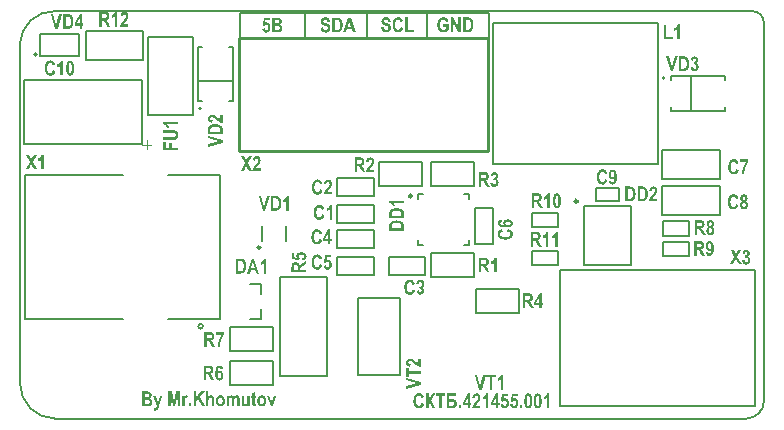
<source format=gto>
G04 Layer_Color=65535*
%FSLAX43Y43*%
%MOMM*%
G71*
G01*
G75*
%ADD10C,0.200*%
%ADD11C,0.250*%
%ADD12C,0.150*%
%ADD13C,0.100*%
%ADD14C,0.254*%
%ADD15C,0.203*%
G36*
X264146Y88675D02*
X264157Y88673D01*
X264170Y88671D01*
X264203Y88664D01*
X264238Y88653D01*
X264275Y88634D01*
X264294Y88623D01*
X264312Y88610D01*
X264329Y88595D01*
X264346Y88577D01*
X264348Y88575D01*
X264349Y88573D01*
X264353Y88568D01*
X264359Y88560D01*
X264364Y88551D01*
X264372Y88540D01*
X264388Y88512D01*
X264403Y88479D01*
X264416Y88442D01*
X264425Y88401D01*
X264429Y88379D01*
Y88357D01*
Y88353D01*
Y88344D01*
X264427Y88327D01*
X264423Y88308D01*
X264420Y88284D01*
X264412Y88260D01*
X264403Y88234D01*
X264390Y88208D01*
X264388Y88205D01*
X264383Y88197D01*
X264375Y88186D01*
X264362Y88170D01*
X264348Y88153D01*
X264327Y88133D01*
X264305Y88112D01*
X264279Y88094D01*
X264281D01*
X264283Y88092D01*
X264294Y88088D01*
X264309Y88083D01*
X264329Y88073D01*
X264351Y88058D01*
X264373Y88042D01*
X264396Y88020D01*
X264418Y87992D01*
X264420Y87988D01*
X264427Y87977D01*
X264436Y87960D01*
X264446Y87938D01*
X264457Y87910D01*
X264464Y87877D01*
X264472Y87838D01*
X264473Y87796D01*
Y87794D01*
Y87788D01*
Y87779D01*
X264472Y87768D01*
X264470Y87753D01*
X264468Y87736D01*
X264464Y87718D01*
X264461Y87696D01*
X264448Y87651D01*
X264429Y87605D01*
X264418Y87581D01*
X264405Y87557D01*
X264388Y87534D01*
X264370Y87512D01*
X264368Y87510D01*
X264366Y87507D01*
X264359Y87501D01*
X264351Y87496D01*
X264342Y87486D01*
X264331Y87477D01*
X264301Y87457D01*
X264266Y87436D01*
X264225Y87418D01*
X264201Y87412D01*
X264177Y87407D01*
X264153Y87403D01*
X264127Y87401D01*
X264114D01*
X264105Y87403D01*
X264094Y87405D01*
X264079Y87407D01*
X264048Y87412D01*
X264012Y87423D01*
X263974Y87442D01*
X263953Y87451D01*
X263935Y87464D01*
X263916Y87479D01*
X263898Y87496D01*
X263896Y87497D01*
X263894Y87499D01*
X263888Y87505D01*
X263883Y87512D01*
X263875Y87523D01*
X263868Y87534D01*
X263859Y87547D01*
X263849Y87564D01*
X263840Y87581D01*
X263831Y87601D01*
X263822Y87621D01*
X263812Y87646D01*
X263799Y87696D01*
X263790Y87755D01*
X263981Y87783D01*
Y87781D01*
Y87779D01*
X263983Y87768D01*
X263985Y87753D01*
X263990Y87733D01*
X263996Y87710D01*
X264005Y87688D01*
X264016Y87666D01*
X264029Y87647D01*
X264031Y87646D01*
X264036Y87640D01*
X264046Y87633D01*
X264057Y87625D01*
X264070Y87616D01*
X264086Y87609D01*
X264105Y87603D01*
X264125Y87601D01*
X264136D01*
X264148Y87605D01*
X264161Y87609D01*
X264177Y87614D01*
X264196Y87623D01*
X264212Y87636D01*
X264229Y87655D01*
X264231Y87657D01*
X264236Y87666D01*
X264242Y87677D01*
X264251Y87696D01*
X264259Y87716D01*
X264264Y87744D01*
X264270Y87773D01*
X264272Y87808D01*
Y87810D01*
Y87812D01*
Y87823D01*
X264270Y87840D01*
X264266Y87860D01*
X264262Y87883D01*
X264255Y87907D01*
X264244Y87931D01*
X264231Y87951D01*
X264229Y87953D01*
X264223Y87960D01*
X264214Y87968D01*
X264203Y87979D01*
X264188Y87988D01*
X264172Y87997D01*
X264153Y88003D01*
X264133Y88005D01*
X264118D01*
X264109Y88003D01*
X264096Y88001D01*
X264079Y87997D01*
X264062Y87992D01*
X264044Y87986D01*
X264064Y88183D01*
X264077D01*
X264092Y88184D01*
X264109Y88186D01*
X264129Y88192D01*
X264149Y88197D01*
X264168Y88208D01*
X264186Y88221D01*
X264188Y88223D01*
X264194Y88229D01*
X264201Y88240D01*
X264209Y88253D01*
X264216Y88270D01*
X264223Y88290D01*
X264229Y88314D01*
X264231Y88342D01*
Y88345D01*
Y88353D01*
X264229Y88364D01*
X264227Y88379D01*
X264223Y88394D01*
X264216Y88410D01*
X264209Y88427D01*
X264198Y88442D01*
X264196Y88444D01*
X264192Y88447D01*
X264185Y88453D01*
X264175Y88460D01*
X264164Y88468D01*
X264149Y88473D01*
X264133Y88477D01*
X264114Y88479D01*
X264107D01*
X264096Y88477D01*
X264085Y88473D01*
X264072Y88468D01*
X264057Y88460D01*
X264042Y88451D01*
X264027Y88436D01*
X264025Y88434D01*
X264022Y88429D01*
X264016Y88418D01*
X264009Y88405D01*
X264001Y88388D01*
X263994Y88366D01*
X263988Y88342D01*
X263985Y88312D01*
X263803Y88349D01*
Y88351D01*
X263805Y88357D01*
X263807Y88366D01*
X263809Y88377D01*
X263812Y88392D01*
X263816Y88407D01*
X263827Y88444D01*
X263842Y88484D01*
X263861Y88525D01*
X263885Y88564D01*
X263898Y88582D01*
X263912Y88597D01*
X263914Y88599D01*
X263916Y88601D01*
X263927Y88610D01*
X263946Y88623D01*
X263970Y88638D01*
X263999Y88651D01*
X264036Y88664D01*
X264077Y88673D01*
X264099Y88677D01*
X264135D01*
X264146Y88675D01*
D02*
G37*
G36*
X262335Y87421D02*
X262109D01*
X261744Y88673D01*
X261968D01*
X262227Y87746D01*
X262477Y88673D01*
X262700D01*
X262335Y87421D01*
D02*
G37*
G36*
X226300Y79627D02*
X226655Y78975D01*
X226407D01*
X226178Y79401D01*
X225948Y78975D01*
X225700D01*
X226056Y79627D01*
X225733Y80227D01*
X225974D01*
X226178Y79851D01*
X226381Y80227D01*
X226622D01*
X226300Y79627D01*
D02*
G37*
G36*
X263218Y88671D02*
X263231D01*
X263262Y88670D01*
X263298Y88666D01*
X263333Y88658D01*
X263368Y88651D01*
X263398Y88640D01*
X263401Y88638D01*
X263411Y88634D01*
X263424Y88625D01*
X263442Y88614D01*
X263462Y88599D01*
X263487Y88581D01*
X263509Y88558D01*
X263533Y88532D01*
X263537Y88529D01*
X263544Y88520D01*
X263555Y88503D01*
X263568Y88479D01*
X263585Y88451D01*
X263601Y88418D01*
X263616Y88379D01*
X263631Y88334D01*
Y88333D01*
X263633Y88329D01*
X263635Y88321D01*
X263637Y88312D01*
X263638Y88301D01*
X263642Y88286D01*
X263646Y88270D01*
X263649Y88251D01*
X263651Y88231D01*
X263655Y88208D01*
X263659Y88184D01*
X263661Y88157D01*
X263664Y88099D01*
X263666Y88034D01*
Y88033D01*
Y88027D01*
Y88018D01*
Y88007D01*
X263664Y87994D01*
Y87977D01*
X263662Y87958D01*
Y87938D01*
X263657Y87894D01*
X263651Y87846D01*
X263642Y87797D01*
X263629Y87751D01*
Y87749D01*
X263627Y87746D01*
X263625Y87740D01*
X263622Y87731D01*
X263614Y87709D01*
X263603Y87683D01*
X263590Y87651D01*
X263574Y87620D01*
X263555Y87588D01*
X263535Y87560D01*
X263533Y87557D01*
X263525Y87549D01*
X263512Y87536D01*
X263498Y87521D01*
X263477Y87505D01*
X263455Y87488D01*
X263429Y87471D01*
X263400Y87457D01*
X263396Y87455D01*
X263385Y87451D01*
X263368Y87446D01*
X263344Y87440D01*
X263314Y87433D01*
X263279Y87427D01*
X263238Y87423D01*
X263194Y87421D01*
X262805D01*
Y88673D01*
X263207D01*
X263218Y88671D01*
D02*
G37*
G36*
X224175Y81591D02*
Y81365D01*
X222923Y81000D01*
Y81224D01*
X223851Y81483D01*
X222923Y81733D01*
Y81955D01*
X224175Y81591D01*
D02*
G37*
G36*
X228680Y76850D02*
X228693D01*
X228725Y76848D01*
X228760Y76844D01*
X228795Y76837D01*
X228830Y76829D01*
X228860Y76818D01*
X228864Y76817D01*
X228873Y76813D01*
X228886Y76804D01*
X228904Y76792D01*
X228925Y76778D01*
X228949Y76759D01*
X228971Y76737D01*
X228995Y76711D01*
X228999Y76707D01*
X229006Y76698D01*
X229017Y76681D01*
X229030Y76657D01*
X229047Y76630D01*
X229064Y76596D01*
X229079Y76557D01*
X229093Y76513D01*
Y76511D01*
X229095Y76507D01*
X229097Y76500D01*
X229099Y76491D01*
X229101Y76480D01*
X229104Y76465D01*
X229108Y76448D01*
X229112Y76430D01*
X229114Y76409D01*
X229117Y76387D01*
X229121Y76363D01*
X229123Y76335D01*
X229127Y76278D01*
X229129Y76213D01*
Y76211D01*
Y76205D01*
Y76196D01*
Y76185D01*
X229127Y76172D01*
Y76156D01*
X229125Y76137D01*
Y76117D01*
X229119Y76072D01*
X229114Y76024D01*
X229104Y75976D01*
X229092Y75930D01*
Y75928D01*
X229090Y75924D01*
X229088Y75918D01*
X229084Y75909D01*
X229077Y75887D01*
X229066Y75861D01*
X229053Y75830D01*
X229036Y75798D01*
X229017Y75767D01*
X228997Y75739D01*
X228995Y75735D01*
X228988Y75728D01*
X228975Y75715D01*
X228960Y75700D01*
X228940Y75683D01*
X228917Y75667D01*
X228892Y75650D01*
X228862Y75635D01*
X228858Y75633D01*
X228847Y75630D01*
X228830Y75624D01*
X228806Y75619D01*
X228777Y75611D01*
X228742Y75606D01*
X228701Y75602D01*
X228656Y75600D01*
X228268D01*
Y76852D01*
X228669D01*
X228680Y76850D01*
D02*
G37*
G36*
X229766Y75600D02*
X229567D01*
Y76505D01*
X229566Y76504D01*
X229562Y76500D01*
X229556Y76494D01*
X229547Y76485D01*
X229538Y76476D01*
X229525Y76463D01*
X229510Y76450D01*
X229493Y76437D01*
X229456Y76407D01*
X229414Y76376D01*
X229364Y76348D01*
X229312Y76324D01*
Y76543D01*
X229314D01*
X229316Y76544D01*
X229327Y76548D01*
X229341Y76557D01*
X229364Y76568D01*
X229390Y76585D01*
X229417Y76605D01*
X229449Y76630D01*
X229482Y76659D01*
X229484Y76661D01*
X229486Y76663D01*
X229497Y76674D01*
X229512Y76692D01*
X229530Y76717D01*
X229551Y76744D01*
X229571Y76778D01*
X229590Y76815D01*
X229604Y76855D01*
X229766D01*
Y75600D01*
D02*
G37*
G36*
X223603Y82920D02*
X223620D01*
X223638Y82918D01*
X223658D01*
X223703Y82913D01*
X223751Y82907D01*
X223799Y82898D01*
X223845Y82885D01*
X223847D01*
X223851Y82883D01*
X223857Y82881D01*
X223866Y82878D01*
X223888Y82870D01*
X223914Y82859D01*
X223945Y82846D01*
X223977Y82829D01*
X224008Y82811D01*
X224036Y82791D01*
X224040Y82789D01*
X224047Y82781D01*
X224060Y82768D01*
X224075Y82754D01*
X224092Y82733D01*
X224108Y82711D01*
X224125Y82685D01*
X224140Y82655D01*
X224142Y82652D01*
X224145Y82641D01*
X224151Y82624D01*
X224156Y82600D01*
X224164Y82570D01*
X224169Y82535D01*
X224173Y82494D01*
X224175Y82450D01*
Y82061D01*
X222923D01*
Y82439D01*
Y82441D01*
Y82444D01*
Y82452D01*
Y82463D01*
X222925Y82474D01*
Y82487D01*
X222927Y82518D01*
X222931Y82554D01*
X222938Y82589D01*
X222945Y82624D01*
X222957Y82654D01*
X222958Y82657D01*
X222962Y82666D01*
X222971Y82679D01*
X222983Y82698D01*
X222997Y82718D01*
X223016Y82742D01*
X223038Y82765D01*
X223064Y82789D01*
X223068Y82792D01*
X223077Y82800D01*
X223094Y82811D01*
X223118Y82824D01*
X223145Y82841D01*
X223179Y82857D01*
X223218Y82872D01*
X223262Y82887D01*
X223264D01*
X223268Y82889D01*
X223275Y82891D01*
X223284Y82892D01*
X223295Y82894D01*
X223310Y82898D01*
X223327Y82902D01*
X223345Y82905D01*
X223366Y82907D01*
X223388Y82911D01*
X223412Y82915D01*
X223440Y82916D01*
X223497Y82920D01*
X223562Y82922D01*
X223590D01*
X223603Y82920D01*
D02*
G37*
G36*
X224175Y83028D02*
X224169D01*
X224162Y83029D01*
X224153D01*
X224142Y83031D01*
X224129Y83035D01*
X224097Y83041D01*
X224062Y83048D01*
X224021Y83061D01*
X223979Y83076D01*
X223936Y83094D01*
X223934D01*
X223931Y83098D01*
X223925Y83100D01*
X223916Y83105D01*
X223905Y83113D01*
X223890Y83120D01*
X223875Y83131D01*
X223857Y83144D01*
X223836Y83157D01*
X223814Y83174D01*
X223790Y83191D01*
X223762Y83211D01*
X223734Y83233D01*
X223705Y83259D01*
X223671Y83285D01*
X223638Y83315D01*
X223636Y83316D01*
X223631Y83320D01*
X223623Y83328D01*
X223614Y83335D01*
X223603Y83346D01*
X223588Y83357D01*
X223557Y83383D01*
X223523Y83411D01*
X223492Y83437D01*
X223462Y83459D01*
X223449Y83468D01*
X223438Y83476D01*
X223434Y83478D01*
X223425Y83483D01*
X223410Y83490D01*
X223390Y83498D01*
X223368Y83505D01*
X223342Y83513D01*
X223314Y83518D01*
X223286Y83520D01*
X223273D01*
X223258Y83518D01*
X223240Y83516D01*
X223220Y83511D01*
X223199Y83505D01*
X223179Y83496D01*
X223162Y83483D01*
X223160Y83481D01*
X223155Y83476D01*
X223149Y83468D01*
X223140Y83457D01*
X223133Y83444D01*
X223127Y83428D01*
X223121Y83407D01*
X223120Y83387D01*
Y83385D01*
Y83381D01*
X223121Y83374D01*
X223123Y83366D01*
X223131Y83344D01*
X223136Y83333D01*
X223144Y83320D01*
X223155Y83307D01*
X223168Y83294D01*
X223183Y83283D01*
X223203Y83272D01*
X223225Y83263D01*
X223251Y83255D01*
X223281Y83250D01*
X223316Y83246D01*
X223290Y83050D01*
X223288D01*
X223281Y83052D01*
X223271D01*
X223258Y83053D01*
X223244Y83057D01*
X223225Y83059D01*
X223205Y83065D01*
X223183Y83070D01*
X223138Y83083D01*
X223092Y83102D01*
X223047Y83126D01*
X223029Y83139D01*
X223010Y83155D01*
X223008Y83157D01*
X223007Y83159D01*
X223001Y83165D01*
X222995Y83172D01*
X222990Y83181D01*
X222981Y83191D01*
X222964Y83218D01*
X222947Y83252D01*
X222934Y83292D01*
X222923Y83339D01*
X222921Y83365D01*
X222920Y83390D01*
Y83392D01*
Y83398D01*
Y83405D01*
X222921Y83416D01*
X222923Y83431D01*
X222925Y83446D01*
X222933Y83483D01*
X222945Y83522D01*
X222953Y83542D01*
X222964Y83563D01*
X222977Y83583D01*
X222990Y83602D01*
X223007Y83618D01*
X223025Y83635D01*
X223027Y83637D01*
X223031Y83639D01*
X223036Y83642D01*
X223044Y83648D01*
X223053Y83653D01*
X223066Y83661D01*
X223095Y83677D01*
X223131Y83692D01*
X223171Y83705D01*
X223216Y83715D01*
X223240Y83718D01*
X223279D01*
X223294Y83716D01*
X223314D01*
X223336Y83713D01*
X223362Y83709D01*
X223388Y83703D01*
X223416Y83696D01*
X223420D01*
X223429Y83692D01*
X223442Y83687D01*
X223460Y83681D01*
X223482Y83672D01*
X223507Y83661D01*
X223532Y83646D01*
X223560Y83631D01*
X223564Y83629D01*
X223573Y83624D01*
X223590Y83613D01*
X223610Y83598D01*
X223638Y83578D01*
X223669Y83552D01*
X223707Y83522D01*
X223747Y83487D01*
X223749Y83485D01*
X223751Y83483D01*
X223757Y83478D01*
X223764Y83472D01*
X223782Y83455D01*
X223805Y83437D01*
X223829Y83416D01*
X223851Y83396D01*
X223871Y83379D01*
X223888Y83366D01*
X223890Y83365D01*
X223894Y83363D01*
X223901Y83357D01*
X223908Y83352D01*
X223929Y83339D01*
X223953Y83326D01*
Y83718D01*
X224175D01*
Y83028D01*
D02*
G37*
G36*
X238948Y75806D02*
X238965D01*
X238983Y75804D01*
X239004D01*
X239048Y75798D01*
X239096Y75793D01*
X239144Y75783D01*
X239191Y75770D01*
X239193D01*
X239196Y75768D01*
X239202Y75767D01*
X239211Y75763D01*
X239233Y75756D01*
X239259Y75744D01*
X239291Y75731D01*
X239322Y75715D01*
X239354Y75696D01*
X239381Y75676D01*
X239385Y75674D01*
X239393Y75667D01*
X239406Y75654D01*
X239420Y75639D01*
X239437Y75619D01*
X239454Y75596D01*
X239470Y75570D01*
X239485Y75541D01*
X239487Y75537D01*
X239491Y75526D01*
X239496Y75509D01*
X239502Y75485D01*
X239509Y75456D01*
X239515Y75420D01*
X239518Y75380D01*
X239520Y75335D01*
Y74946D01*
X238269D01*
Y75324D01*
Y75326D01*
Y75330D01*
Y75337D01*
Y75348D01*
X238270Y75359D01*
Y75372D01*
X238272Y75404D01*
X238276Y75439D01*
X238283Y75474D01*
X238291Y75509D01*
X238302Y75539D01*
X238304Y75543D01*
X238307Y75552D01*
X238317Y75565D01*
X238328Y75583D01*
X238343Y75604D01*
X238361Y75628D01*
X238383Y75650D01*
X238409Y75674D01*
X238413Y75678D01*
X238422Y75685D01*
X238439Y75696D01*
X238463Y75709D01*
X238491Y75726D01*
X238524Y75743D01*
X238563Y75757D01*
X238607Y75772D01*
X238609D01*
X238613Y75774D01*
X238620Y75776D01*
X238630Y75778D01*
X238641Y75780D01*
X238656Y75783D01*
X238672Y75787D01*
X238691Y75791D01*
X238711Y75793D01*
X238733Y75796D01*
X238757Y75800D01*
X238785Y75802D01*
X238843Y75806D01*
X238907Y75807D01*
X238935D01*
X238948Y75806D01*
D02*
G37*
G36*
X239520Y76246D02*
X238615D01*
X238617Y76244D01*
X238620Y76241D01*
X238626Y76235D01*
X238635Y76226D01*
X238644Y76217D01*
X238657Y76204D01*
X238670Y76189D01*
X238683Y76172D01*
X238713Y76135D01*
X238744Y76093D01*
X238772Y76043D01*
X238796Y75991D01*
X238578D01*
Y75993D01*
X238576Y75994D01*
X238572Y76006D01*
X238563Y76020D01*
X238552Y76043D01*
X238535Y76068D01*
X238515Y76096D01*
X238491Y76128D01*
X238461Y76161D01*
X238459Y76163D01*
X238457Y76165D01*
X238446Y76176D01*
X238428Y76191D01*
X238404Y76209D01*
X238376Y76230D01*
X238343Y76250D01*
X238306Y76268D01*
X238265Y76283D01*
Y76444D01*
X239520D01*
Y76246D01*
D02*
G37*
G36*
X242891Y91990D02*
X242906Y91988D01*
X242924Y91987D01*
X242944Y91985D01*
X242965Y91981D01*
X243013Y91970D01*
X243061Y91953D01*
X243085Y91942D01*
X243109Y91929D01*
X243133Y91914D01*
X243154Y91898D01*
X243155Y91896D01*
X243159Y91894D01*
X243165Y91888D01*
X243172Y91881D01*
X243180Y91870D01*
X243191Y91859D01*
X243202Y91844D01*
X243213Y91827D01*
X243226Y91809D01*
X243237Y91788D01*
X243250Y91766D01*
X243261Y91742D01*
X243272Y91714D01*
X243283Y91687D01*
X243291Y91655D01*
X243298Y91622D01*
X243093Y91575D01*
Y91577D01*
X243091Y91579D01*
X243087Y91592D01*
X243081Y91609D01*
X243072Y91631D01*
X243061Y91653D01*
X243046Y91679D01*
X243028Y91703D01*
X243007Y91724D01*
X243005Y91725D01*
X242996Y91731D01*
X242983Y91740D01*
X242967Y91750D01*
X242944Y91759D01*
X242920Y91768D01*
X242893Y91774D01*
X242861Y91775D01*
X242848D01*
X242839Y91774D01*
X242828Y91772D01*
X242815Y91770D01*
X242785Y91762D01*
X242750Y91750D01*
X242715Y91731D01*
X242696Y91720D01*
X242680Y91707D01*
X242663Y91690D01*
X242646Y91672D01*
Y91670D01*
X242643Y91666D01*
X242639Y91661D01*
X242633Y91653D01*
X242628Y91642D01*
X242620Y91629D01*
X242613Y91613D01*
X242606Y91594D01*
X242598Y91574D01*
X242591Y91551D01*
X242583Y91525D01*
X242578Y91498D01*
X242572Y91466D01*
X242568Y91433D01*
X242567Y91398D01*
X242565Y91359D01*
Y91357D01*
Y91350D01*
Y91337D01*
X242567Y91322D01*
Y91303D01*
X242570Y91281D01*
X242572Y91257D01*
X242576Y91233D01*
X242587Y91177D01*
X242602Y91120D01*
X242624Y91064D01*
X242637Y91040D01*
X242652Y91016D01*
X242654Y91014D01*
X242656Y91013D01*
X242667Y91001D01*
X242683Y90985D01*
X242706Y90966D01*
X242735Y90948D01*
X242772Y90931D01*
X242813Y90920D01*
X242835Y90918D01*
X242859Y90916D01*
X242870D01*
X242881Y90918D01*
X242896Y90920D01*
X242915Y90924D01*
X242937Y90927D01*
X242959Y90935D01*
X242983Y90944D01*
X242987Y90946D01*
X242994Y90950D01*
X243007Y90955D01*
X243024Y90964D01*
X243041Y90976D01*
X243061Y90988D01*
X243081Y91003D01*
X243102Y91022D01*
Y91179D01*
X242865D01*
Y91390D01*
X243311D01*
Y90892D01*
X243307Y90889D01*
X243298Y90879D01*
X243283Y90864D01*
X243261Y90846D01*
X243233Y90824D01*
X243202Y90801D01*
X243163Y90777D01*
X243118Y90755D01*
X243117D01*
X243113Y90753D01*
X243105Y90750D01*
X243098Y90746D01*
X243085Y90742D01*
X243072Y90739D01*
X243041Y90727D01*
X243004Y90718D01*
X242961Y90709D01*
X242917Y90701D01*
X242870Y90700D01*
X242855D01*
X242844Y90701D01*
X242831D01*
X242817Y90703D01*
X242798Y90705D01*
X242780Y90709D01*
X242739Y90718D01*
X242693Y90731D01*
X242646Y90750D01*
X242602Y90774D01*
X242600Y90776D01*
X242596Y90777D01*
X242591Y90781D01*
X242583Y90789D01*
X242561Y90805D01*
X242535Y90829D01*
X242506Y90861D01*
X242474Y90900D01*
X242444Y90944D01*
X242417Y90996D01*
Y90998D01*
X242413Y91003D01*
X242411Y91011D01*
X242406Y91022D01*
X242402Y91037D01*
X242396Y91053D01*
X242389Y91074D01*
X242383Y91096D01*
X242378Y91120D01*
X242370Y91148D01*
X242365Y91176D01*
X242361Y91207D01*
X242354Y91274D01*
X242350Y91346D01*
Y91348D01*
Y91355D01*
Y91366D01*
X242352Y91381D01*
Y91398D01*
X242354Y91420D01*
X242356Y91442D01*
X242359Y91468D01*
X242367Y91524D01*
X242380Y91583D01*
X242396Y91642D01*
X242419Y91700D01*
Y91701D01*
X242422Y91707D01*
X242426Y91714D01*
X242431Y91724D01*
X242437Y91737D01*
X242446Y91750D01*
X242467Y91781D01*
X242493Y91818D01*
X242522Y91853D01*
X242557Y91888D01*
X242596Y91918D01*
X242598D01*
X242602Y91922D01*
X242607Y91925D01*
X242617Y91929D01*
X242626Y91935D01*
X242639Y91942D01*
X242654Y91948D01*
X242670Y91955D01*
X242709Y91968D01*
X242754Y91981D01*
X242804Y91988D01*
X242859Y91992D01*
X242878D01*
X242891Y91990D01*
D02*
G37*
G36*
X238948Y74770D02*
X238965D01*
X238983Y74769D01*
X239004D01*
X239048Y74763D01*
X239096Y74757D01*
X239144Y74748D01*
X239191Y74735D01*
X239193D01*
X239196Y74733D01*
X239202Y74732D01*
X239211Y74728D01*
X239233Y74720D01*
X239259Y74709D01*
X239291Y74696D01*
X239322Y74680D01*
X239354Y74661D01*
X239381Y74641D01*
X239385Y74639D01*
X239393Y74632D01*
X239406Y74619D01*
X239420Y74604D01*
X239437Y74583D01*
X239454Y74561D01*
X239470Y74535D01*
X239485Y74506D01*
X239487Y74502D01*
X239491Y74491D01*
X239496Y74474D01*
X239502Y74450D01*
X239509Y74420D01*
X239515Y74385D01*
X239518Y74345D01*
X239520Y74300D01*
Y73911D01*
X238269D01*
Y74289D01*
Y74291D01*
Y74295D01*
Y74302D01*
Y74313D01*
X238270Y74324D01*
Y74337D01*
X238272Y74369D01*
X238276Y74404D01*
X238283Y74439D01*
X238291Y74474D01*
X238302Y74504D01*
X238304Y74508D01*
X238307Y74517D01*
X238317Y74530D01*
X238328Y74548D01*
X238343Y74569D01*
X238361Y74593D01*
X238383Y74615D01*
X238409Y74639D01*
X238413Y74643D01*
X238422Y74650D01*
X238439Y74661D01*
X238463Y74674D01*
X238491Y74691D01*
X238524Y74707D01*
X238563Y74722D01*
X238607Y74737D01*
X238609D01*
X238613Y74739D01*
X238620Y74741D01*
X238630Y74743D01*
X238641Y74745D01*
X238656Y74748D01*
X238672Y74752D01*
X238691Y74756D01*
X238711Y74757D01*
X238733Y74761D01*
X238757Y74765D01*
X238785Y74767D01*
X238843Y74770D01*
X238907Y74772D01*
X238935D01*
X238948Y74770D01*
D02*
G37*
G36*
X246353Y71625D02*
X246369D01*
X246405Y71623D01*
X246443Y71617D01*
X246482Y71612D01*
X246519Y71603D01*
X246536Y71597D01*
X246551Y71592D01*
X246555Y71590D01*
X246564Y71586D01*
X246577Y71577D01*
X246593Y71564D01*
X246612Y71549D01*
X246630Y71529D01*
X246651Y71505D01*
X246669Y71475D01*
X246671Y71471D01*
X246677Y71460D01*
X246684Y71442D01*
X246693Y71419D01*
X246701Y71390D01*
X246708Y71355D01*
X246714Y71317D01*
X246716Y71275D01*
Y71273D01*
Y71269D01*
Y71260D01*
X246714Y71251D01*
Y71238D01*
X246712Y71223D01*
X246706Y71190D01*
X246699Y71153D01*
X246686Y71114D01*
X246668Y71075D01*
X246643Y71038D01*
Y71036D01*
X246640Y71034D01*
X246630Y71023D01*
X246614Y71008D01*
X246592Y70992D01*
X246564Y70971D01*
X246529Y70953D01*
X246490Y70938D01*
X246443Y70927D01*
X246447Y70925D01*
X246455Y70918D01*
X246468Y70908D01*
X246482Y70895D01*
X246499Y70881D01*
X246518Y70862D01*
X246536Y70842D01*
X246553Y70821D01*
X246555Y70819D01*
X246560Y70810D01*
X246571Y70795D01*
X246584Y70775D01*
X246601Y70747D01*
X246610Y70731D01*
X246621Y70712D01*
X246632Y70692D01*
X246645Y70669D01*
X246658Y70643D01*
X246671Y70618D01*
X246797Y70375D01*
X246547D01*
X246399Y70647D01*
Y70649D01*
X246395Y70655D01*
X246392Y70662D01*
X246386Y70671D01*
X246379Y70682D01*
X246371Y70695D01*
X246355Y70725D01*
X246336Y70756D01*
X246318Y70788D01*
X246310Y70801D01*
X246301Y70812D01*
X246293Y70823D01*
X246288Y70831D01*
X246286Y70832D01*
X246282Y70836D01*
X246277Y70843D01*
X246269Y70851D01*
X246251Y70868D01*
X246240Y70877D01*
X246227Y70882D01*
X246225D01*
X246221Y70884D01*
X246214Y70888D01*
X246203Y70890D01*
X246188Y70893D01*
X246169Y70895D01*
X246149Y70897D01*
X246082D01*
Y70375D01*
X245875D01*
Y71627D01*
X246340D01*
X246353Y71625D01*
D02*
G37*
G36*
X267750Y71702D02*
X268105Y71050D01*
X267857D01*
X267628Y71476D01*
X267398Y71050D01*
X267150D01*
X267506Y71702D01*
X267183Y72302D01*
X267424D01*
X267628Y71926D01*
X267831Y72302D01*
X268072D01*
X267750Y71702D01*
D02*
G37*
G36*
X227081Y80229D02*
X227096Y80227D01*
X227111Y80225D01*
X227148Y80217D01*
X227187Y80204D01*
X227207Y80197D01*
X227228Y80186D01*
X227248Y80173D01*
X227267Y80160D01*
X227283Y80143D01*
X227300Y80125D01*
X227302Y80123D01*
X227304Y80119D01*
X227307Y80114D01*
X227313Y80106D01*
X227318Y80097D01*
X227326Y80084D01*
X227342Y80055D01*
X227357Y80019D01*
X227370Y79979D01*
X227379Y79934D01*
X227383Y79910D01*
Y79884D01*
Y79880D01*
Y79871D01*
X227381Y79856D01*
Y79836D01*
X227378Y79814D01*
X227374Y79788D01*
X227368Y79762D01*
X227361Y79734D01*
Y79730D01*
X227357Y79721D01*
X227352Y79708D01*
X227346Y79690D01*
X227337Y79668D01*
X227326Y79643D01*
X227311Y79618D01*
X227296Y79590D01*
X227294Y79586D01*
X227289Y79577D01*
X227278Y79560D01*
X227263Y79540D01*
X227242Y79512D01*
X227217Y79480D01*
X227187Y79443D01*
X227152Y79403D01*
X227150Y79401D01*
X227148Y79399D01*
X227142Y79393D01*
X227137Y79386D01*
X227120Y79368D01*
X227102Y79345D01*
X227081Y79321D01*
X227061Y79299D01*
X227044Y79279D01*
X227031Y79262D01*
X227029Y79260D01*
X227028Y79256D01*
X227022Y79249D01*
X227017Y79242D01*
X227004Y79221D01*
X226991Y79197D01*
X227383D01*
Y78975D01*
X226692D01*
Y78977D01*
Y78981D01*
X226694Y78988D01*
Y78997D01*
X226696Y79008D01*
X226700Y79021D01*
X226705Y79053D01*
X226713Y79088D01*
X226726Y79129D01*
X226741Y79171D01*
X226759Y79214D01*
Y79216D01*
X226763Y79219D01*
X226765Y79225D01*
X226770Y79234D01*
X226778Y79245D01*
X226785Y79260D01*
X226796Y79275D01*
X226809Y79293D01*
X226822Y79314D01*
X226839Y79336D01*
X226855Y79360D01*
X226876Y79388D01*
X226898Y79416D01*
X226924Y79445D01*
X226950Y79479D01*
X226980Y79512D01*
X226981Y79514D01*
X226985Y79519D01*
X226992Y79527D01*
X227000Y79536D01*
X227011Y79547D01*
X227022Y79562D01*
X227048Y79593D01*
X227076Y79627D01*
X227102Y79658D01*
X227124Y79688D01*
X227133Y79701D01*
X227141Y79712D01*
X227142Y79716D01*
X227148Y79725D01*
X227155Y79740D01*
X227163Y79760D01*
X227170Y79782D01*
X227178Y79808D01*
X227183Y79836D01*
X227185Y79864D01*
Y79866D01*
Y79868D01*
Y79877D01*
X227183Y79892D01*
X227181Y79910D01*
X227176Y79930D01*
X227170Y79951D01*
X227161Y79971D01*
X227148Y79988D01*
X227146Y79990D01*
X227141Y79995D01*
X227133Y80001D01*
X227122Y80010D01*
X227109Y80017D01*
X227092Y80023D01*
X227072Y80029D01*
X227052Y80030D01*
X227046D01*
X227039Y80029D01*
X227031Y80027D01*
X227009Y80019D01*
X226998Y80014D01*
X226985Y80006D01*
X226972Y79995D01*
X226959Y79982D01*
X226948Y79967D01*
X226937Y79947D01*
X226928Y79925D01*
X226920Y79899D01*
X226915Y79869D01*
X226911Y79834D01*
X226715Y79860D01*
Y79862D01*
X226717Y79869D01*
Y79879D01*
X226718Y79892D01*
X226722Y79906D01*
X226724Y79925D01*
X226730Y79945D01*
X226735Y79967D01*
X226748Y80012D01*
X226767Y80058D01*
X226791Y80103D01*
X226804Y80121D01*
X226820Y80140D01*
X226822Y80142D01*
X226824Y80143D01*
X226830Y80149D01*
X226837Y80155D01*
X226846Y80160D01*
X226855Y80169D01*
X226883Y80186D01*
X226917Y80203D01*
X226957Y80216D01*
X227004Y80227D01*
X227029Y80229D01*
X227055Y80230D01*
X227070D01*
X227081Y80229D01*
D02*
G37*
G36*
X247371Y70375D02*
X247173D01*
Y71280D01*
X247171Y71279D01*
X247167Y71275D01*
X247162Y71269D01*
X247153Y71260D01*
X247143Y71251D01*
X247130Y71238D01*
X247116Y71225D01*
X247099Y71212D01*
X247062Y71182D01*
X247019Y71151D01*
X246969Y71123D01*
X246917Y71099D01*
Y71317D01*
X246919D01*
X246921Y71319D01*
X246932Y71323D01*
X246947Y71332D01*
X246969Y71343D01*
X246995Y71360D01*
X247023Y71380D01*
X247055Y71405D01*
X247088Y71434D01*
X247090Y71436D01*
X247092Y71438D01*
X247103Y71449D01*
X247117Y71467D01*
X247136Y71492D01*
X247156Y71519D01*
X247177Y71553D01*
X247195Y71590D01*
X247210Y71630D01*
X247371D01*
Y70375D01*
D02*
G37*
G36*
X268517Y72304D02*
X268528Y72302D01*
X268541Y72300D01*
X268574Y72292D01*
X268609Y72281D01*
X268646Y72263D01*
X268665Y72252D01*
X268683Y72239D01*
X268700Y72224D01*
X268716Y72205D01*
X268718Y72204D01*
X268720Y72202D01*
X268724Y72196D01*
X268729Y72189D01*
X268735Y72180D01*
X268742Y72168D01*
X268759Y72141D01*
X268774Y72107D01*
X268787Y72070D01*
X268796Y72030D01*
X268800Y72007D01*
Y71985D01*
Y71981D01*
Y71972D01*
X268798Y71955D01*
X268794Y71937D01*
X268791Y71913D01*
X268783Y71889D01*
X268774Y71863D01*
X268761Y71837D01*
X268759Y71833D01*
X268754Y71826D01*
X268746Y71815D01*
X268733Y71798D01*
X268718Y71781D01*
X268698Y71761D01*
X268676Y71741D01*
X268650Y71722D01*
X268652D01*
X268654Y71720D01*
X268665Y71717D01*
X268679Y71711D01*
X268700Y71702D01*
X268722Y71687D01*
X268744Y71670D01*
X268767Y71648D01*
X268789Y71620D01*
X268791Y71617D01*
X268798Y71605D01*
X268807Y71589D01*
X268816Y71567D01*
X268828Y71539D01*
X268835Y71506D01*
X268842Y71467D01*
X268844Y71424D01*
Y71422D01*
Y71417D01*
Y71407D01*
X268842Y71396D01*
X268841Y71381D01*
X268839Y71365D01*
X268835Y71346D01*
X268831Y71324D01*
X268818Y71280D01*
X268800Y71233D01*
X268789Y71209D01*
X268776Y71185D01*
X268759Y71163D01*
X268741Y71141D01*
X268739Y71139D01*
X268737Y71135D01*
X268729Y71130D01*
X268722Y71124D01*
X268713Y71115D01*
X268702Y71106D01*
X268672Y71085D01*
X268637Y71065D01*
X268596Y71046D01*
X268572Y71041D01*
X268548Y71035D01*
X268524Y71031D01*
X268498Y71030D01*
X268485D01*
X268476Y71031D01*
X268465Y71033D01*
X268450Y71035D01*
X268418Y71041D01*
X268383Y71052D01*
X268344Y71070D01*
X268324Y71080D01*
X268305Y71093D01*
X268287Y71107D01*
X268268Y71124D01*
X268267Y71126D01*
X268265Y71128D01*
X268259Y71133D01*
X268254Y71141D01*
X268246Y71152D01*
X268239Y71163D01*
X268230Y71176D01*
X268220Y71193D01*
X268211Y71209D01*
X268202Y71230D01*
X268192Y71250D01*
X268183Y71274D01*
X268170Y71324D01*
X268161Y71383D01*
X268352Y71411D01*
Y71409D01*
Y71407D01*
X268354Y71396D01*
X268355Y71381D01*
X268361Y71361D01*
X268367Y71339D01*
X268376Y71317D01*
X268387Y71294D01*
X268400Y71276D01*
X268402Y71274D01*
X268407Y71269D01*
X268417Y71261D01*
X268428Y71254D01*
X268441Y71244D01*
X268457Y71237D01*
X268476Y71231D01*
X268496Y71230D01*
X268507D01*
X268518Y71233D01*
X268531Y71237D01*
X268548Y71243D01*
X268567Y71252D01*
X268583Y71265D01*
X268600Y71283D01*
X268602Y71285D01*
X268607Y71294D01*
X268613Y71306D01*
X268622Y71324D01*
X268629Y71344D01*
X268635Y71372D01*
X268641Y71402D01*
X268642Y71437D01*
Y71439D01*
Y71441D01*
Y71452D01*
X268641Y71468D01*
X268637Y71489D01*
X268633Y71511D01*
X268626Y71535D01*
X268615Y71559D01*
X268602Y71580D01*
X268600Y71581D01*
X268594Y71589D01*
X268585Y71596D01*
X268574Y71607D01*
X268559Y71617D01*
X268542Y71626D01*
X268524Y71631D01*
X268504Y71633D01*
X268489D01*
X268479Y71631D01*
X268467Y71630D01*
X268450Y71626D01*
X268433Y71620D01*
X268415Y71615D01*
X268435Y71811D01*
X268448D01*
X268463Y71813D01*
X268479Y71815D01*
X268500Y71820D01*
X268520Y71826D01*
X268539Y71837D01*
X268557Y71850D01*
X268559Y71852D01*
X268565Y71857D01*
X268572Y71868D01*
X268579Y71881D01*
X268587Y71898D01*
X268594Y71918D01*
X268600Y71942D01*
X268602Y71970D01*
Y71974D01*
Y71981D01*
X268600Y71993D01*
X268598Y72007D01*
X268594Y72022D01*
X268587Y72039D01*
X268579Y72055D01*
X268568Y72070D01*
X268567Y72072D01*
X268563Y72076D01*
X268555Y72081D01*
X268546Y72089D01*
X268535Y72096D01*
X268520Y72102D01*
X268504Y72105D01*
X268485Y72107D01*
X268478D01*
X268467Y72105D01*
X268455Y72102D01*
X268442Y72096D01*
X268428Y72089D01*
X268413Y72080D01*
X268398Y72065D01*
X268396Y72063D01*
X268392Y72057D01*
X268387Y72046D01*
X268379Y72033D01*
X268372Y72017D01*
X268365Y71994D01*
X268359Y71970D01*
X268355Y71941D01*
X268174Y71978D01*
Y71980D01*
X268176Y71985D01*
X268178Y71994D01*
X268180Y72005D01*
X268183Y72020D01*
X268187Y72035D01*
X268198Y72072D01*
X268213Y72113D01*
X268231Y72154D01*
X268255Y72192D01*
X268268Y72211D01*
X268283Y72226D01*
X268285Y72228D01*
X268287Y72230D01*
X268298Y72239D01*
X268317Y72252D01*
X268341Y72267D01*
X268370Y72280D01*
X268407Y72292D01*
X268448Y72302D01*
X268470Y72305D01*
X268505D01*
X268517Y72304D01*
D02*
G37*
G36*
X227797Y75600D02*
X227571D01*
X227207Y76852D01*
X227431D01*
X227690Y75924D01*
X227940Y76852D01*
X228162D01*
X227797Y75600D01*
D02*
G37*
G36*
X232396Y76107D02*
X232411Y76105D01*
X232428Y76104D01*
X232446Y76100D01*
X232467Y76094D01*
X232513Y76079D01*
X232537Y76070D01*
X232561Y76059D01*
X232585Y76044D01*
X232609Y76028D01*
X232633Y76009D01*
X232655Y75989D01*
X232657D01*
X232659Y75985D01*
X232663Y75979D01*
X232668Y75974D01*
X232676Y75965D01*
X232683Y75954D01*
X232693Y75941D01*
X232702Y75926D01*
X232711Y75909D01*
X232722Y75892D01*
X232731Y75872D01*
X232742Y75850D01*
X232752Y75824D01*
X232761Y75798D01*
X232770Y75770D01*
X232778Y75741D01*
X232572Y75681D01*
Y75683D01*
X232570Y75685D01*
Y75691D01*
X232568Y75698D01*
X232563Y75717D01*
X232555Y75739D01*
X232544Y75765D01*
X232530Y75791D01*
X232513Y75815D01*
X232493Y75837D01*
X232491Y75839D01*
X232483Y75846D01*
X232470Y75855D01*
X232454Y75865D01*
X232433Y75876D01*
X232411Y75883D01*
X232385Y75891D01*
X232355Y75892D01*
X232344D01*
X232337Y75891D01*
X232317Y75887D01*
X232291Y75879D01*
X232261Y75868D01*
X232230Y75850D01*
X232215Y75839D01*
X232200Y75826D01*
X232185Y75811D01*
X232170Y75792D01*
Y75791D01*
X232167Y75789D01*
X232165Y75781D01*
X232159Y75774D01*
X232154Y75763D01*
X232148Y75750D01*
X232143Y75733D01*
X232135Y75715D01*
X232128Y75694D01*
X232122Y75670D01*
X232117Y75642D01*
X232111Y75613D01*
X232107Y75581D01*
X232104Y75546D01*
X232100Y75507D01*
Y75467D01*
Y75465D01*
Y75455D01*
Y75444D01*
X232102Y75428D01*
Y75409D01*
X232104Y75387D01*
X232106Y75363D01*
X232109Y75337D01*
X232117Y75281D01*
X232130Y75226D01*
X232137Y75200D01*
X232146Y75174D01*
X232157Y75152D01*
X232168Y75131D01*
Y75130D01*
X232172Y75128D01*
X232181Y75117D01*
X232196Y75100D01*
X232218Y75083D01*
X232244Y75065D01*
X232274Y75048D01*
X232311Y75037D01*
X232330Y75035D01*
X232350Y75033D01*
X232354D01*
X232363Y75035D01*
X232380Y75037D01*
X232398Y75041D01*
X232420Y75048D01*
X232444Y75059D01*
X232468Y75076D01*
X232491Y75096D01*
X232493Y75100D01*
X232500Y75109D01*
X232511Y75124D01*
X232524Y75146D01*
X232539Y75174D01*
X232552Y75209D01*
X232567Y75250D01*
X232578Y75300D01*
X232780Y75222D01*
Y75220D01*
X232778Y75213D01*
X232774Y75202D01*
X232770Y75187D01*
X232765Y75170D01*
X232759Y75150D01*
X232752Y75128D01*
X232742Y75104D01*
X232720Y75054D01*
X232693Y75002D01*
X232661Y74954D01*
X232643Y74933D01*
X232622Y74913D01*
X232620Y74911D01*
X232617Y74909D01*
X232611Y74904D01*
X232602Y74898D01*
X232593Y74891D01*
X232580Y74883D01*
X232565Y74874D01*
X232548Y74865D01*
X232530Y74855D01*
X232509Y74846D01*
X232463Y74831D01*
X232411Y74820D01*
X232383Y74818D01*
X232354Y74817D01*
X232344D01*
X232335Y74818D01*
X232320D01*
X232304Y74822D01*
X232283Y74824D01*
X232261Y74830D01*
X232237Y74835D01*
X232211Y74844D01*
X232185Y74854D01*
X232159Y74867D01*
X232131Y74881D01*
X232104Y74900D01*
X232078Y74920D01*
X232052Y74943D01*
X232028Y74970D01*
X232026Y74972D01*
X232022Y74978D01*
X232015Y74989D01*
X232006Y75004D01*
X231994Y75020D01*
X231983Y75043D01*
X231970Y75068D01*
X231957Y75098D01*
X231943Y75130D01*
X231930Y75167D01*
X231919Y75205D01*
X231907Y75248D01*
X231898Y75294D01*
X231891Y75344D01*
X231887Y75396D01*
X231885Y75452D01*
Y75454D01*
Y75455D01*
Y75467D01*
X231887Y75483D01*
Y75504D01*
X231889Y75531D01*
X231893Y75563D01*
X231898Y75596D01*
X231904Y75633D01*
X231911Y75674D01*
X231920Y75715D01*
X231931Y75755D01*
X231946Y75798D01*
X231963Y75839D01*
X231981Y75878D01*
X232004Y75916D01*
X232030Y75952D01*
X232031Y75954D01*
X232035Y75959D01*
X232043Y75966D01*
X232052Y75976D01*
X232065Y75989D01*
X232080Y76002D01*
X232098Y76016D01*
X232118Y76031D01*
X232141Y76044D01*
X232167Y76059D01*
X232194Y76072D01*
X232224Y76085D01*
X232257Y76094D01*
X232291Y76102D01*
X232328Y76107D01*
X232367Y76109D01*
X232383D01*
X232396Y76107D01*
D02*
G37*
G36*
X233291Y73225D02*
X233418D01*
Y73014D01*
X233291D01*
Y72762D01*
X233100D01*
Y73014D01*
X232680D01*
Y73223D01*
X233124Y74017D01*
X233291D01*
Y73225D01*
D02*
G37*
G36*
X232237Y78246D02*
X232252Y78244D01*
X232268Y78242D01*
X232287Y78239D01*
X232307Y78233D01*
X232354Y78218D01*
X232378Y78209D01*
X232402Y78198D01*
X232426Y78183D01*
X232450Y78166D01*
X232474Y78148D01*
X232496Y78127D01*
X232498D01*
X232500Y78124D01*
X232504Y78118D01*
X232509Y78113D01*
X232517Y78103D01*
X232524Y78092D01*
X232533Y78079D01*
X232543Y78064D01*
X232552Y78048D01*
X232563Y78031D01*
X232572Y78011D01*
X232583Y77989D01*
X232593Y77963D01*
X232602Y77937D01*
X232611Y77909D01*
X232618Y77879D01*
X232413Y77820D01*
Y77822D01*
X232411Y77824D01*
Y77829D01*
X232409Y77837D01*
X232404Y77855D01*
X232396Y77877D01*
X232385Y77903D01*
X232370Y77929D01*
X232354Y77953D01*
X232333Y77976D01*
X232331Y77977D01*
X232324Y77985D01*
X232311Y77994D01*
X232294Y78003D01*
X232274Y78014D01*
X232252Y78022D01*
X232226Y78029D01*
X232196Y78031D01*
X232185D01*
X232178Y78029D01*
X232157Y78026D01*
X232131Y78018D01*
X232102Y78007D01*
X232070Y77989D01*
X232056Y77977D01*
X232041Y77964D01*
X232026Y77950D01*
X232011Y77931D01*
Y77929D01*
X232007Y77927D01*
X232006Y77920D01*
X232000Y77913D01*
X231994Y77901D01*
X231989Y77889D01*
X231983Y77872D01*
X231976Y77853D01*
X231969Y77833D01*
X231963Y77809D01*
X231957Y77781D01*
X231952Y77752D01*
X231948Y77720D01*
X231944Y77685D01*
X231941Y77646D01*
Y77605D01*
Y77603D01*
Y77594D01*
Y77583D01*
X231943Y77566D01*
Y77548D01*
X231944Y77526D01*
X231946Y77502D01*
X231950Y77476D01*
X231957Y77420D01*
X231970Y77365D01*
X231978Y77339D01*
X231987Y77313D01*
X231998Y77290D01*
X232009Y77270D01*
Y77268D01*
X232013Y77266D01*
X232022Y77255D01*
X232037Y77239D01*
X232059Y77222D01*
X232085Y77203D01*
X232115Y77187D01*
X232152Y77176D01*
X232170Y77174D01*
X232191Y77172D01*
X232194D01*
X232204Y77174D01*
X232220Y77176D01*
X232239Y77179D01*
X232261Y77187D01*
X232285Y77198D01*
X232309Y77215D01*
X232331Y77235D01*
X232333Y77239D01*
X232341Y77248D01*
X232352Y77263D01*
X232365Y77285D01*
X232380Y77313D01*
X232393Y77348D01*
X232407Y77389D01*
X232418Y77439D01*
X232620Y77361D01*
Y77359D01*
X232618Y77352D01*
X232615Y77340D01*
X232611Y77326D01*
X232605Y77309D01*
X232600Y77289D01*
X232593Y77266D01*
X232583Y77242D01*
X232561Y77192D01*
X232533Y77140D01*
X232502Y77092D01*
X232483Y77072D01*
X232463Y77052D01*
X232461Y77050D01*
X232457Y77048D01*
X232452Y77042D01*
X232443Y77037D01*
X232433Y77029D01*
X232420Y77022D01*
X232405Y77013D01*
X232389Y77003D01*
X232370Y76994D01*
X232350Y76985D01*
X232304Y76970D01*
X232252Y76959D01*
X232224Y76957D01*
X232194Y76955D01*
X232185D01*
X232176Y76957D01*
X232161D01*
X232144Y76961D01*
X232124Y76963D01*
X232102Y76968D01*
X232078Y76974D01*
X232052Y76983D01*
X232026Y76992D01*
X232000Y77005D01*
X231972Y77020D01*
X231944Y77039D01*
X231919Y77059D01*
X231893Y77081D01*
X231869Y77109D01*
X231867Y77111D01*
X231863Y77116D01*
X231856Y77128D01*
X231846Y77142D01*
X231835Y77159D01*
X231824Y77181D01*
X231811Y77207D01*
X231798Y77237D01*
X231783Y77268D01*
X231770Y77305D01*
X231759Y77344D01*
X231748Y77387D01*
X231739Y77433D01*
X231731Y77483D01*
X231728Y77535D01*
X231726Y77590D01*
Y77592D01*
Y77594D01*
Y77605D01*
X231728Y77622D01*
Y77642D01*
X231730Y77670D01*
X231733Y77702D01*
X231739Y77735D01*
X231744Y77772D01*
X231752Y77813D01*
X231761Y77853D01*
X231772Y77894D01*
X231787Y77937D01*
X231804Y77977D01*
X231822Y78016D01*
X231844Y78055D01*
X231870Y78090D01*
X231872Y78092D01*
X231876Y78098D01*
X231883Y78105D01*
X231893Y78114D01*
X231906Y78127D01*
X231920Y78140D01*
X231939Y78155D01*
X231959Y78170D01*
X231981Y78183D01*
X232007Y78198D01*
X232035Y78211D01*
X232065Y78224D01*
X232098Y78233D01*
X232131Y78240D01*
X232168Y78246D01*
X232207Y78248D01*
X232224D01*
X232237Y78246D01*
D02*
G37*
G36*
X233418Y74837D02*
X233220D01*
Y75742D01*
X233218Y75741D01*
X233215Y75737D01*
X233209Y75731D01*
X233200Y75722D01*
X233191Y75713D01*
X233178Y75700D01*
X233163Y75687D01*
X233146Y75674D01*
X233109Y75644D01*
X233067Y75613D01*
X233017Y75585D01*
X232965Y75561D01*
Y75779D01*
X232967D01*
X232968Y75781D01*
X232980Y75785D01*
X232994Y75794D01*
X233017Y75805D01*
X233042Y75822D01*
X233070Y75842D01*
X233102Y75867D01*
X233135Y75896D01*
X233137Y75898D01*
X233139Y75900D01*
X233150Y75911D01*
X233165Y75929D01*
X233183Y75954D01*
X233204Y75981D01*
X233224Y76015D01*
X233242Y76052D01*
X233257Y76092D01*
X233418D01*
Y74837D01*
D02*
G37*
G36*
X232198Y74032D02*
X232213Y74030D01*
X232230Y74029D01*
X232248Y74025D01*
X232268Y74019D01*
X232315Y74004D01*
X232339Y73995D01*
X232363Y73984D01*
X232387Y73969D01*
X232411Y73953D01*
X232435Y73934D01*
X232457Y73914D01*
X232459D01*
X232461Y73910D01*
X232465Y73904D01*
X232470Y73899D01*
X232478Y73890D01*
X232485Y73879D01*
X232494Y73866D01*
X232504Y73851D01*
X232513Y73834D01*
X232524Y73817D01*
X232533Y73797D01*
X232544Y73775D01*
X232554Y73749D01*
X232563Y73723D01*
X232572Y73695D01*
X232580Y73666D01*
X232374Y73606D01*
Y73608D01*
X232372Y73610D01*
Y73616D01*
X232370Y73623D01*
X232365Y73642D01*
X232357Y73664D01*
X232346Y73690D01*
X232331Y73716D01*
X232315Y73740D01*
X232294Y73762D01*
X232293Y73764D01*
X232285Y73771D01*
X232272Y73780D01*
X232255Y73790D01*
X232235Y73801D01*
X232213Y73808D01*
X232187Y73816D01*
X232157Y73817D01*
X232146D01*
X232139Y73816D01*
X232118Y73812D01*
X232093Y73804D01*
X232063Y73793D01*
X232031Y73775D01*
X232017Y73764D01*
X232002Y73751D01*
X231987Y73736D01*
X231972Y73717D01*
Y73716D01*
X231969Y73714D01*
X231967Y73706D01*
X231961Y73699D01*
X231956Y73688D01*
X231950Y73675D01*
X231944Y73658D01*
X231937Y73640D01*
X231930Y73619D01*
X231924Y73595D01*
X231919Y73567D01*
X231913Y73538D01*
X231909Y73506D01*
X231906Y73471D01*
X231902Y73432D01*
Y73392D01*
Y73390D01*
Y73380D01*
Y73369D01*
X231904Y73353D01*
Y73334D01*
X231906Y73312D01*
X231907Y73288D01*
X231911Y73262D01*
X231919Y73206D01*
X231931Y73151D01*
X231939Y73125D01*
X231948Y73099D01*
X231959Y73077D01*
X231970Y73056D01*
Y73055D01*
X231974Y73053D01*
X231983Y73042D01*
X231998Y73025D01*
X232020Y73008D01*
X232046Y72990D01*
X232076Y72973D01*
X232113Y72962D01*
X232131Y72960D01*
X232152Y72958D01*
X232156D01*
X232165Y72960D01*
X232181Y72962D01*
X232200Y72966D01*
X232222Y72973D01*
X232246Y72984D01*
X232270Y73001D01*
X232293Y73021D01*
X232294Y73025D01*
X232302Y73034D01*
X232313Y73049D01*
X232326Y73071D01*
X232341Y73099D01*
X232354Y73134D01*
X232368Y73175D01*
X232380Y73225D01*
X232581Y73147D01*
Y73145D01*
X232580Y73138D01*
X232576Y73127D01*
X232572Y73112D01*
X232567Y73095D01*
X232561Y73075D01*
X232554Y73053D01*
X232544Y73029D01*
X232522Y72979D01*
X232494Y72927D01*
X232463Y72879D01*
X232444Y72858D01*
X232424Y72838D01*
X232422Y72836D01*
X232418Y72834D01*
X232413Y72829D01*
X232404Y72823D01*
X232394Y72816D01*
X232381Y72808D01*
X232367Y72799D01*
X232350Y72790D01*
X232331Y72780D01*
X232311Y72771D01*
X232265Y72756D01*
X232213Y72745D01*
X232185Y72743D01*
X232156Y72742D01*
X232146D01*
X232137Y72743D01*
X232122D01*
X232106Y72747D01*
X232085Y72749D01*
X232063Y72755D01*
X232039Y72760D01*
X232013Y72769D01*
X231987Y72779D01*
X231961Y72792D01*
X231933Y72806D01*
X231906Y72825D01*
X231880Y72845D01*
X231854Y72868D01*
X231830Y72895D01*
X231828Y72897D01*
X231824Y72903D01*
X231817Y72914D01*
X231807Y72929D01*
X231796Y72945D01*
X231785Y72968D01*
X231772Y72993D01*
X231759Y73023D01*
X231744Y73055D01*
X231731Y73092D01*
X231720Y73130D01*
X231709Y73173D01*
X231700Y73219D01*
X231693Y73269D01*
X231689Y73321D01*
X231687Y73377D01*
Y73379D01*
Y73380D01*
Y73392D01*
X231689Y73408D01*
Y73429D01*
X231691Y73456D01*
X231694Y73488D01*
X231700Y73521D01*
X231706Y73558D01*
X231713Y73599D01*
X231722Y73640D01*
X231733Y73680D01*
X231748Y73723D01*
X231765Y73764D01*
X231783Y73803D01*
X231806Y73841D01*
X231831Y73877D01*
X231833Y73879D01*
X231837Y73884D01*
X231844Y73891D01*
X231854Y73901D01*
X231867Y73914D01*
X231881Y73927D01*
X231900Y73941D01*
X231920Y73956D01*
X231943Y73969D01*
X231969Y73984D01*
X231996Y73997D01*
X232026Y74010D01*
X232059Y74019D01*
X232093Y74027D01*
X232130Y74032D01*
X232168Y74034D01*
X232185D01*
X232198Y74032D01*
D02*
G37*
G36*
X268675Y79759D02*
Y79757D01*
X268671Y79755D01*
X268667Y79748D01*
X268660Y79741D01*
X268653Y79730D01*
X268643Y79718D01*
X268634Y79704D01*
X268623Y79687D01*
X268610Y79667D01*
X268597Y79646D01*
X268584Y79622D01*
X268569Y79598D01*
X268554Y79570D01*
X268538Y79541D01*
X268523Y79509D01*
X268506Y79476D01*
Y79474D01*
X268503Y79468D01*
X268499Y79457D01*
X268492Y79444D01*
X268486Y79428D01*
X268477Y79407D01*
X268467Y79383D01*
X268458Y79357D01*
X268447Y79330D01*
X268436Y79300D01*
X268427Y79267D01*
X268416Y79231D01*
X268393Y79159D01*
X268375Y79081D01*
Y79080D01*
X268373Y79072D01*
X268371Y79061D01*
X268367Y79046D01*
X268364Y79028D01*
X268360Y79006D01*
X268356Y78981D01*
X268353Y78956D01*
X268347Y78926D01*
X268343Y78896D01*
X268336Y78831D01*
X268330Y78765D01*
X268329Y78700D01*
X268140D01*
Y78704D01*
Y78711D01*
X268142Y78726D01*
Y78746D01*
X268143Y78770D01*
X268145Y78798D01*
X268149Y78831D01*
X268153Y78867D01*
X268158Y78906D01*
X268164Y78946D01*
X268171Y78991D01*
X268179Y79037D01*
X268199Y79133D01*
X268227Y79231D01*
X268229Y79235D01*
X268230Y79243D01*
X268236Y79257D01*
X268242Y79276D01*
X268251Y79300D01*
X268260Y79328D01*
X268273Y79357D01*
X268286Y79393D01*
X268301Y79428D01*
X268317Y79467D01*
X268356Y79546D01*
X268399Y79631D01*
X268449Y79713D01*
X268003D01*
Y79935D01*
X268675D01*
Y79759D01*
D02*
G37*
G36*
X267486Y79970D02*
X267501Y79968D01*
X267518Y79967D01*
X267536Y79963D01*
X267556Y79957D01*
X267603Y79942D01*
X267627Y79933D01*
X267651Y79922D01*
X267675Y79907D01*
X267699Y79891D01*
X267723Y79872D01*
X267745Y79852D01*
X267747D01*
X267749Y79848D01*
X267753Y79842D01*
X267758Y79837D01*
X267766Y79828D01*
X267773Y79817D01*
X267782Y79804D01*
X267792Y79789D01*
X267801Y79772D01*
X267812Y79755D01*
X267821Y79735D01*
X267832Y79713D01*
X267842Y79687D01*
X267851Y79661D01*
X267860Y79633D01*
X267867Y79604D01*
X267662Y79544D01*
Y79546D01*
X267660Y79548D01*
Y79554D01*
X267658Y79561D01*
X267653Y79580D01*
X267645Y79602D01*
X267634Y79628D01*
X267619Y79654D01*
X267603Y79678D01*
X267582Y79700D01*
X267580Y79702D01*
X267573Y79709D01*
X267560Y79718D01*
X267543Y79728D01*
X267523Y79739D01*
X267501Y79746D01*
X267475Y79754D01*
X267445Y79755D01*
X267434D01*
X267427Y79754D01*
X267406Y79750D01*
X267381Y79742D01*
X267351Y79731D01*
X267319Y79713D01*
X267305Y79702D01*
X267290Y79689D01*
X267275Y79674D01*
X267260Y79655D01*
Y79654D01*
X267256Y79652D01*
X267255Y79644D01*
X267249Y79637D01*
X267243Y79626D01*
X267238Y79613D01*
X267232Y79596D01*
X267225Y79578D01*
X267218Y79557D01*
X267212Y79533D01*
X267206Y79505D01*
X267201Y79476D01*
X267197Y79444D01*
X267194Y79409D01*
X267190Y79370D01*
Y79330D01*
Y79328D01*
Y79318D01*
Y79307D01*
X267192Y79291D01*
Y79272D01*
X267194Y79250D01*
X267195Y79226D01*
X267199Y79200D01*
X267206Y79144D01*
X267219Y79089D01*
X267227Y79063D01*
X267236Y79037D01*
X267247Y79015D01*
X267258Y78994D01*
Y78993D01*
X267262Y78991D01*
X267271Y78980D01*
X267286Y78963D01*
X267308Y78946D01*
X267334Y78928D01*
X267364Y78911D01*
X267401Y78900D01*
X267419Y78898D01*
X267440Y78896D01*
X267443D01*
X267453Y78898D01*
X267469Y78900D01*
X267488Y78904D01*
X267510Y78911D01*
X267534Y78922D01*
X267558Y78939D01*
X267580Y78959D01*
X267582Y78963D01*
X267590Y78972D01*
X267601Y78987D01*
X267614Y79009D01*
X267629Y79037D01*
X267642Y79072D01*
X267656Y79113D01*
X267668Y79163D01*
X267869Y79085D01*
Y79083D01*
X267867Y79076D01*
X267864Y79065D01*
X267860Y79050D01*
X267855Y79033D01*
X267849Y79013D01*
X267842Y78991D01*
X267832Y78967D01*
X267810Y78917D01*
X267782Y78865D01*
X267751Y78817D01*
X267732Y78796D01*
X267712Y78776D01*
X267710Y78774D01*
X267706Y78772D01*
X267701Y78767D01*
X267692Y78761D01*
X267682Y78754D01*
X267669Y78746D01*
X267655Y78737D01*
X267638Y78728D01*
X267619Y78719D01*
X267599Y78709D01*
X267553Y78694D01*
X267501Y78683D01*
X267473Y78681D01*
X267443Y78680D01*
X267434D01*
X267425Y78681D01*
X267410D01*
X267393Y78685D01*
X267373Y78687D01*
X267351Y78693D01*
X267327Y78698D01*
X267301Y78707D01*
X267275Y78717D01*
X267249Y78730D01*
X267221Y78744D01*
X267194Y78763D01*
X267168Y78783D01*
X267142Y78806D01*
X267118Y78833D01*
X267116Y78835D01*
X267112Y78841D01*
X267105Y78852D01*
X267095Y78867D01*
X267084Y78883D01*
X267073Y78906D01*
X267060Y78931D01*
X267047Y78961D01*
X267032Y78993D01*
X267019Y79030D01*
X267008Y79068D01*
X266997Y79111D01*
X266988Y79157D01*
X266981Y79207D01*
X266977Y79259D01*
X266975Y79315D01*
Y79317D01*
Y79318D01*
Y79330D01*
X266977Y79346D01*
Y79367D01*
X266979Y79394D01*
X266982Y79426D01*
X266988Y79459D01*
X266994Y79496D01*
X267001Y79537D01*
X267010Y79578D01*
X267021Y79618D01*
X267036Y79661D01*
X267053Y79702D01*
X267071Y79741D01*
X267094Y79780D01*
X267119Y79815D01*
X267121Y79817D01*
X267125Y79822D01*
X267132Y79830D01*
X267142Y79839D01*
X267155Y79852D01*
X267169Y79865D01*
X267188Y79880D01*
X267208Y79894D01*
X267231Y79907D01*
X267256Y79922D01*
X267284Y79935D01*
X267314Y79948D01*
X267347Y79957D01*
X267381Y79965D01*
X267418Y79970D01*
X267456Y79972D01*
X267473D01*
X267486Y79970D01*
D02*
G37*
G36*
X240933Y69769D02*
X240957Y69765D01*
X240981Y69759D01*
X241005Y69754D01*
X241046Y69735D01*
X241081Y69715D01*
X241111Y69694D01*
X241122Y69685D01*
X241131Y69676D01*
X241139Y69670D01*
X241146Y69665D01*
X241148Y69661D01*
X241150Y69659D01*
X241168Y69637D01*
X241185Y69615D01*
X241198Y69591D01*
X241209Y69567D01*
X241228Y69520D01*
X241241Y69476D01*
X241244Y69454D01*
X241248Y69435D01*
X241250Y69419D01*
X241252Y69404D01*
X241254Y69393D01*
Y69383D01*
Y69378D01*
Y69376D01*
X241252Y69333D01*
X241244Y69294D01*
X241237Y69261D01*
X241226Y69233D01*
X241216Y69211D01*
X241207Y69195D01*
X241200Y69183D01*
X241198Y69180D01*
X241176Y69152D01*
X241154Y69130D01*
X241131Y69113D01*
X241109Y69098D01*
X241089Y69089D01*
X241074Y69083D01*
X241063Y69080D01*
X241061Y69078D01*
X241059D01*
X241085Y69059D01*
X241107Y69039D01*
X241128Y69019D01*
X241142Y69002D01*
X241155Y68985D01*
X241163Y68974D01*
X241168Y68967D01*
X241170Y68963D01*
X241183Y68937D01*
X241192Y68911D01*
X241200Y68887D01*
X241204Y68863D01*
X241207Y68845D01*
X241209Y68828D01*
Y68819D01*
Y68815D01*
Y68793D01*
X241205Y68770D01*
X241196Y68730D01*
X241183Y68693D01*
X241168Y68659D01*
X241152Y68632D01*
X241144Y68620D01*
X241139Y68611D01*
X241133Y68604D01*
X241129Y68598D01*
X241128Y68596D01*
X241126Y68595D01*
X241109Y68576D01*
X241092Y68561D01*
X241074Y68548D01*
X241055Y68537D01*
X241018Y68519D01*
X240983Y68508D01*
X240950Y68500D01*
X240937Y68498D01*
X240926Y68496D01*
X240915Y68495D01*
X240879D01*
X240857Y68498D01*
X240817Y68508D01*
X240779Y68521D01*
X240750Y68533D01*
X240726Y68548D01*
X240707Y68561D01*
X240696Y68570D01*
X240694Y68572D01*
X240692Y68574D01*
X240678Y68589D01*
X240665Y68608D01*
X240641Y68646D01*
X240622Y68687D01*
X240607Y68728D01*
X240596Y68765D01*
X240592Y68780D01*
X240589Y68795D01*
X240587Y68806D01*
X240585Y68815D01*
X240583Y68820D01*
Y68822D01*
X240765Y68859D01*
X240768Y68830D01*
X240774Y68806D01*
X240781Y68783D01*
X240789Y68767D01*
X240796Y68754D01*
X240802Y68743D01*
X240805Y68737D01*
X240807Y68735D01*
X240822Y68720D01*
X240837Y68711D01*
X240852Y68704D01*
X240865Y68698D01*
X240876Y68695D01*
X240887Y68693D01*
X240894D01*
X240913Y68695D01*
X240929Y68698D01*
X240944Y68704D01*
X240955Y68711D01*
X240965Y68719D01*
X240972Y68724D01*
X240976Y68728D01*
X240978Y68730D01*
X240989Y68745D01*
X240996Y68761D01*
X241004Y68778D01*
X241007Y68793D01*
X241009Y68808D01*
X241011Y68819D01*
Y68826D01*
Y68830D01*
X241009Y68857D01*
X241004Y68882D01*
X240996Y68902D01*
X240989Y68919D01*
X240981Y68932D01*
X240974Y68943D01*
X240968Y68948D01*
X240967Y68950D01*
X240948Y68963D01*
X240929Y68974D01*
X240909Y68980D01*
X240889Y68985D01*
X240872Y68987D01*
X240857Y68989D01*
X240844D01*
X240824Y69185D01*
X240842Y69180D01*
X240859Y69174D01*
X240876Y69170D01*
X240889Y69169D01*
X240898Y69167D01*
X240913D01*
X240933Y69169D01*
X240952Y69174D01*
X240968Y69183D01*
X240983Y69193D01*
X240994Y69204D01*
X241004Y69211D01*
X241009Y69219D01*
X241011Y69220D01*
X241024Y69241D01*
X241035Y69265D01*
X241042Y69289D01*
X241046Y69311D01*
X241050Y69332D01*
X241052Y69348D01*
Y69359D01*
Y69361D01*
Y69363D01*
X241050Y69398D01*
X241044Y69428D01*
X241039Y69456D01*
X241031Y69476D01*
X241022Y69494D01*
X241017Y69506D01*
X241011Y69515D01*
X241009Y69517D01*
X240992Y69535D01*
X240976Y69548D01*
X240957Y69557D01*
X240941Y69563D01*
X240928Y69567D01*
X240917Y69570D01*
X240905D01*
X240885Y69569D01*
X240867Y69563D01*
X240850Y69556D01*
X240837Y69546D01*
X240826Y69539D01*
X240817Y69532D01*
X240811Y69526D01*
X240809Y69524D01*
X240796Y69506D01*
X240785Y69483D01*
X240776Y69461D01*
X240770Y69439D01*
X240765Y69419D01*
X240763Y69404D01*
X240761Y69393D01*
Y69391D01*
Y69389D01*
X240570Y69417D01*
X240580Y69476D01*
X240592Y69526D01*
X240602Y69550D01*
X240611Y69570D01*
X240620Y69591D01*
X240630Y69607D01*
X240639Y69624D01*
X240648Y69637D01*
X240655Y69648D01*
X240663Y69659D01*
X240668Y69667D01*
X240674Y69672D01*
X240676Y69674D01*
X240678Y69676D01*
X240696Y69693D01*
X240715Y69707D01*
X240733Y69720D01*
X240754Y69730D01*
X240792Y69748D01*
X240828Y69759D01*
X240859Y69765D01*
X240874Y69767D01*
X240885Y69769D01*
X240894Y69770D01*
X240907D01*
X240933Y69769D01*
D02*
G37*
G36*
X240048D02*
X240076Y69767D01*
X240128Y69756D01*
X240174Y69741D01*
X240194Y69731D01*
X240213Y69722D01*
X240230Y69713D01*
X240244Y69704D01*
X240257Y69696D01*
X240267Y69689D01*
X240276Y69683D01*
X240281Y69678D01*
X240285Y69676D01*
X240287Y69674D01*
X240307Y69654D01*
X240326Y69633D01*
X240357Y69585D01*
X240385Y69533D01*
X240407Y69483D01*
X240417Y69459D01*
X240424Y69437D01*
X240430Y69417D01*
X240435Y69400D01*
X240439Y69385D01*
X240443Y69374D01*
X240444Y69367D01*
Y69365D01*
X240243Y69287D01*
X240231Y69337D01*
X240217Y69378D01*
X240204Y69413D01*
X240189Y69441D01*
X240176Y69463D01*
X240165Y69478D01*
X240157Y69487D01*
X240155Y69491D01*
X240133Y69511D01*
X240109Y69528D01*
X240085Y69539D01*
X240063Y69546D01*
X240044Y69550D01*
X240028Y69552D01*
X240018Y69554D01*
X240015D01*
X239994Y69552D01*
X239976Y69550D01*
X239939Y69539D01*
X239909Y69522D01*
X239883Y69504D01*
X239861Y69487D01*
X239846Y69470D01*
X239837Y69459D01*
X239833Y69457D01*
Y69456D01*
X239822Y69435D01*
X239811Y69413D01*
X239802Y69387D01*
X239794Y69361D01*
X239781Y69306D01*
X239774Y69250D01*
X239770Y69224D01*
X239768Y69200D01*
X239767Y69178D01*
Y69159D01*
X239765Y69143D01*
Y69132D01*
Y69122D01*
Y69120D01*
Y69080D01*
X239768Y69041D01*
X239772Y69006D01*
X239776Y68974D01*
X239781Y68945D01*
X239787Y68917D01*
X239793Y68893D01*
X239800Y68872D01*
X239807Y68854D01*
X239813Y68837D01*
X239818Y68824D01*
X239824Y68813D01*
X239830Y68806D01*
X239831Y68798D01*
X239835Y68796D01*
Y68795D01*
X239850Y68776D01*
X239865Y68761D01*
X239880Y68748D01*
X239894Y68737D01*
X239926Y68719D01*
X239956Y68708D01*
X239981Y68700D01*
X240002Y68696D01*
X240009Y68695D01*
X240020D01*
X240050Y68696D01*
X240076Y68704D01*
X240098Y68711D01*
X240118Y68722D01*
X240135Y68732D01*
X240148Y68741D01*
X240155Y68748D01*
X240157Y68750D01*
X240178Y68772D01*
X240194Y68796D01*
X240209Y68822D01*
X240220Y68848D01*
X240228Y68870D01*
X240233Y68889D01*
X240235Y68896D01*
Y68902D01*
X240237Y68904D01*
Y68906D01*
X240443Y68846D01*
X240435Y68817D01*
X240426Y68789D01*
X240417Y68763D01*
X240407Y68737D01*
X240396Y68715D01*
X240387Y68695D01*
X240376Y68678D01*
X240367Y68661D01*
X240357Y68646D01*
X240348Y68633D01*
X240341Y68622D01*
X240333Y68613D01*
X240328Y68608D01*
X240324Y68602D01*
X240322Y68598D01*
X240320D01*
X240298Y68578D01*
X240274Y68559D01*
X240250Y68543D01*
X240226Y68528D01*
X240202Y68517D01*
X240178Y68508D01*
X240131Y68493D01*
X240111Y68487D01*
X240093Y68483D01*
X240076Y68482D01*
X240061Y68480D01*
X240048Y68478D01*
X240031D01*
X239993Y68480D01*
X239956Y68485D01*
X239922Y68493D01*
X239889Y68502D01*
X239859Y68515D01*
X239831Y68528D01*
X239806Y68543D01*
X239783Y68556D01*
X239763Y68570D01*
X239744Y68585D01*
X239730Y68598D01*
X239717Y68611D01*
X239707Y68620D01*
X239700Y68628D01*
X239696Y68633D01*
X239694Y68635D01*
X239669Y68670D01*
X239646Y68709D01*
X239628Y68748D01*
X239611Y68789D01*
X239596Y68832D01*
X239585Y68872D01*
X239576Y68913D01*
X239569Y68954D01*
X239563Y68991D01*
X239557Y69024D01*
X239554Y69056D01*
X239552Y69083D01*
Y69104D01*
X239550Y69120D01*
Y69132D01*
Y69133D01*
Y69135D01*
X239552Y69191D01*
X239556Y69243D01*
X239563Y69293D01*
X239572Y69339D01*
X239583Y69382D01*
X239594Y69420D01*
X239607Y69457D01*
X239622Y69489D01*
X239635Y69519D01*
X239648Y69544D01*
X239659Y69567D01*
X239670Y69583D01*
X239680Y69598D01*
X239687Y69609D01*
X239691Y69615D01*
X239693Y69617D01*
X239717Y69644D01*
X239743Y69667D01*
X239768Y69687D01*
X239796Y69706D01*
X239824Y69720D01*
X239850Y69733D01*
X239876Y69743D01*
X239902Y69752D01*
X239926Y69757D01*
X239948Y69763D01*
X239968Y69765D01*
X239985Y69769D01*
X240000D01*
X240009Y69770D01*
X240018D01*
X240048Y69769D01*
D02*
G37*
G36*
X235818Y80112D02*
X235835D01*
X235870Y80110D01*
X235909Y80104D01*
X235948Y80099D01*
X235985Y80089D01*
X236002Y80084D01*
X236016Y80078D01*
X236020Y80076D01*
X236029Y80073D01*
X236042Y80063D01*
X236059Y80050D01*
X236078Y80036D01*
X236096Y80015D01*
X236116Y79991D01*
X236135Y79962D01*
X236137Y79958D01*
X236142Y79947D01*
X236150Y79928D01*
X236159Y79906D01*
X236166Y79876D01*
X236174Y79841D01*
X236179Y79804D01*
X236181Y79762D01*
Y79760D01*
Y79756D01*
Y79747D01*
X236179Y79737D01*
Y79725D01*
X236178Y79710D01*
X236172Y79676D01*
X236165Y79639D01*
X236152Y79600D01*
X236133Y79562D01*
X236109Y79525D01*
Y79523D01*
X236105Y79521D01*
X236096Y79510D01*
X236079Y79495D01*
X236057Y79478D01*
X236029Y79458D01*
X235994Y79439D01*
X235955Y79425D01*
X235909Y79413D01*
X235913Y79412D01*
X235920Y79404D01*
X235933Y79395D01*
X235948Y79382D01*
X235965Y79367D01*
X235983Y79349D01*
X236002Y79328D01*
X236018Y79308D01*
X236020Y79306D01*
X236026Y79297D01*
X236037Y79282D01*
X236050Y79262D01*
X236066Y79234D01*
X236076Y79217D01*
X236087Y79199D01*
X236098Y79178D01*
X236111Y79156D01*
X236124Y79130D01*
X236137Y79104D01*
X236263Y78862D01*
X236013D01*
X235865Y79134D01*
Y79136D01*
X235861Y79141D01*
X235857Y79149D01*
X235852Y79158D01*
X235844Y79169D01*
X235837Y79182D01*
X235820Y79212D01*
X235802Y79243D01*
X235783Y79275D01*
X235776Y79288D01*
X235766Y79299D01*
X235759Y79310D01*
X235753Y79317D01*
X235752Y79319D01*
X235748Y79323D01*
X235742Y79330D01*
X235735Y79338D01*
X235716Y79354D01*
X235705Y79363D01*
X235692Y79369D01*
X235691D01*
X235687Y79371D01*
X235679Y79375D01*
X235668Y79376D01*
X235653Y79380D01*
X235635Y79382D01*
X235615Y79384D01*
X235548D01*
Y78862D01*
X235341D01*
Y80113D01*
X235805D01*
X235818Y80112D01*
D02*
G37*
G36*
X236694Y80115D02*
X236709Y80113D01*
X236724Y80112D01*
X236761Y80104D01*
X236800Y80091D01*
X236820Y80084D01*
X236840Y80073D01*
X236861Y80060D01*
X236879Y80047D01*
X236896Y80030D01*
X236913Y80012D01*
X236914Y80010D01*
X236916Y80006D01*
X236920Y80000D01*
X236926Y79993D01*
X236931Y79984D01*
X236939Y79971D01*
X236955Y79941D01*
X236970Y79906D01*
X236983Y79865D01*
X236992Y79821D01*
X236996Y79797D01*
Y79771D01*
Y79767D01*
Y79758D01*
X236994Y79743D01*
Y79723D01*
X236990Y79700D01*
X236987Y79675D01*
X236981Y79649D01*
X236974Y79621D01*
Y79617D01*
X236970Y79608D01*
X236964Y79595D01*
X236959Y79576D01*
X236950Y79554D01*
X236939Y79530D01*
X236924Y79504D01*
X236909Y79476D01*
X236907Y79473D01*
X236901Y79463D01*
X236890Y79447D01*
X236876Y79426D01*
X236855Y79399D01*
X236829Y79367D01*
X236800Y79330D01*
X236764Y79289D01*
X236763Y79288D01*
X236761Y79286D01*
X236755Y79280D01*
X236750Y79273D01*
X236733Y79254D01*
X236714Y79232D01*
X236694Y79208D01*
X236674Y79186D01*
X236657Y79165D01*
X236644Y79149D01*
X236642Y79147D01*
X236640Y79143D01*
X236635Y79136D01*
X236629Y79128D01*
X236616Y79108D01*
X236603Y79084D01*
X236996D01*
Y78862D01*
X236305D01*
Y78863D01*
Y78867D01*
X236307Y78875D01*
Y78884D01*
X236309Y78895D01*
X236313Y78908D01*
X236318Y78939D01*
X236326Y78975D01*
X236339Y79015D01*
X236353Y79058D01*
X236372Y79100D01*
Y79102D01*
X236376Y79106D01*
X236377Y79112D01*
X236383Y79121D01*
X236390Y79132D01*
X236398Y79147D01*
X236409Y79162D01*
X236422Y79180D01*
X236435Y79200D01*
X236452Y79223D01*
X236468Y79247D01*
X236489Y79275D01*
X236511Y79302D01*
X236537Y79332D01*
X236563Y79365D01*
X236592Y79399D01*
X236594Y79400D01*
X236598Y79406D01*
X236605Y79413D01*
X236613Y79423D01*
X236624Y79434D01*
X236635Y79449D01*
X236661Y79480D01*
X236689Y79513D01*
X236714Y79545D01*
X236737Y79575D01*
X236746Y79587D01*
X236753Y79599D01*
X236755Y79602D01*
X236761Y79612D01*
X236768Y79626D01*
X236776Y79647D01*
X236783Y79669D01*
X236790Y79695D01*
X236796Y79723D01*
X236798Y79750D01*
Y79752D01*
Y79754D01*
Y79763D01*
X236796Y79778D01*
X236794Y79797D01*
X236789Y79817D01*
X236783Y79837D01*
X236774Y79858D01*
X236761Y79874D01*
X236759Y79876D01*
X236753Y79882D01*
X236746Y79887D01*
X236735Y79897D01*
X236722Y79904D01*
X236705Y79910D01*
X236685Y79915D01*
X236664Y79917D01*
X236659D01*
X236652Y79915D01*
X236644Y79913D01*
X236622Y79906D01*
X236611Y79900D01*
X236598Y79893D01*
X236585Y79882D01*
X236572Y79869D01*
X236561Y79854D01*
X236550Y79834D01*
X236540Y79812D01*
X236533Y79786D01*
X236527Y79756D01*
X236524Y79721D01*
X236327Y79747D01*
Y79749D01*
X236329Y79756D01*
Y79765D01*
X236331Y79778D01*
X236335Y79793D01*
X236337Y79812D01*
X236342Y79832D01*
X236348Y79854D01*
X236361Y79899D01*
X236379Y79945D01*
X236403Y79989D01*
X236416Y80008D01*
X236433Y80026D01*
X236435Y80028D01*
X236437Y80030D01*
X236442Y80036D01*
X236450Y80041D01*
X236459Y80047D01*
X236468Y80056D01*
X236496Y80073D01*
X236529Y80089D01*
X236570Y80102D01*
X236616Y80113D01*
X236642Y80115D01*
X236668Y80117D01*
X236683D01*
X236694Y80115D01*
D02*
G37*
G36*
X246338Y78869D02*
X246354D01*
X246390Y78867D01*
X246428Y78861D01*
X246467Y78856D01*
X246504Y78846D01*
X246521Y78841D01*
X246536Y78835D01*
X246540Y78833D01*
X246549Y78830D01*
X246562Y78820D01*
X246578Y78808D01*
X246597Y78793D01*
X246616Y78772D01*
X246636Y78748D01*
X246654Y78719D01*
X246656Y78715D01*
X246662Y78704D01*
X246669Y78685D01*
X246678Y78663D01*
X246686Y78633D01*
X246693Y78598D01*
X246699Y78561D01*
X246701Y78519D01*
Y78517D01*
Y78513D01*
Y78504D01*
X246699Y78495D01*
Y78482D01*
X246697Y78467D01*
X246691Y78433D01*
X246684Y78396D01*
X246671Y78358D01*
X246653Y78319D01*
X246628Y78282D01*
Y78280D01*
X246625Y78278D01*
X246616Y78267D01*
X246599Y78252D01*
X246577Y78235D01*
X246549Y78215D01*
X246514Y78196D01*
X246475Y78182D01*
X246428Y78171D01*
X246432Y78169D01*
X246440Y78161D01*
X246453Y78152D01*
X246467Y78139D01*
X246484Y78124D01*
X246503Y78106D01*
X246521Y78085D01*
X246538Y78065D01*
X246540Y78063D01*
X246545Y78054D01*
X246556Y78039D01*
X246569Y78019D01*
X246586Y77991D01*
X246595Y77974D01*
X246606Y77956D01*
X246617Y77935D01*
X246630Y77913D01*
X246643Y77887D01*
X246656Y77861D01*
X246782Y77619D01*
X246532D01*
X246384Y77891D01*
Y77893D01*
X246380Y77898D01*
X246377Y77906D01*
X246371Y77915D01*
X246364Y77926D01*
X246356Y77939D01*
X246340Y77969D01*
X246321Y78000D01*
X246303Y78032D01*
X246295Y78045D01*
X246286Y78056D01*
X246279Y78067D01*
X246273Y78074D01*
X246271Y78076D01*
X246267Y78080D01*
X246262Y78087D01*
X246254Y78095D01*
X246236Y78111D01*
X246225Y78121D01*
X246212Y78126D01*
X246210D01*
X246206Y78128D01*
X246199Y78132D01*
X246188Y78133D01*
X246173Y78137D01*
X246154Y78139D01*
X246134Y78141D01*
X246067D01*
Y77619D01*
X245860D01*
Y78870D01*
X246325D01*
X246338Y78869D01*
D02*
G37*
G36*
X247199Y78872D02*
X247210Y78870D01*
X247223Y78869D01*
X247256Y78861D01*
X247291Y78850D01*
X247328Y78832D01*
X247347Y78820D01*
X247365Y78808D01*
X247382Y78793D01*
X247399Y78774D01*
X247401Y78772D01*
X247402Y78770D01*
X247406Y78765D01*
X247412Y78758D01*
X247417Y78748D01*
X247425Y78737D01*
X247441Y78709D01*
X247456Y78676D01*
X247469Y78639D01*
X247478Y78598D01*
X247482Y78576D01*
Y78554D01*
Y78550D01*
Y78541D01*
X247480Y78524D01*
X247477Y78506D01*
X247473Y78482D01*
X247465Y78458D01*
X247456Y78432D01*
X247443Y78406D01*
X247441Y78402D01*
X247436Y78395D01*
X247428Y78383D01*
X247415Y78367D01*
X247401Y78350D01*
X247380Y78330D01*
X247358Y78309D01*
X247332Y78291D01*
X247334D01*
X247336Y78289D01*
X247347Y78285D01*
X247362Y78280D01*
X247382Y78271D01*
X247404Y78256D01*
X247427Y78239D01*
X247449Y78217D01*
X247471Y78189D01*
X247473Y78185D01*
X247480Y78174D01*
X247490Y78158D01*
X247499Y78135D01*
X247510Y78108D01*
X247517Y78074D01*
X247525Y78035D01*
X247527Y77993D01*
Y77991D01*
Y77985D01*
Y77976D01*
X247525Y77965D01*
X247523Y77950D01*
X247521Y77934D01*
X247517Y77915D01*
X247514Y77893D01*
X247501Y77848D01*
X247482Y77802D01*
X247471Y77778D01*
X247458Y77754D01*
X247441Y77732D01*
X247423Y77709D01*
X247421Y77708D01*
X247419Y77704D01*
X247412Y77698D01*
X247404Y77693D01*
X247395Y77684D01*
X247384Y77674D01*
X247354Y77654D01*
X247319Y77634D01*
X247278Y77615D01*
X247254Y77609D01*
X247230Y77604D01*
X247206Y77600D01*
X247180Y77598D01*
X247167D01*
X247158Y77600D01*
X247147Y77602D01*
X247132Y77604D01*
X247101Y77609D01*
X247065Y77621D01*
X247027Y77639D01*
X247006Y77648D01*
X246988Y77661D01*
X246969Y77676D01*
X246951Y77693D01*
X246949Y77695D01*
X246947Y77697D01*
X246941Y77702D01*
X246936Y77709D01*
X246928Y77721D01*
X246921Y77732D01*
X246912Y77745D01*
X246903Y77761D01*
X246893Y77778D01*
X246884Y77798D01*
X246875Y77819D01*
X246865Y77843D01*
X246853Y77893D01*
X246843Y77952D01*
X247034Y77980D01*
Y77978D01*
Y77976D01*
X247036Y77965D01*
X247038Y77950D01*
X247043Y77930D01*
X247049Y77908D01*
X247058Y77885D01*
X247069Y77863D01*
X247082Y77845D01*
X247084Y77843D01*
X247090Y77837D01*
X247099Y77830D01*
X247110Y77822D01*
X247123Y77813D01*
X247140Y77806D01*
X247158Y77800D01*
X247178Y77798D01*
X247190D01*
X247201Y77802D01*
X247214Y77806D01*
X247230Y77811D01*
X247249Y77821D01*
X247265Y77834D01*
X247282Y77852D01*
X247284Y77854D01*
X247290Y77863D01*
X247295Y77874D01*
X247304Y77893D01*
X247312Y77913D01*
X247317Y77941D01*
X247323Y77971D01*
X247325Y78006D01*
Y78008D01*
Y78009D01*
Y78021D01*
X247323Y78037D01*
X247319Y78058D01*
X247315Y78080D01*
X247308Y78104D01*
X247297Y78128D01*
X247284Y78148D01*
X247282Y78150D01*
X247277Y78158D01*
X247267Y78165D01*
X247256Y78176D01*
X247241Y78185D01*
X247225Y78195D01*
X247206Y78200D01*
X247186Y78202D01*
X247171D01*
X247162Y78200D01*
X247149Y78198D01*
X247132Y78195D01*
X247115Y78189D01*
X247097Y78184D01*
X247117Y78380D01*
X247130D01*
X247145Y78382D01*
X247162Y78383D01*
X247182Y78389D01*
X247202Y78395D01*
X247221Y78406D01*
X247240Y78419D01*
X247241Y78421D01*
X247247Y78426D01*
X247254Y78437D01*
X247262Y78450D01*
X247269Y78467D01*
X247277Y78487D01*
X247282Y78511D01*
X247284Y78539D01*
Y78543D01*
Y78550D01*
X247282Y78561D01*
X247280Y78576D01*
X247277Y78591D01*
X247269Y78608D01*
X247262Y78624D01*
X247251Y78639D01*
X247249Y78641D01*
X247245Y78645D01*
X247238Y78650D01*
X247228Y78658D01*
X247217Y78665D01*
X247202Y78670D01*
X247186Y78674D01*
X247167Y78676D01*
X247160D01*
X247149Y78674D01*
X247138Y78670D01*
X247125Y78665D01*
X247110Y78658D01*
X247095Y78648D01*
X247080Y78633D01*
X247078Y78632D01*
X247075Y78626D01*
X247069Y78615D01*
X247062Y78602D01*
X247054Y78585D01*
X247047Y78563D01*
X247041Y78539D01*
X247038Y78509D01*
X246856Y78546D01*
Y78548D01*
X246858Y78554D01*
X246860Y78563D01*
X246862Y78574D01*
X246865Y78589D01*
X246869Y78604D01*
X246880Y78641D01*
X246895Y78682D01*
X246914Y78722D01*
X246938Y78761D01*
X246951Y78780D01*
X246965Y78795D01*
X246967Y78796D01*
X246969Y78798D01*
X246980Y78808D01*
X246999Y78820D01*
X247023Y78835D01*
X247053Y78848D01*
X247090Y78861D01*
X247130Y78870D01*
X247152Y78874D01*
X247188D01*
X247199Y78872D01*
D02*
G37*
G36*
X248349Y74043D02*
X248360Y74039D01*
X248375Y74035D01*
X248392Y74030D01*
X248412Y74024D01*
X248434Y74017D01*
X248458Y74007D01*
X248508Y73985D01*
X248560Y73957D01*
X248608Y73926D01*
X248629Y73907D01*
X248649Y73887D01*
X248651Y73885D01*
X248653Y73881D01*
X248658Y73876D01*
X248664Y73867D01*
X248671Y73857D01*
X248679Y73844D01*
X248688Y73830D01*
X248697Y73813D01*
X248706Y73794D01*
X248716Y73774D01*
X248731Y73728D01*
X248742Y73676D01*
X248744Y73648D01*
X248745Y73618D01*
Y73617D01*
Y73609D01*
X248744Y73600D01*
Y73585D01*
X248740Y73568D01*
X248738Y73548D01*
X248732Y73526D01*
X248727Y73502D01*
X248718Y73476D01*
X248708Y73450D01*
X248695Y73424D01*
X248681Y73396D01*
X248662Y73368D01*
X248642Y73343D01*
X248619Y73317D01*
X248592Y73293D01*
X248590Y73291D01*
X248584Y73287D01*
X248573Y73280D01*
X248558Y73270D01*
X248542Y73259D01*
X248519Y73248D01*
X248494Y73235D01*
X248464Y73222D01*
X248432Y73207D01*
X248395Y73194D01*
X248357Y73183D01*
X248314Y73172D01*
X248268Y73163D01*
X248218Y73156D01*
X248166Y73152D01*
X248110Y73150D01*
X248095D01*
X248079Y73152D01*
X248058D01*
X248031Y73154D01*
X247999Y73157D01*
X247966Y73163D01*
X247929Y73169D01*
X247888Y73176D01*
X247847Y73185D01*
X247807Y73196D01*
X247764Y73211D01*
X247723Y73228D01*
X247684Y73246D01*
X247645Y73269D01*
X247610Y73294D01*
X247608Y73296D01*
X247603Y73300D01*
X247595Y73307D01*
X247586Y73317D01*
X247573Y73330D01*
X247560Y73344D01*
X247545Y73363D01*
X247531Y73383D01*
X247518Y73406D01*
X247503Y73431D01*
X247490Y73459D01*
X247477Y73489D01*
X247468Y73522D01*
X247460Y73556D01*
X247455Y73593D01*
X247453Y73631D01*
Y73633D01*
Y73639D01*
Y73648D01*
X247455Y73661D01*
X247457Y73676D01*
X247458Y73693D01*
X247462Y73711D01*
X247468Y73731D01*
X247483Y73778D01*
X247492Y73802D01*
X247503Y73826D01*
X247518Y73850D01*
X247534Y73874D01*
X247553Y73898D01*
X247573Y73920D01*
Y73922D01*
X247577Y73924D01*
X247583Y73928D01*
X247588Y73933D01*
X247597Y73941D01*
X247608Y73948D01*
X247621Y73957D01*
X247636Y73967D01*
X247653Y73976D01*
X247670Y73987D01*
X247690Y73996D01*
X247712Y74007D01*
X247738Y74017D01*
X247764Y74026D01*
X247792Y74035D01*
X247821Y74043D01*
X247881Y73837D01*
X247879D01*
X247877Y73835D01*
X247871D01*
X247864Y73833D01*
X247845Y73828D01*
X247823Y73820D01*
X247797Y73809D01*
X247771Y73794D01*
X247747Y73778D01*
X247725Y73757D01*
X247723Y73755D01*
X247716Y73748D01*
X247707Y73735D01*
X247697Y73718D01*
X247686Y73698D01*
X247679Y73676D01*
X247671Y73650D01*
X247670Y73620D01*
Y73618D01*
Y73615D01*
Y73609D01*
X247671Y73602D01*
X247675Y73581D01*
X247683Y73556D01*
X247694Y73526D01*
X247712Y73494D01*
X247723Y73480D01*
X247736Y73465D01*
X247751Y73450D01*
X247770Y73435D01*
X247771D01*
X247773Y73431D01*
X247781Y73430D01*
X247788Y73424D01*
X247799Y73418D01*
X247812Y73413D01*
X247829Y73407D01*
X247847Y73400D01*
X247868Y73393D01*
X247892Y73387D01*
X247920Y73381D01*
X247949Y73376D01*
X247981Y73372D01*
X248016Y73368D01*
X248055Y73365D01*
X248118D01*
X248134Y73367D01*
X248153D01*
X248175Y73368D01*
X248199Y73370D01*
X248225Y73374D01*
X248281Y73381D01*
X248336Y73394D01*
X248362Y73402D01*
X248388Y73411D01*
X248410Y73422D01*
X248431Y73433D01*
X248432D01*
X248434Y73437D01*
X248445Y73446D01*
X248462Y73461D01*
X248479Y73483D01*
X248497Y73509D01*
X248514Y73539D01*
X248525Y73576D01*
X248527Y73594D01*
X248529Y73615D01*
Y73617D01*
Y73618D01*
X248527Y73628D01*
X248525Y73644D01*
X248521Y73663D01*
X248514Y73685D01*
X248503Y73709D01*
X248486Y73733D01*
X248466Y73755D01*
X248462Y73757D01*
X248453Y73765D01*
X248438Y73776D01*
X248416Y73789D01*
X248388Y73804D01*
X248353Y73817D01*
X248312Y73831D01*
X248262Y73843D01*
X248340Y74044D01*
X248342D01*
X248349Y74043D01*
D02*
G37*
G36*
X232209Y71896D02*
X232224Y71894D01*
X232241Y71892D01*
X232259Y71888D01*
X232280Y71883D01*
X232326Y71868D01*
X232350Y71859D01*
X232374Y71848D01*
X232398Y71833D01*
X232422Y71816D01*
X232446Y71798D01*
X232468Y71777D01*
X232470D01*
X232472Y71774D01*
X232476Y71768D01*
X232481Y71763D01*
X232489Y71753D01*
X232496Y71742D01*
X232505Y71729D01*
X232515Y71714D01*
X232524Y71698D01*
X232535Y71681D01*
X232544Y71661D01*
X232555Y71639D01*
X232565Y71613D01*
X232574Y71587D01*
X232583Y71559D01*
X232591Y71529D01*
X232385Y71470D01*
Y71472D01*
X232383Y71474D01*
Y71479D01*
X232381Y71487D01*
X232376Y71505D01*
X232368Y71527D01*
X232357Y71553D01*
X232343Y71579D01*
X232326Y71603D01*
X232305Y71626D01*
X232304Y71627D01*
X232296Y71635D01*
X232283Y71644D01*
X232267Y71653D01*
X232246Y71664D01*
X232224Y71672D01*
X232198Y71679D01*
X232168Y71681D01*
X232157D01*
X232150Y71679D01*
X232130Y71676D01*
X232104Y71668D01*
X232074Y71657D01*
X232043Y71639D01*
X232028Y71627D01*
X232013Y71614D01*
X231998Y71600D01*
X231983Y71581D01*
Y71579D01*
X231980Y71577D01*
X231978Y71570D01*
X231972Y71563D01*
X231967Y71551D01*
X231961Y71539D01*
X231956Y71522D01*
X231948Y71503D01*
X231941Y71483D01*
X231935Y71459D01*
X231930Y71431D01*
X231924Y71402D01*
X231920Y71370D01*
X231917Y71335D01*
X231913Y71296D01*
Y71255D01*
Y71253D01*
Y71244D01*
Y71233D01*
X231915Y71216D01*
Y71198D01*
X231917Y71176D01*
X231919Y71152D01*
X231922Y71126D01*
X231930Y71070D01*
X231943Y71015D01*
X231950Y70989D01*
X231959Y70963D01*
X231970Y70940D01*
X231981Y70920D01*
Y70918D01*
X231985Y70916D01*
X231994Y70905D01*
X232009Y70889D01*
X232031Y70872D01*
X232057Y70853D01*
X232087Y70837D01*
X232124Y70826D01*
X232143Y70824D01*
X232163Y70822D01*
X232167D01*
X232176Y70824D01*
X232193Y70826D01*
X232211Y70829D01*
X232233Y70837D01*
X232257Y70848D01*
X232281Y70865D01*
X232304Y70885D01*
X232305Y70889D01*
X232313Y70898D01*
X232324Y70913D01*
X232337Y70935D01*
X232352Y70963D01*
X232365Y70998D01*
X232380Y71039D01*
X232391Y71089D01*
X232593Y71011D01*
Y71009D01*
X232591Y71002D01*
X232587Y70990D01*
X232583Y70976D01*
X232578Y70959D01*
X232572Y70939D01*
X232565Y70916D01*
X232555Y70892D01*
X232533Y70842D01*
X232505Y70790D01*
X232474Y70742D01*
X232455Y70722D01*
X232435Y70702D01*
X232433Y70700D01*
X232430Y70698D01*
X232424Y70692D01*
X232415Y70687D01*
X232405Y70679D01*
X232393Y70672D01*
X232378Y70663D01*
X232361Y70653D01*
X232343Y70644D01*
X232322Y70635D01*
X232276Y70620D01*
X232224Y70609D01*
X232196Y70607D01*
X232167Y70605D01*
X232157D01*
X232148Y70607D01*
X232133D01*
X232117Y70611D01*
X232096Y70613D01*
X232074Y70618D01*
X232050Y70624D01*
X232024Y70633D01*
X231998Y70642D01*
X231972Y70655D01*
X231944Y70670D01*
X231917Y70689D01*
X231891Y70709D01*
X231865Y70731D01*
X231841Y70759D01*
X231839Y70761D01*
X231835Y70766D01*
X231828Y70777D01*
X231819Y70792D01*
X231807Y70809D01*
X231796Y70831D01*
X231783Y70857D01*
X231770Y70887D01*
X231756Y70918D01*
X231743Y70955D01*
X231731Y70994D01*
X231720Y71037D01*
X231711Y71083D01*
X231704Y71133D01*
X231700Y71185D01*
X231698Y71240D01*
Y71242D01*
Y71244D01*
Y71255D01*
X231700Y71272D01*
Y71292D01*
X231702Y71320D01*
X231706Y71352D01*
X231711Y71385D01*
X231717Y71422D01*
X231724Y71463D01*
X231733Y71503D01*
X231744Y71544D01*
X231759Y71587D01*
X231776Y71627D01*
X231794Y71666D01*
X231817Y71705D01*
X231843Y71740D01*
X231844Y71742D01*
X231848Y71748D01*
X231856Y71755D01*
X231865Y71764D01*
X231878Y71777D01*
X231893Y71790D01*
X231911Y71805D01*
X231931Y71820D01*
X231954Y71833D01*
X231980Y71848D01*
X232007Y71861D01*
X232037Y71874D01*
X232070Y71883D01*
X232104Y71890D01*
X232141Y71896D01*
X232180Y71898D01*
X232196D01*
X232209Y71896D01*
D02*
G37*
G36*
X233117Y78229D02*
X233131Y78227D01*
X233146Y78226D01*
X233183Y78218D01*
X233222Y78205D01*
X233242Y78198D01*
X233263Y78187D01*
X233283Y78174D01*
X233302Y78161D01*
X233318Y78144D01*
X233335Y78126D01*
X233337Y78124D01*
X233339Y78120D01*
X233342Y78114D01*
X233348Y78107D01*
X233354Y78098D01*
X233361Y78085D01*
X233378Y78055D01*
X233392Y78020D01*
X233405Y77979D01*
X233415Y77935D01*
X233418Y77911D01*
Y77885D01*
Y77881D01*
Y77872D01*
X233417Y77857D01*
Y77837D01*
X233413Y77814D01*
X233409Y77789D01*
X233404Y77763D01*
X233396Y77735D01*
Y77731D01*
X233392Y77722D01*
X233387Y77709D01*
X233381Y77690D01*
X233372Y77668D01*
X233361Y77644D01*
X233346Y77618D01*
X233331Y77590D01*
X233329Y77587D01*
X233324Y77577D01*
X233313Y77561D01*
X233298Y77540D01*
X233278Y77513D01*
X233252Y77481D01*
X233222Y77444D01*
X233187Y77403D01*
X233185Y77402D01*
X233183Y77400D01*
X233178Y77394D01*
X233172Y77387D01*
X233155Y77368D01*
X233137Y77346D01*
X233117Y77322D01*
X233096Y77300D01*
X233079Y77279D01*
X233067Y77263D01*
X233065Y77261D01*
X233063Y77257D01*
X233057Y77250D01*
X233052Y77242D01*
X233039Y77222D01*
X233026Y77198D01*
X233418D01*
Y76976D01*
X232728D01*
Y76978D01*
Y76981D01*
X232730Y76989D01*
Y76998D01*
X232731Y77009D01*
X232735Y77022D01*
X232741Y77053D01*
X232748Y77089D01*
X232761Y77129D01*
X232776Y77172D01*
X232794Y77215D01*
Y77216D01*
X232798Y77220D01*
X232800Y77226D01*
X232805Y77235D01*
X232813Y77246D01*
X232820Y77261D01*
X232831Y77276D01*
X232844Y77294D01*
X232857Y77315D01*
X232874Y77337D01*
X232891Y77361D01*
X232911Y77389D01*
X232933Y77416D01*
X232959Y77446D01*
X232985Y77479D01*
X233015Y77513D01*
X233017Y77515D01*
X233020Y77520D01*
X233028Y77527D01*
X233035Y77537D01*
X233046Y77548D01*
X233057Y77563D01*
X233083Y77594D01*
X233111Y77627D01*
X233137Y77659D01*
X233159Y77689D01*
X233168Y77702D01*
X233176Y77713D01*
X233178Y77716D01*
X233183Y77726D01*
X233191Y77740D01*
X233198Y77761D01*
X233205Y77783D01*
X233213Y77809D01*
X233218Y77837D01*
X233220Y77864D01*
Y77866D01*
Y77868D01*
Y77877D01*
X233218Y77892D01*
X233217Y77911D01*
X233211Y77931D01*
X233205Y77951D01*
X233196Y77972D01*
X233183Y77989D01*
X233181Y77990D01*
X233176Y77996D01*
X233168Y78001D01*
X233157Y78011D01*
X233144Y78018D01*
X233128Y78024D01*
X233107Y78029D01*
X233087Y78031D01*
X233081D01*
X233074Y78029D01*
X233067Y78027D01*
X233044Y78020D01*
X233033Y78014D01*
X233020Y78007D01*
X233007Y77996D01*
X232994Y77983D01*
X232983Y77968D01*
X232972Y77948D01*
X232963Y77926D01*
X232955Y77900D01*
X232950Y77870D01*
X232946Y77835D01*
X232750Y77861D01*
Y77863D01*
X232752Y77870D01*
Y77879D01*
X232754Y77892D01*
X232757Y77907D01*
X232759Y77926D01*
X232765Y77946D01*
X232770Y77968D01*
X232783Y78013D01*
X232802Y78059D01*
X232826Y78103D01*
X232839Y78122D01*
X232855Y78140D01*
X232857Y78142D01*
X232859Y78144D01*
X232865Y78150D01*
X232872Y78155D01*
X232881Y78161D01*
X232891Y78170D01*
X232918Y78187D01*
X232952Y78203D01*
X232992Y78216D01*
X233039Y78227D01*
X233065Y78229D01*
X233091Y78231D01*
X233105D01*
X233117Y78229D01*
D02*
G37*
G36*
X248357Y74863D02*
X248373Y74861D01*
X248394Y74859D01*
X248414Y74857D01*
X248438Y74854D01*
X248486Y74841D01*
X248538Y74824D01*
X248564Y74813D01*
X248588Y74800D01*
X248612Y74785D01*
X248634Y74768D01*
X248636Y74767D01*
X248640Y74765D01*
X248645Y74759D01*
X248651Y74752D01*
X248660Y74742D01*
X248669Y74731D01*
X248690Y74704D01*
X248710Y74670D01*
X248729Y74629D01*
X248734Y74607D01*
X248740Y74583D01*
X248744Y74559D01*
X248745Y74533D01*
Y74531D01*
Y74526D01*
X248744Y74518D01*
Y74507D01*
X248742Y74494D01*
X248738Y74479D01*
X248727Y74444D01*
X248719Y74424D01*
X248710Y74404D01*
X248699Y74381D01*
X248684Y74361D01*
X248668Y74339D01*
X248649Y74318D01*
X248627Y74298D01*
X248601Y74278D01*
X248599Y74276D01*
X248594Y74274D01*
X248584Y74268D01*
X248573Y74263D01*
X248557Y74255D01*
X248536Y74246D01*
X248514Y74237D01*
X248486Y74228D01*
X248455Y74218D01*
X248418Y74209D01*
X248379Y74202D01*
X248334Y74192D01*
X248286Y74187D01*
X248234Y74181D01*
X248177Y74180D01*
X248116Y74178D01*
X248082D01*
X248060Y74180D01*
X248031Y74181D01*
X247999Y74183D01*
X247964Y74187D01*
X247925Y74191D01*
X247844Y74204D01*
X247762Y74222D01*
X247723Y74233D01*
X247686Y74248D01*
X247651Y74263D01*
X247621Y74281D01*
X247620Y74283D01*
X247614Y74287D01*
X247607Y74292D01*
X247597Y74300D01*
X247586Y74311D01*
X247573Y74324D01*
X247560Y74339D01*
X247545Y74355D01*
X247531Y74374D01*
X247518Y74394D01*
X247494Y74441D01*
X247484Y74467D01*
X247475Y74492D01*
X247471Y74522D01*
X247470Y74552D01*
Y74554D01*
Y74557D01*
Y74563D01*
X247471Y74570D01*
X247473Y74592D01*
X247479Y74618D01*
X247488Y74650D01*
X247503Y74681D01*
X247521Y74715D01*
X247547Y74744D01*
X247551Y74748D01*
X247562Y74757D01*
X247581Y74770D01*
X247605Y74787D01*
X247638Y74804D01*
X247679Y74820D01*
X247725Y74833D01*
X247781Y74844D01*
X247807Y74654D01*
X247801D01*
X247794Y74652D01*
X247784Y74650D01*
X247762Y74644D01*
X247736Y74633D01*
X247712Y74620D01*
X247690Y74600D01*
X247681Y74587D01*
X247673Y74574D01*
X247670Y74557D01*
X247668Y74541D01*
Y74539D01*
X247670Y74529D01*
X247671Y74518D01*
X247677Y74504D01*
X247684Y74487D01*
X247697Y74470D01*
X247714Y74452D01*
X247738Y74435D01*
X247742Y74433D01*
X247745Y74431D01*
X247753Y74428D01*
X247760Y74426D01*
X247771Y74420D01*
X247784Y74417D01*
X247799Y74413D01*
X247818Y74407D01*
X247838Y74404D01*
X247862Y74398D01*
X247888Y74394D01*
X247916Y74391D01*
X247947Y74387D01*
X247982Y74383D01*
X248021Y74381D01*
X248020Y74383D01*
X248012Y74389D01*
X248003Y74396D01*
X247992Y74405D01*
X247979Y74418D01*
X247966Y74431D01*
X247953Y74446D01*
X247942Y74463D01*
X247940Y74465D01*
X247938Y74470D01*
X247932Y74481D01*
X247927Y74492D01*
X247923Y74507D01*
X247918Y74526D01*
X247916Y74544D01*
X247914Y74565D01*
Y74567D01*
Y74570D01*
Y74576D01*
X247916Y74585D01*
X247918Y74596D01*
X247920Y74607D01*
X247929Y74637D01*
X247942Y74668D01*
X247951Y74687D01*
X247962Y74704D01*
X247975Y74722D01*
X247990Y74739D01*
X248007Y74757D01*
X248027Y74774D01*
X248029Y74776D01*
X248032Y74778D01*
X248038Y74783D01*
X248047Y74789D01*
X248058Y74794D01*
X248071Y74804D01*
X248088Y74811D01*
X248107Y74820D01*
X248127Y74828D01*
X248149Y74837D01*
X248173Y74844D01*
X248199Y74850D01*
X248229Y74857D01*
X248258Y74861D01*
X248292Y74863D01*
X248325Y74865D01*
X248344D01*
X248357Y74863D01*
D02*
G37*
G36*
X233372Y71637D02*
X233002D01*
X232968Y71422D01*
X232972Y71424D01*
X232980Y71429D01*
X232992Y71435D01*
X233011Y71444D01*
X233031Y71452D01*
X233054Y71457D01*
X233078Y71463D01*
X233104Y71464D01*
X233115D01*
X233124Y71463D01*
X233135Y71461D01*
X233146Y71459D01*
X233176Y71453D01*
X233207Y71440D01*
X233242Y71424D01*
X233261Y71413D01*
X233278Y71400D01*
X233294Y71385D01*
X233311Y71368D01*
X233313Y71366D01*
X233317Y71363D01*
X233320Y71355D01*
X233328Y71346D01*
X233335Y71333D01*
X233344Y71318D01*
X233355Y71302D01*
X233365Y71283D01*
X233374Y71261D01*
X233385Y71237D01*
X233394Y71209D01*
X233402Y71181D01*
X233409Y71150D01*
X233415Y71118D01*
X233417Y71083D01*
X233418Y71046D01*
Y71044D01*
Y71039D01*
Y71029D01*
X233417Y71018D01*
Y71003D01*
X233413Y70987D01*
X233411Y70968D01*
X233407Y70946D01*
X233396Y70900D01*
X233379Y70848D01*
X233368Y70822D01*
X233357Y70796D01*
X233342Y70768D01*
X233326Y70742D01*
X233324Y70740D01*
X233322Y70737D01*
X233317Y70729D01*
X233309Y70720D01*
X233300Y70711D01*
X233289Y70700D01*
X233274Y70687D01*
X233259Y70674D01*
X233242Y70661D01*
X233222Y70648D01*
X233202Y70637D01*
X233178Y70628D01*
X233154Y70618D01*
X233126Y70611D01*
X233098Y70607D01*
X233067Y70605D01*
X233054D01*
X233044Y70607D01*
X233033D01*
X233018Y70611D01*
X232987Y70616D01*
X232952Y70628D01*
X232913Y70642D01*
X232876Y70665D01*
X232857Y70679D01*
X232839Y70694D01*
X232837Y70696D01*
X232835Y70698D01*
X232830Y70703D01*
X232824Y70711D01*
X232817Y70720D01*
X232809Y70731D01*
X232800Y70744D01*
X232791Y70759D01*
X232781Y70776D01*
X232772Y70796D01*
X232763Y70816D01*
X232754Y70839D01*
X232746Y70863D01*
X232739Y70890D01*
X232730Y70948D01*
X232926Y70974D01*
Y70970D01*
X232928Y70961D01*
X232931Y70944D01*
X232935Y70926D01*
X232941Y70905D01*
X232950Y70885D01*
X232961Y70863D01*
X232976Y70844D01*
X232978Y70842D01*
X232983Y70837D01*
X232992Y70829D01*
X233004Y70822D01*
X233017Y70813D01*
X233033Y70805D01*
X233050Y70800D01*
X233068Y70798D01*
X233070D01*
X233079Y70800D01*
X233091Y70802D01*
X233104Y70805D01*
X233120Y70813D01*
X233139Y70824D01*
X233155Y70837D01*
X233172Y70857D01*
X233174Y70861D01*
X233179Y70868D01*
X233187Y70883D01*
X233194Y70902D01*
X233202Y70927D01*
X233209Y70959D01*
X233215Y70998D01*
X233217Y71040D01*
Y71042D01*
Y71046D01*
Y71052D01*
Y71061D01*
X233215Y71081D01*
X233211Y71107D01*
X233205Y71135D01*
X233198Y71164D01*
X233187Y71190D01*
X233172Y71214D01*
X233170Y71216D01*
X233165Y71224D01*
X233155Y71233D01*
X233142Y71244D01*
X233128Y71253D01*
X233107Y71263D01*
X233087Y71270D01*
X233063Y71272D01*
X233059D01*
X233048Y71270D01*
X233033Y71266D01*
X233013Y71261D01*
X232989Y71250D01*
X232963Y71233D01*
X232950Y71224D01*
X232937Y71211D01*
X232924Y71198D01*
X232911Y71181D01*
X232752Y71209D01*
X232852Y71861D01*
X233372D01*
Y71637D01*
D02*
G37*
G36*
X244322Y90720D02*
X244113D01*
X243700Y91535D01*
Y90720D01*
X243507D01*
Y91972D01*
X243707D01*
X244129Y91135D01*
Y91972D01*
X244322D01*
Y90720D01*
D02*
G37*
G36*
X248366Y59893D02*
X247996D01*
X247962Y59678D01*
X247966Y59680D01*
X247973Y59685D01*
X247986Y59691D01*
X248005Y59700D01*
X248025Y59708D01*
X248048Y59713D01*
X248072Y59719D01*
X248098Y59721D01*
X248109D01*
X248118Y59719D01*
X248129Y59717D01*
X248140Y59715D01*
X248170Y59709D01*
X248201Y59696D01*
X248236Y59680D01*
X248255Y59669D01*
X248272Y59656D01*
X248288Y59641D01*
X248305Y59624D01*
X248307Y59622D01*
X248310Y59619D01*
X248314Y59611D01*
X248322Y59602D01*
X248329Y59589D01*
X248338Y59574D01*
X248349Y59558D01*
X248359Y59539D01*
X248368Y59517D01*
X248379Y59493D01*
X248388Y59465D01*
X248396Y59437D01*
X248403Y59406D01*
X248409Y59374D01*
X248410Y59339D01*
X248412Y59302D01*
Y59300D01*
Y59295D01*
Y59285D01*
X248410Y59274D01*
Y59260D01*
X248407Y59243D01*
X248405Y59224D01*
X248401Y59202D01*
X248390Y59156D01*
X248373Y59104D01*
X248362Y59078D01*
X248351Y59052D01*
X248336Y59024D01*
X248320Y58998D01*
X248318Y58997D01*
X248316Y58993D01*
X248310Y58985D01*
X248303Y58976D01*
X248294Y58967D01*
X248283Y58956D01*
X248268Y58943D01*
X248253Y58930D01*
X248236Y58917D01*
X248216Y58904D01*
X248196Y58893D01*
X248172Y58884D01*
X248148Y58874D01*
X248120Y58867D01*
X248092Y58863D01*
X248061Y58861D01*
X248048D01*
X248038Y58863D01*
X248027D01*
X248012Y58867D01*
X247981Y58873D01*
X247946Y58884D01*
X247907Y58898D01*
X247870Y58921D01*
X247851Y58935D01*
X247833Y58950D01*
X247831Y58952D01*
X247829Y58954D01*
X247824Y58960D01*
X247818Y58967D01*
X247811Y58976D01*
X247803Y58987D01*
X247794Y59000D01*
X247785Y59015D01*
X247775Y59032D01*
X247766Y59052D01*
X247757Y59072D01*
X247748Y59095D01*
X247740Y59119D01*
X247733Y59147D01*
X247724Y59204D01*
X247920Y59230D01*
Y59226D01*
X247922Y59217D01*
X247925Y59200D01*
X247929Y59182D01*
X247935Y59161D01*
X247944Y59141D01*
X247955Y59119D01*
X247970Y59100D01*
X247972Y59098D01*
X247977Y59093D01*
X247986Y59085D01*
X247998Y59078D01*
X248011Y59069D01*
X248027Y59061D01*
X248044Y59056D01*
X248062Y59054D01*
X248064D01*
X248073Y59056D01*
X248085Y59058D01*
X248098Y59061D01*
X248114Y59069D01*
X248133Y59080D01*
X248149Y59093D01*
X248166Y59113D01*
X248168Y59117D01*
X248173Y59124D01*
X248181Y59139D01*
X248188Y59158D01*
X248196Y59184D01*
X248203Y59215D01*
X248209Y59254D01*
X248210Y59297D01*
Y59298D01*
Y59302D01*
Y59308D01*
Y59317D01*
X248209Y59337D01*
X248205Y59363D01*
X248199Y59391D01*
X248192Y59421D01*
X248181Y59447D01*
X248166Y59471D01*
X248164Y59472D01*
X248159Y59480D01*
X248149Y59489D01*
X248136Y59500D01*
X248122Y59509D01*
X248101Y59519D01*
X248081Y59526D01*
X248057Y59528D01*
X248053D01*
X248042Y59526D01*
X248027Y59522D01*
X248007Y59517D01*
X247983Y59506D01*
X247957Y59489D01*
X247944Y59480D01*
X247931Y59467D01*
X247918Y59454D01*
X247905Y59437D01*
X247746Y59465D01*
X247846Y60117D01*
X248366D01*
Y59893D01*
D02*
G37*
G36*
X249164D02*
X248794D01*
X248760Y59678D01*
X248764Y59680D01*
X248772Y59685D01*
X248785Y59691D01*
X248803Y59700D01*
X248823Y59708D01*
X248846Y59713D01*
X248870Y59719D01*
X248896Y59721D01*
X248907D01*
X248916Y59719D01*
X248927Y59717D01*
X248938Y59715D01*
X248968Y59709D01*
X248999Y59696D01*
X249034Y59680D01*
X249053Y59669D01*
X249070Y59656D01*
X249086Y59641D01*
X249103Y59624D01*
X249105Y59622D01*
X249109Y59619D01*
X249112Y59611D01*
X249120Y59602D01*
X249127Y59589D01*
X249136Y59574D01*
X249147Y59558D01*
X249157Y59539D01*
X249166Y59517D01*
X249177Y59493D01*
X249186Y59465D01*
X249194Y59437D01*
X249201Y59406D01*
X249207Y59374D01*
X249209Y59339D01*
X249210Y59302D01*
Y59300D01*
Y59295D01*
Y59285D01*
X249209Y59274D01*
Y59260D01*
X249205Y59243D01*
X249203Y59224D01*
X249199Y59202D01*
X249188Y59156D01*
X249172Y59104D01*
X249160Y59078D01*
X249149Y59052D01*
X249134Y59024D01*
X249118Y58998D01*
X249116Y58997D01*
X249114Y58993D01*
X249109Y58985D01*
X249101Y58976D01*
X249092Y58967D01*
X249081Y58956D01*
X249066Y58943D01*
X249051Y58930D01*
X249034Y58917D01*
X249014Y58904D01*
X248994Y58893D01*
X248970Y58884D01*
X248946Y58874D01*
X248918Y58867D01*
X248890Y58863D01*
X248859Y58861D01*
X248846D01*
X248836Y58863D01*
X248825D01*
X248810Y58867D01*
X248779Y58873D01*
X248744Y58884D01*
X248705Y58898D01*
X248668Y58921D01*
X248649Y58935D01*
X248631Y58950D01*
X248629Y58952D01*
X248627Y58954D01*
X248622Y58960D01*
X248616Y58967D01*
X248609Y58976D01*
X248601Y58987D01*
X248592Y59000D01*
X248583Y59015D01*
X248573Y59032D01*
X248564Y59052D01*
X248555Y59072D01*
X248546Y59095D01*
X248538Y59119D01*
X248531Y59147D01*
X248522Y59204D01*
X248718Y59230D01*
Y59226D01*
X248720Y59217D01*
X248723Y59200D01*
X248727Y59182D01*
X248733Y59161D01*
X248742Y59141D01*
X248753Y59119D01*
X248768Y59100D01*
X248770Y59098D01*
X248775Y59093D01*
X248785Y59085D01*
X248796Y59078D01*
X248809Y59069D01*
X248825Y59061D01*
X248842Y59056D01*
X248860Y59054D01*
X248862D01*
X248872Y59056D01*
X248883Y59058D01*
X248896Y59061D01*
X248912Y59069D01*
X248931Y59080D01*
X248947Y59093D01*
X248964Y59113D01*
X248966Y59117D01*
X248972Y59124D01*
X248979Y59139D01*
X248986Y59158D01*
X248994Y59184D01*
X249001Y59215D01*
X249007Y59254D01*
X249009Y59297D01*
Y59298D01*
Y59302D01*
Y59308D01*
Y59317D01*
X249007Y59337D01*
X249003Y59363D01*
X248997Y59391D01*
X248990Y59421D01*
X248979Y59447D01*
X248964Y59471D01*
X248962Y59472D01*
X248957Y59480D01*
X248947Y59489D01*
X248934Y59500D01*
X248920Y59509D01*
X248899Y59519D01*
X248879Y59526D01*
X248855Y59528D01*
X248851D01*
X248840Y59526D01*
X248825Y59522D01*
X248805Y59517D01*
X248781Y59506D01*
X248755Y59489D01*
X248742Y59480D01*
X248729Y59467D01*
X248716Y59454D01*
X248703Y59437D01*
X248544Y59465D01*
X248644Y60117D01*
X249164D01*
Y59893D01*
D02*
G37*
G36*
X249553Y58882D02*
X249357D01*
Y59122D01*
X249553D01*
Y58882D01*
D02*
G37*
G36*
X251816D02*
X251618D01*
Y59787D01*
X251616Y59785D01*
X251612Y59782D01*
X251606Y59776D01*
X251597Y59767D01*
X251588Y59758D01*
X251575Y59745D01*
X251560Y59732D01*
X251543Y59719D01*
X251506Y59689D01*
X251464Y59658D01*
X251414Y59630D01*
X251362Y59606D01*
Y59824D01*
X251364D01*
X251366Y59826D01*
X251377Y59830D01*
X251392Y59839D01*
X251414Y59850D01*
X251440Y59867D01*
X251468Y59887D01*
X251499Y59911D01*
X251532Y59941D01*
X251534Y59943D01*
X251536Y59945D01*
X251547Y59956D01*
X251562Y59974D01*
X251581Y59998D01*
X251601Y60026D01*
X251621Y60059D01*
X251640Y60096D01*
X251655Y60137D01*
X251816D01*
Y58882D01*
D02*
G37*
G36*
X242139Y59956D02*
X242094D01*
X242080Y59954D01*
X242061Y59950D01*
X242043Y59945D01*
X242022Y59937D01*
X242006Y59928D01*
X241991Y59913D01*
X241989Y59911D01*
X241985Y59906D01*
X241980Y59895D01*
X241972Y59878D01*
X241961Y59858D01*
X241952Y59830D01*
X241939Y59796D01*
X241926Y59756D01*
Y59754D01*
X241924Y59750D01*
X241922Y59745D01*
X241920Y59737D01*
X241915Y59717D01*
X241906Y59693D01*
X241898Y59669D01*
X241887Y59643D01*
X241878Y59621D01*
X241869Y59602D01*
X241867Y59600D01*
X241865Y59595D01*
X241859Y59587D01*
X241852Y59578D01*
X241841Y59567D01*
X241828Y59554D01*
X241813Y59541D01*
X241794Y59526D01*
X241798Y59524D01*
X241806Y59521D01*
X241819Y59513D01*
X241833Y59504D01*
X241850Y59491D01*
X241869Y59476D01*
X241887Y59456D01*
X241904Y59434D01*
X241906Y59430D01*
X241911Y59421D01*
X241920Y59406D01*
X241933Y59384D01*
X241948Y59354D01*
X241957Y59337D01*
X241967Y59319D01*
X241978Y59297D01*
X241987Y59274D01*
X241998Y59248D01*
X242009Y59222D01*
X242150Y58882D01*
X241906D01*
X241782Y59204D01*
Y59206D01*
X241780Y59210D01*
X241778Y59215D01*
X241774Y59224D01*
X241765Y59247D01*
X241754Y59272D01*
X241743Y59300D01*
X241728Y59330D01*
X241715Y59356D01*
X241702Y59376D01*
X241700Y59378D01*
X241696Y59384D01*
X241687Y59393D01*
X241678Y59402D01*
X241663Y59411D01*
X241646Y59419D01*
X241626Y59426D01*
X241602Y59428D01*
Y58882D01*
X241395D01*
Y60133D01*
X241602D01*
Y59600D01*
X241606D01*
X241613Y59602D01*
X241624Y59604D01*
X241639Y59609D01*
X241654Y59615D01*
X241669Y59622D01*
X241683Y59632D01*
X241695Y59645D01*
X241696Y59647D01*
X241700Y59654D01*
X241706Y59665D01*
X241713Y59682D01*
X241719Y59695D01*
X241724Y59708D01*
X241730Y59722D01*
X241735Y59739D01*
X241743Y59758D01*
X241750Y59780D01*
X241757Y59804D01*
X241765Y59830D01*
Y59832D01*
X241767Y59835D01*
X241769Y59845D01*
X241772Y59854D01*
X241776Y59865D01*
X241782Y59880D01*
X241793Y59911D01*
X241807Y59946D01*
X241822Y59982D01*
X241839Y60015D01*
X241846Y60030D01*
X241856Y60043D01*
X241857Y60046D01*
X241865Y60054D01*
X241874Y60065D01*
X241887Y60078D01*
X241902Y60091D01*
X241919Y60104D01*
X241937Y60115D01*
X241956Y60122D01*
X241957D01*
X241967Y60124D01*
X241980Y60128D01*
X241998Y60132D01*
X242024Y60133D01*
X242056Y60137D01*
X242094Y60141D01*
X242139Y60145D01*
Y59956D01*
D02*
G37*
G36*
X226877Y59950D02*
X227010D01*
Y59759D01*
X226877D01*
Y59393D01*
Y59391D01*
Y59387D01*
Y59381D01*
Y59374D01*
Y59354D01*
Y59331D01*
X226879Y59307D01*
Y59285D01*
X226880Y59267D01*
X226882Y59261D01*
Y59256D01*
Y59254D01*
X226884Y59250D01*
X226893Y59239D01*
X226899Y59233D01*
X226908Y59228D01*
X226918Y59224D01*
X226930Y59222D01*
X226936D01*
X226942Y59224D01*
X226951Y59226D01*
X226962Y59228D01*
X226975Y59231D01*
X226990Y59237D01*
X227008Y59244D01*
X227027Y59057D01*
X227023Y59056D01*
X227016Y59052D01*
X227001Y59046D01*
X226982Y59041D01*
X226958Y59033D01*
X226932Y59028D01*
X226903Y59024D01*
X226871Y59022D01*
X226858D01*
X226845Y59024D01*
X226827Y59026D01*
X226808Y59031D01*
X226788Y59037D01*
X226768Y59046D01*
X226749Y59057D01*
X226747Y59059D01*
X226742Y59065D01*
X226734Y59072D01*
X226725Y59083D01*
X226716Y59098D01*
X226705Y59117D01*
X226697Y59137D01*
X226690Y59161D01*
Y59163D01*
X226688Y59172D01*
X226686Y59185D01*
X226684Y59206D01*
X226682Y59219D01*
Y59233D01*
X226681Y59248D01*
Y59267D01*
Y59289D01*
X226679Y59311D01*
Y59335D01*
Y59363D01*
Y59759D01*
X226588D01*
Y59950D01*
X226679D01*
Y60130D01*
X226877Y60270D01*
Y59950D01*
D02*
G37*
G36*
X227514Y59968D02*
X227529Y59967D01*
X227547Y59963D01*
X227566Y59959D01*
X227586Y59954D01*
X227608Y59946D01*
X227632Y59935D01*
X227654Y59924D01*
X227679Y59911D01*
X227703Y59894D01*
X227725Y59876D01*
X227745Y59854D01*
X227766Y59830D01*
X227767Y59828D01*
X227769Y59824D01*
X227775Y59815D01*
X227782Y59805D01*
X227790Y59791D01*
X227799Y59776D01*
X227808Y59757D01*
X227817Y59735D01*
X227827Y59713D01*
X227836Y59687D01*
X227845Y59661D01*
X227853Y59631D01*
X227866Y59568D01*
X227867Y59535D01*
X227869Y59500D01*
Y59498D01*
Y59494D01*
Y59487D01*
Y59476D01*
X227867Y59465D01*
Y59450D01*
X227862Y59417D01*
X227856Y59378D01*
X227847Y59335D01*
X227834Y59291D01*
X227816Y59248D01*
Y59246D01*
X227814Y59243D01*
X227810Y59237D01*
X227806Y59230D01*
X227793Y59209D01*
X227779Y59185D01*
X227758Y59157D01*
X227734Y59128D01*
X227706Y59102D01*
X227675Y59078D01*
X227673D01*
X227671Y59076D01*
X227660Y59069D01*
X227642Y59061D01*
X227619Y59050D01*
X227590Y59041D01*
X227558Y59031D01*
X227523Y59024D01*
X227484Y59022D01*
X227467D01*
X227456Y59024D01*
X227443Y59026D01*
X227427Y59030D01*
X227408Y59033D01*
X227388Y59039D01*
X227345Y59054D01*
X227323Y59063D01*
X227299Y59076D01*
X227277Y59091D01*
X227253Y59107D01*
X227230Y59126D01*
X227210Y59148D01*
X227208Y59150D01*
X227205Y59154D01*
X227201Y59161D01*
X227193Y59172D01*
X227184Y59185D01*
X227175Y59200D01*
X227166Y59219D01*
X227156Y59241D01*
X227145Y59265D01*
X227136Y59291D01*
X227127Y59320D01*
X227118Y59354D01*
X227110Y59387D01*
X227106Y59426D01*
X227103Y59465D01*
X227101Y59507D01*
Y59509D01*
Y59513D01*
Y59520D01*
Y59530D01*
X227103Y59543D01*
X227105Y59556D01*
X227108Y59587D01*
X227114Y59626D01*
X227123Y59667D01*
X227136Y59707D01*
X227153Y59750D01*
Y59752D01*
X227155Y59755D01*
X227158Y59761D01*
X227162Y59768D01*
X227175Y59787D01*
X227190Y59811D01*
X227210Y59839D01*
X227234Y59865D01*
X227262Y59893D01*
X227292Y59915D01*
X227293D01*
X227295Y59917D01*
X227306Y59924D01*
X227325Y59933D01*
X227347Y59943D01*
X227377Y59954D01*
X227408Y59961D01*
X227445Y59968D01*
X227484Y59970D01*
X227501D01*
X227514Y59968D01*
D02*
G37*
G36*
X240830Y60152D02*
X240845Y60150D01*
X240861Y60148D01*
X240880Y60145D01*
X240900Y60139D01*
X240946Y60124D01*
X240971Y60115D01*
X240995Y60104D01*
X241019Y60089D01*
X241043Y60072D01*
X241067Y60054D01*
X241089Y60034D01*
X241091D01*
X241093Y60030D01*
X241096Y60024D01*
X241102Y60019D01*
X241109Y60009D01*
X241117Y59998D01*
X241126Y59985D01*
X241135Y59971D01*
X241145Y59954D01*
X241156Y59937D01*
X241165Y59917D01*
X241176Y59895D01*
X241185Y59869D01*
X241195Y59843D01*
X241204Y59815D01*
X241211Y59785D01*
X241006Y59726D01*
Y59728D01*
X241004Y59730D01*
Y59735D01*
X241002Y59743D01*
X240996Y59761D01*
X240989Y59784D01*
X240978Y59809D01*
X240963Y59835D01*
X240946Y59859D01*
X240926Y59882D01*
X240924Y59884D01*
X240917Y59891D01*
X240904Y59900D01*
X240887Y59909D01*
X240867Y59921D01*
X240845Y59928D01*
X240819Y59935D01*
X240789Y59937D01*
X240778D01*
X240771Y59935D01*
X240750Y59932D01*
X240724Y59924D01*
X240695Y59913D01*
X240663Y59895D01*
X240648Y59884D01*
X240633Y59871D01*
X240619Y59856D01*
X240604Y59837D01*
Y59835D01*
X240600Y59834D01*
X240598Y59826D01*
X240593Y59819D01*
X240587Y59808D01*
X240582Y59795D01*
X240576Y59778D01*
X240569Y59759D01*
X240561Y59739D01*
X240556Y59715D01*
X240550Y59687D01*
X240545Y59658D01*
X240541Y59626D01*
X240537Y59591D01*
X240534Y59552D01*
Y59511D01*
Y59509D01*
Y59500D01*
Y59489D01*
X240535Y59472D01*
Y59454D01*
X240537Y59432D01*
X240539Y59408D01*
X240543Y59382D01*
X240550Y59326D01*
X240563Y59271D01*
X240571Y59245D01*
X240580Y59219D01*
X240591Y59197D01*
X240602Y59176D01*
Y59174D01*
X240606Y59172D01*
X240615Y59161D01*
X240630Y59145D01*
X240652Y59128D01*
X240678Y59110D01*
X240708Y59093D01*
X240745Y59082D01*
X240763Y59080D01*
X240783Y59078D01*
X240787D01*
X240796Y59080D01*
X240813Y59082D01*
X240832Y59085D01*
X240854Y59093D01*
X240878Y59104D01*
X240902Y59121D01*
X240924Y59141D01*
X240926Y59145D01*
X240933Y59154D01*
X240945Y59169D01*
X240958Y59191D01*
X240972Y59219D01*
X240985Y59254D01*
X241000Y59295D01*
X241011Y59345D01*
X241213Y59267D01*
Y59265D01*
X241211Y59258D01*
X241208Y59247D01*
X241204Y59232D01*
X241198Y59215D01*
X241193Y59195D01*
X241185Y59172D01*
X241176Y59148D01*
X241154Y59098D01*
X241126Y59047D01*
X241095Y58998D01*
X241076Y58978D01*
X241056Y58958D01*
X241054Y58956D01*
X241050Y58954D01*
X241045Y58948D01*
X241035Y58943D01*
X241026Y58935D01*
X241013Y58928D01*
X240998Y58919D01*
X240982Y58910D01*
X240963Y58900D01*
X240943Y58891D01*
X240896Y58876D01*
X240845Y58865D01*
X240817Y58863D01*
X240787Y58861D01*
X240778D01*
X240769Y58863D01*
X240754D01*
X240737Y58867D01*
X240717Y58869D01*
X240695Y58874D01*
X240671Y58880D01*
X240645Y58889D01*
X240619Y58898D01*
X240593Y58911D01*
X240565Y58926D01*
X240537Y58945D01*
X240511Y58965D01*
X240485Y58987D01*
X240461Y59015D01*
X240459Y59017D01*
X240456Y59022D01*
X240448Y59034D01*
X240439Y59048D01*
X240428Y59065D01*
X240417Y59087D01*
X240404Y59113D01*
X240391Y59143D01*
X240376Y59174D01*
X240363Y59211D01*
X240352Y59250D01*
X240341Y59293D01*
X240332Y59339D01*
X240324Y59389D01*
X240321Y59441D01*
X240319Y59497D01*
Y59498D01*
Y59500D01*
Y59511D01*
X240321Y59528D01*
Y59548D01*
X240322Y59576D01*
X240326Y59608D01*
X240332Y59641D01*
X240337Y59678D01*
X240345Y59719D01*
X240354Y59759D01*
X240365Y59800D01*
X240380Y59843D01*
X240396Y59884D01*
X240415Y59922D01*
X240437Y59961D01*
X240463Y59996D01*
X240465Y59998D01*
X240469Y60004D01*
X240476Y60011D01*
X240485Y60021D01*
X240498Y60034D01*
X240513Y60046D01*
X240532Y60061D01*
X240552Y60076D01*
X240574Y60089D01*
X240600Y60104D01*
X240628Y60117D01*
X240658Y60130D01*
X240691Y60139D01*
X240724Y60146D01*
X240761Y60152D01*
X240800Y60154D01*
X240817D01*
X240830Y60152D01*
D02*
G37*
G36*
X224009Y59968D02*
X224023Y59967D01*
X224042Y59963D01*
X224060Y59959D01*
X224081Y59954D01*
X224103Y59946D01*
X224127Y59935D01*
X224149Y59924D01*
X224173Y59911D01*
X224197Y59894D01*
X224220Y59876D01*
X224240Y59854D01*
X224260Y59830D01*
X224262Y59828D01*
X224264Y59824D01*
X224270Y59815D01*
X224277Y59805D01*
X224284Y59791D01*
X224294Y59776D01*
X224303Y59757D01*
X224312Y59735D01*
X224322Y59713D01*
X224331Y59687D01*
X224340Y59661D01*
X224347Y59631D01*
X224360Y59568D01*
X224362Y59535D01*
X224364Y59500D01*
Y59498D01*
Y59494D01*
Y59487D01*
Y59476D01*
X224362Y59465D01*
Y59450D01*
X224357Y59417D01*
X224351Y59378D01*
X224342Y59335D01*
X224329Y59291D01*
X224310Y59248D01*
Y59246D01*
X224309Y59243D01*
X224305Y59237D01*
X224301Y59230D01*
X224288Y59209D01*
X224273Y59185D01*
X224253Y59157D01*
X224229Y59128D01*
X224201Y59102D01*
X224170Y59078D01*
X224168D01*
X224166Y59076D01*
X224155Y59069D01*
X224136Y59061D01*
X224114Y59050D01*
X224084Y59041D01*
X224053Y59031D01*
X224018Y59024D01*
X223979Y59022D01*
X223962D01*
X223951Y59024D01*
X223938Y59026D01*
X223922Y59030D01*
X223903Y59033D01*
X223883Y59039D01*
X223840Y59054D01*
X223818Y59063D01*
X223794Y59076D01*
X223772Y59091D01*
X223747Y59107D01*
X223725Y59126D01*
X223705Y59148D01*
X223703Y59150D01*
X223699Y59154D01*
X223696Y59161D01*
X223688Y59172D01*
X223679Y59185D01*
X223670Y59200D01*
X223660Y59219D01*
X223651Y59241D01*
X223640Y59265D01*
X223631Y59291D01*
X223622Y59320D01*
X223612Y59354D01*
X223605Y59387D01*
X223601Y59426D01*
X223598Y59465D01*
X223596Y59507D01*
Y59509D01*
Y59513D01*
Y59520D01*
Y59530D01*
X223598Y59543D01*
X223599Y59556D01*
X223603Y59587D01*
X223609Y59626D01*
X223618Y59667D01*
X223631Y59707D01*
X223648Y59750D01*
Y59752D01*
X223649Y59755D01*
X223653Y59761D01*
X223657Y59768D01*
X223670Y59787D01*
X223685Y59811D01*
X223705Y59839D01*
X223729Y59865D01*
X223757Y59893D01*
X223786Y59915D01*
X223788D01*
X223790Y59917D01*
X223801Y59924D01*
X223820Y59933D01*
X223842Y59943D01*
X223872Y59954D01*
X223903Y59961D01*
X223940Y59968D01*
X223979Y59970D01*
X223996D01*
X224009Y59968D01*
D02*
G37*
G36*
X243009Y59922D02*
X242706D01*
Y58882D01*
X242498D01*
Y59922D01*
X242193D01*
Y60133D01*
X243009D01*
Y59922D01*
D02*
G37*
G36*
X243917D02*
X243355D01*
Y59635D01*
X243665D01*
X243676Y59634D01*
X243689Y59632D01*
X243705Y59630D01*
X243742Y59622D01*
X243785Y59609D01*
X243828Y59591D01*
X243850Y59580D01*
X243870Y59567D01*
X243891Y59550D01*
X243909Y59532D01*
X243911Y59530D01*
X243913Y59526D01*
X243918Y59521D01*
X243924Y59513D01*
X243931Y59502D01*
X243939Y59489D01*
X243948Y59474D01*
X243957Y59458D01*
X243966Y59439D01*
X243976Y59419D01*
X243983Y59397D01*
X243991Y59372D01*
X244002Y59317D01*
X244004Y59287D01*
X244005Y59256D01*
Y59254D01*
Y59248D01*
Y59241D01*
X244004Y59232D01*
Y59219D01*
X244002Y59204D01*
X243998Y59185D01*
X243996Y59167D01*
X243985Y59126D01*
X243970Y59084D01*
X243952Y59039D01*
X243939Y59017D01*
X243924Y58995D01*
Y58993D01*
X243920Y58989D01*
X243915Y58984D01*
X243909Y58978D01*
X243900Y58969D01*
X243889Y58960D01*
X243874Y58948D01*
X243859Y58939D01*
X243841Y58928D01*
X243820Y58917D01*
X243798Y58908D01*
X243774Y58900D01*
X243746Y58893D01*
X243717Y58887D01*
X243683Y58884D01*
X243648Y58882D01*
X243148D01*
Y60133D01*
X243917D01*
Y59922D01*
D02*
G37*
G36*
X250070Y60135D02*
X250083Y60133D01*
X250097Y60130D01*
X250133Y60119D01*
X250151Y60111D01*
X250171Y60102D01*
X250190Y60091D01*
X250210Y60078D01*
X250231Y60061D01*
X250251Y60041D01*
X250270Y60021D01*
X250288Y59995D01*
X250290Y59993D01*
X250292Y59987D01*
X250297Y59980D01*
X250303Y59967D01*
X250310Y59950D01*
X250318Y59932D01*
X250325Y59908D01*
X250334Y59880D01*
X250344Y59846D01*
X250351Y59811D01*
X250358Y59771D01*
X250366Y59724D01*
X250371Y59676D01*
X250377Y59621D01*
X250379Y59563D01*
X250381Y59498D01*
Y59497D01*
Y59495D01*
Y59489D01*
Y59484D01*
Y59465D01*
X250379Y59441D01*
Y59411D01*
X250375Y59380D01*
X250373Y59343D01*
X250370Y59304D01*
X250358Y59222D01*
X250342Y59139D01*
X250331Y59100D01*
X250320Y59065D01*
X250305Y59032D01*
X250288Y59002D01*
X250286Y59000D01*
X250284Y58997D01*
X250279Y58989D01*
X250271Y58980D01*
X250262Y58969D01*
X250251Y58958D01*
X250223Y58932D01*
X250188Y58906D01*
X250147Y58884D01*
X250125Y58874D01*
X250101Y58867D01*
X250075Y58863D01*
X250047Y58861D01*
X250040D01*
X250033Y58863D01*
X250023D01*
X250010Y58865D01*
X249995Y58869D01*
X249960Y58878D01*
X249942Y58885D01*
X249921Y58895D01*
X249903Y58906D01*
X249883Y58921D01*
X249862Y58935D01*
X249842Y58954D01*
X249823Y58976D01*
X249805Y59000D01*
X249803Y59002D01*
X249801Y59008D01*
X249797Y59015D01*
X249790Y59028D01*
X249784Y59045D01*
X249777Y59063D01*
X249768Y59087D01*
X249760Y59115D01*
X249751Y59148D01*
X249744Y59184D01*
X249734Y59224D01*
X249729Y59271D01*
X249723Y59321D01*
X249718Y59376D01*
X249716Y59435D01*
X249714Y59500D01*
Y59502D01*
Y59504D01*
Y59509D01*
Y59515D01*
Y59534D01*
X249716Y59558D01*
X249718Y59585D01*
X249720Y59619D01*
X249721Y59656D01*
X249725Y59695D01*
X249736Y59776D01*
X249753Y59858D01*
X249762Y59896D01*
X249775Y59932D01*
X249788Y59965D01*
X249805Y59995D01*
X249807Y59996D01*
X249808Y60000D01*
X249814Y60008D01*
X249821Y60017D01*
X249831Y60028D01*
X249842Y60039D01*
X249870Y60067D01*
X249905Y60093D01*
X249945Y60115D01*
X249968Y60124D01*
X249992Y60132D01*
X250018Y60135D01*
X250045Y60137D01*
X250060D01*
X250070Y60135D01*
D02*
G37*
G36*
X250868D02*
X250881Y60133D01*
X250895Y60130D01*
X250931Y60119D01*
X250949Y60111D01*
X250969Y60102D01*
X250988Y60091D01*
X251008Y60078D01*
X251029Y60061D01*
X251049Y60041D01*
X251068Y60021D01*
X251086Y59995D01*
X251088Y59993D01*
X251090Y59987D01*
X251095Y59980D01*
X251101Y59967D01*
X251108Y59950D01*
X251116Y59932D01*
X251123Y59908D01*
X251132Y59880D01*
X251142Y59846D01*
X251149Y59811D01*
X251156Y59771D01*
X251164Y59724D01*
X251169Y59676D01*
X251175Y59621D01*
X251177Y59563D01*
X251179Y59498D01*
Y59497D01*
Y59495D01*
Y59489D01*
Y59484D01*
Y59465D01*
X251177Y59441D01*
Y59411D01*
X251173Y59380D01*
X251171Y59343D01*
X251168Y59304D01*
X251156Y59222D01*
X251140Y59139D01*
X251129Y59100D01*
X251118Y59065D01*
X251103Y59032D01*
X251086Y59002D01*
X251084Y59000D01*
X251082Y58997D01*
X251077Y58989D01*
X251069Y58980D01*
X251060Y58969D01*
X251049Y58958D01*
X251021Y58932D01*
X250986Y58906D01*
X250945Y58884D01*
X250923Y58874D01*
X250899Y58867D01*
X250873Y58863D01*
X250845Y58861D01*
X250838D01*
X250831Y58863D01*
X250821D01*
X250808Y58865D01*
X250794Y58869D01*
X250758Y58878D01*
X250740Y58885D01*
X250719Y58895D01*
X250701Y58906D01*
X250681Y58921D01*
X250660Y58935D01*
X250640Y58954D01*
X250621Y58976D01*
X250603Y59000D01*
X250601Y59002D01*
X250599Y59008D01*
X250595Y59015D01*
X250588Y59028D01*
X250582Y59045D01*
X250575Y59063D01*
X250566Y59087D01*
X250558Y59115D01*
X250549Y59148D01*
X250542Y59184D01*
X250532Y59224D01*
X250527Y59271D01*
X250521Y59321D01*
X250516Y59376D01*
X250514Y59435D01*
X250512Y59500D01*
Y59502D01*
Y59504D01*
Y59509D01*
Y59515D01*
Y59534D01*
X250514Y59558D01*
X250516Y59585D01*
X250518Y59619D01*
X250520Y59656D01*
X250523Y59695D01*
X250534Y59776D01*
X250551Y59858D01*
X250560Y59896D01*
X250573Y59932D01*
X250586Y59965D01*
X250603Y59995D01*
X250605Y59996D01*
X250607Y60000D01*
X250612Y60008D01*
X250620Y60017D01*
X250629Y60028D01*
X250640Y60039D01*
X250668Y60067D01*
X250703Y60093D01*
X250744Y60115D01*
X250766Y60124D01*
X250790Y60132D01*
X250816Y60135D01*
X250844Y60137D01*
X250858D01*
X250868Y60135D01*
D02*
G37*
G36*
X244366Y58882D02*
X244170D01*
Y59122D01*
X244366D01*
Y58882D01*
D02*
G37*
G36*
X246629D02*
X246431D01*
Y59787D01*
X246429Y59785D01*
X246426Y59782D01*
X246420Y59776D01*
X246411Y59767D01*
X246401Y59758D01*
X246388Y59745D01*
X246374Y59732D01*
X246357Y59719D01*
X246320Y59689D01*
X246277Y59658D01*
X246227Y59630D01*
X246176Y59606D01*
Y59824D01*
X246177D01*
X246179Y59826D01*
X246190Y59830D01*
X246205Y59839D01*
X246227Y59850D01*
X246253Y59867D01*
X246281Y59887D01*
X246313Y59911D01*
X246346Y59941D01*
X246348Y59943D01*
X246350Y59945D01*
X246361Y59956D01*
X246376Y59974D01*
X246394Y59998D01*
X246414Y60026D01*
X246435Y60059D01*
X246453Y60096D01*
X246468Y60137D01*
X246629D01*
Y58882D01*
D02*
G37*
G36*
X247498Y59345D02*
X247625D01*
Y59134D01*
X247498D01*
Y58882D01*
X247307D01*
Y59134D01*
X246887D01*
Y59343D01*
X247331Y60137D01*
X247498D01*
Y59345D01*
D02*
G37*
G36*
X245103D02*
X245231D01*
Y59134D01*
X245103D01*
Y58882D01*
X244913D01*
Y59134D01*
X244492D01*
Y59343D01*
X244937Y60137D01*
X245103D01*
Y59345D01*
D02*
G37*
G36*
X245689Y60135D02*
X245703Y60133D01*
X245718Y60132D01*
X245755Y60124D01*
X245794Y60111D01*
X245814Y60104D01*
X245835Y60093D01*
X245855Y60080D01*
X245874Y60067D01*
X245890Y60050D01*
X245907Y60032D01*
X245909Y60030D01*
X245911Y60026D01*
X245914Y60021D01*
X245920Y60013D01*
X245926Y60004D01*
X245933Y59991D01*
X245950Y59961D01*
X245964Y59926D01*
X245977Y59885D01*
X245987Y59841D01*
X245990Y59817D01*
Y59791D01*
Y59787D01*
Y59778D01*
X245988Y59763D01*
Y59743D01*
X245985Y59721D01*
X245981Y59695D01*
X245976Y59669D01*
X245968Y59641D01*
Y59637D01*
X245964Y59628D01*
X245959Y59615D01*
X245953Y59597D01*
X245944Y59574D01*
X245933Y59550D01*
X245918Y59524D01*
X245903Y59497D01*
X245901Y59493D01*
X245896Y59484D01*
X245885Y59467D01*
X245870Y59447D01*
X245850Y59419D01*
X245824Y59387D01*
X245794Y59350D01*
X245759Y59310D01*
X245757Y59308D01*
X245755Y59306D01*
X245750Y59300D01*
X245744Y59293D01*
X245727Y59274D01*
X245709Y59252D01*
X245689Y59228D01*
X245668Y59206D01*
X245652Y59185D01*
X245639Y59169D01*
X245637Y59167D01*
X245635Y59163D01*
X245629Y59156D01*
X245624Y59148D01*
X245611Y59128D01*
X245598Y59104D01*
X245990D01*
Y58882D01*
X245300D01*
Y58884D01*
Y58887D01*
X245302Y58895D01*
Y58904D01*
X245303Y58915D01*
X245307Y58928D01*
X245313Y58960D01*
X245320Y58995D01*
X245333Y59035D01*
X245348Y59078D01*
X245366Y59121D01*
Y59122D01*
X245370Y59126D01*
X245372Y59132D01*
X245377Y59141D01*
X245385Y59152D01*
X245392Y59167D01*
X245403Y59182D01*
X245416Y59200D01*
X245429Y59221D01*
X245446Y59243D01*
X245463Y59267D01*
X245483Y59295D01*
X245505Y59322D01*
X245531Y59352D01*
X245557Y59385D01*
X245587Y59419D01*
X245589Y59421D01*
X245592Y59426D01*
X245600Y59434D01*
X245607Y59443D01*
X245618Y59454D01*
X245629Y59469D01*
X245655Y59500D01*
X245683Y59534D01*
X245709Y59565D01*
X245731Y59595D01*
X245740Y59608D01*
X245748Y59619D01*
X245750Y59622D01*
X245755Y59632D01*
X245763Y59647D01*
X245770Y59667D01*
X245777Y59689D01*
X245785Y59715D01*
X245790Y59743D01*
X245792Y59771D01*
Y59772D01*
Y59774D01*
Y59784D01*
X245790Y59798D01*
X245789Y59817D01*
X245783Y59837D01*
X245777Y59858D01*
X245768Y59878D01*
X245755Y59895D01*
X245753Y59896D01*
X245748Y59902D01*
X245740Y59908D01*
X245729Y59917D01*
X245716Y59924D01*
X245700Y59930D01*
X245679Y59935D01*
X245659Y59937D01*
X245653D01*
X245646Y59935D01*
X245639Y59934D01*
X245616Y59926D01*
X245605Y59921D01*
X245592Y59913D01*
X245579Y59902D01*
X245566Y59889D01*
X245555Y59874D01*
X245544Y59854D01*
X245535Y59832D01*
X245527Y59806D01*
X245522Y59776D01*
X245518Y59741D01*
X245322Y59767D01*
Y59769D01*
X245324Y59776D01*
Y59785D01*
X245326Y59798D01*
X245329Y59813D01*
X245331Y59832D01*
X245337Y59852D01*
X245342Y59874D01*
X245355Y59919D01*
X245374Y59965D01*
X245398Y60009D01*
X245411Y60028D01*
X245427Y60046D01*
X245429Y60048D01*
X245431Y60050D01*
X245437Y60056D01*
X245444Y60061D01*
X245453Y60067D01*
X245463Y60076D01*
X245490Y60093D01*
X245524Y60109D01*
X245564Y60122D01*
X245611Y60133D01*
X245637Y60135D01*
X245663Y60137D01*
X245677D01*
X245689Y60135D01*
D02*
G37*
G36*
X217818Y60292D02*
X217854Y60291D01*
X217893Y60287D01*
X217931Y60281D01*
X217968Y60274D01*
X217983Y60268D01*
X217998Y60263D01*
X218002Y60261D01*
X218009Y60257D01*
X218022Y60248D01*
X218039Y60237D01*
X218055Y60222D01*
X218076Y60204D01*
X218094Y60181D01*
X218113Y60154D01*
X218115Y60150D01*
X218120Y60141D01*
X218128Y60124D01*
X218137Y60104D01*
X218146Y60078D01*
X218154Y60048D01*
X218159Y60015D01*
X218161Y59980D01*
Y59978D01*
Y59976D01*
Y59965D01*
X218159Y59946D01*
X218155Y59926D01*
X218152Y59900D01*
X218144Y59872D01*
X218133Y59843D01*
X218120Y59815D01*
X218118Y59811D01*
X218113Y59804D01*
X218104Y59791D01*
X218093Y59774D01*
X218076Y59757D01*
X218059Y59739D01*
X218039Y59722D01*
X218015Y59707D01*
X218017D01*
X218018Y59706D01*
X218030Y59702D01*
X218046Y59693D01*
X218068Y59681D01*
X218091Y59667D01*
X218115Y59648D01*
X218139Y59624D01*
X218159Y59596D01*
X218161Y59593D01*
X218167Y59583D01*
X218176Y59567D01*
X218185Y59543D01*
X218194Y59515D01*
X218204Y59483D01*
X218209Y59446D01*
X218211Y59406D01*
Y59404D01*
Y59400D01*
Y59393D01*
X218209Y59383D01*
Y59370D01*
X218207Y59357D01*
X218204Y59326D01*
X218194Y59289D01*
X218183Y59250D01*
X218167Y59211D01*
X218144Y59174D01*
Y59172D01*
X218141Y59170D01*
X218133Y59159D01*
X218118Y59143D01*
X218100Y59124D01*
X218078Y59104D01*
X218050Y59085D01*
X218020Y59069D01*
X217989Y59057D01*
X217985D01*
X217981Y59056D01*
X217976D01*
X217967Y59054D01*
X217957D01*
X217944Y59052D01*
X217930Y59050D01*
X217911Y59048D01*
X217891D01*
X217867Y59046D01*
X217839Y59044D01*
X217809D01*
X217776Y59043D01*
X217350D01*
Y60294D01*
X217802D01*
X217818Y60292D01*
D02*
G37*
G36*
X232900Y91970D02*
X232915Y91968D01*
X232933Y91966D01*
X232952Y91964D01*
X232974Y91959D01*
X233018Y91948D01*
X233066Y91929D01*
X233089Y91918D01*
X233113Y91905D01*
X233133Y91890D01*
X233154Y91872D01*
X233155Y91870D01*
X233157Y91868D01*
X233163Y91861D01*
X233170Y91853D01*
X233178Y91844D01*
X233187Y91831D01*
X233196Y91816D01*
X233205Y91800D01*
X233215Y91781D01*
X233226Y91761D01*
X233235Y91737D01*
X233242Y91712D01*
X233250Y91685D01*
X233255Y91657D01*
X233261Y91625D01*
X233263Y91592D01*
X233055Y91581D01*
Y91583D01*
Y91585D01*
X233054Y91590D01*
X233052Y91598D01*
X233048Y91614D01*
X233042Y91637D01*
X233033Y91659D01*
X233024Y91683D01*
X233011Y91703D01*
X232994Y91722D01*
X232992Y91724D01*
X232987Y91727D01*
X232976Y91735D01*
X232961Y91742D01*
X232942Y91750D01*
X232920Y91757D01*
X232894Y91761D01*
X232865Y91762D01*
X232852D01*
X232835Y91761D01*
X232817Y91759D01*
X232796Y91753D01*
X232776Y91748D01*
X232754Y91738D01*
X232735Y91727D01*
X232733Y91725D01*
X232728Y91722D01*
X232720Y91714D01*
X232713Y91703D01*
X232705Y91690D01*
X232698Y91675D01*
X232692Y91659D01*
X232691Y91640D01*
Y91638D01*
Y91633D01*
X232692Y91624D01*
X232696Y91611D01*
X232700Y91598D01*
X232707Y91585D01*
X232718Y91570D01*
X232731Y91557D01*
X232733Y91555D01*
X232741Y91551D01*
X232752Y91544D01*
X232770Y91535D01*
X232783Y91529D01*
X232796Y91522D01*
X232811Y91516D01*
X232829Y91509D01*
X232848Y91501D01*
X232870Y91494D01*
X232894Y91487D01*
X232920Y91479D01*
X232922D01*
X232928Y91477D01*
X232935Y91475D01*
X232946Y91472D01*
X232959Y91466D01*
X232974Y91463D01*
X233007Y91450D01*
X233044Y91435D01*
X233081Y91420D01*
X233116Y91401D01*
X233133Y91392D01*
X233146Y91383D01*
X233150Y91381D01*
X233157Y91374D01*
X233170Y91364D01*
X233187Y91350D01*
X233204Y91331D01*
X233222Y91309D01*
X233239Y91283D01*
X233254Y91255D01*
X233255Y91251D01*
X233259Y91240D01*
X233265Y91224D01*
X233272Y91201D01*
X233279Y91174D01*
X233285Y91140D01*
X233289Y91103D01*
X233291Y91063D01*
Y91061D01*
Y91055D01*
Y91048D01*
X233289Y91035D01*
X233287Y91022D01*
X233285Y91005D01*
X233281Y90987D01*
X233278Y90968D01*
X233266Y90924D01*
X233248Y90877D01*
X233237Y90855D01*
X233222Y90833D01*
X233207Y90811D01*
X233189Y90789D01*
X233187Y90787D01*
X233183Y90783D01*
X233178Y90779D01*
X233170Y90772D01*
X233159Y90763D01*
X233146Y90753D01*
X233129Y90744D01*
X233113Y90735D01*
X233092Y90724D01*
X233068Y90714D01*
X233042Y90705D01*
X233015Y90696D01*
X232983Y90689D01*
X232950Y90685D01*
X232915Y90681D01*
X232876Y90679D01*
X232859D01*
X232841Y90683D01*
X232817Y90687D01*
X232787Y90692D01*
X232754Y90701D01*
X232718Y90714D01*
X232681Y90733D01*
X232644Y90755D01*
X232607Y90785D01*
X232572Y90818D01*
X232555Y90839D01*
X232539Y90861D01*
X232524Y90885D01*
X232511Y90909D01*
X232498Y90937D01*
X232485Y90966D01*
X232476Y91000D01*
X232467Y91033D01*
X232461Y91070D01*
X232455Y91109D01*
X232657Y91133D01*
Y91131D01*
X232659Y91122D01*
X232661Y91111D01*
X232665Y91096D01*
X232670Y91077D01*
X232678Y91057D01*
X232687Y91035D01*
X232698Y91013D01*
X232711Y90990D01*
X232726Y90968D01*
X232744Y90948D01*
X232767Y90929D01*
X232791Y90914D01*
X232817Y90903D01*
X232848Y90894D01*
X232881Y90892D01*
X232896D01*
X232913Y90894D01*
X232935Y90898D01*
X232957Y90903D01*
X232981Y90913D01*
X233005Y90924D01*
X233028Y90940D01*
X233029Y90942D01*
X233037Y90950D01*
X233046Y90961D01*
X233055Y90974D01*
X233066Y90992D01*
X233074Y91013D01*
X233081Y91037D01*
X233083Y91063D01*
Y91064D01*
Y91070D01*
X233081Y91077D01*
Y91088D01*
X233074Y91111D01*
X233070Y91124D01*
X233063Y91135D01*
Y91137D01*
X233059Y91140D01*
X233048Y91151D01*
X233041Y91159D01*
X233031Y91168D01*
X233018Y91176D01*
X233005Y91183D01*
X233004Y91185D01*
X232998Y91187D01*
X232985Y91192D01*
X232968Y91200D01*
X232957Y91203D01*
X232944Y91207D01*
X232929Y91213D01*
X232911Y91218D01*
X232892Y91226D01*
X232870Y91233D01*
X232846Y91240D01*
X232820Y91248D01*
X232818D01*
X232815Y91250D01*
X232807Y91251D01*
X232798Y91255D01*
X232787Y91259D01*
X232776Y91263D01*
X232746Y91274D01*
X232715Y91287D01*
X232681Y91301D01*
X232652Y91318D01*
X232626Y91335D01*
X232624Y91337D01*
X232617Y91344D01*
X232605Y91353D01*
X232591Y91368D01*
X232576Y91385D01*
X232559Y91405D01*
X232542Y91429D01*
X232528Y91457D01*
X232526Y91461D01*
X232522Y91470D01*
X232517Y91487D01*
X232511Y91507D01*
X232504Y91531D01*
X232498Y91559D01*
X232494Y91590D01*
X232492Y91622D01*
Y91624D01*
Y91625D01*
Y91631D01*
Y91638D01*
X232494Y91659D01*
X232498Y91683D01*
X232504Y91711D01*
X232513Y91742D01*
X232524Y91774D01*
X232539Y91805D01*
Y91807D01*
X232541Y91809D01*
X232548Y91818D01*
X232557Y91833D01*
X232572Y91851D01*
X232591Y91872D01*
X232613Y91892D01*
X232637Y91912D01*
X232667Y91929D01*
X232668D01*
X232670Y91931D01*
X232681Y91937D01*
X232700Y91942D01*
X232724Y91951D01*
X232754Y91959D01*
X232787Y91964D01*
X232828Y91970D01*
X232870Y91972D01*
X232887D01*
X232900Y91970D01*
D02*
G37*
G36*
X239839Y90931D02*
X240354D01*
Y90720D01*
X239632D01*
Y91962D01*
X239839D01*
Y90931D01*
D02*
G37*
G36*
X233878Y91950D02*
X233890D01*
X233922Y91948D01*
X233957Y91944D01*
X233992Y91937D01*
X234027Y91929D01*
X234057Y91918D01*
X234061Y91916D01*
X234070Y91912D01*
X234083Y91903D01*
X234102Y91892D01*
X234122Y91877D01*
X234146Y91859D01*
X234168Y91837D01*
X234192Y91811D01*
X234196Y91807D01*
X234203Y91798D01*
X234215Y91781D01*
X234227Y91757D01*
X234244Y91729D01*
X234261Y91696D01*
X234276Y91657D01*
X234290Y91613D01*
Y91611D01*
X234292Y91607D01*
X234294Y91600D01*
X234296Y91590D01*
X234298Y91579D01*
X234302Y91564D01*
X234305Y91548D01*
X234309Y91529D01*
X234311Y91509D01*
X234315Y91487D01*
X234318Y91463D01*
X234320Y91435D01*
X234324Y91377D01*
X234326Y91313D01*
Y91311D01*
Y91305D01*
Y91296D01*
Y91285D01*
X234324Y91272D01*
Y91255D01*
X234322Y91237D01*
Y91216D01*
X234316Y91172D01*
X234311Y91124D01*
X234302Y91076D01*
X234289Y91029D01*
Y91027D01*
X234287Y91024D01*
X234285Y91018D01*
X234281Y91009D01*
X234274Y90987D01*
X234263Y90961D01*
X234250Y90929D01*
X234233Y90898D01*
X234215Y90866D01*
X234194Y90839D01*
X234192Y90835D01*
X234185Y90827D01*
X234172Y90814D01*
X234157Y90800D01*
X234137Y90783D01*
X234115Y90766D01*
X234089Y90750D01*
X234059Y90735D01*
X234055Y90733D01*
X234044Y90729D01*
X234027Y90724D01*
X234003Y90718D01*
X233974Y90711D01*
X233939Y90705D01*
X233898Y90701D01*
X233853Y90700D01*
X233465D01*
Y91951D01*
X233866D01*
X233878Y91950D01*
D02*
G37*
G36*
X235427Y90700D02*
X235203D01*
X235114Y90983D01*
X234700D01*
X234616Y90700D01*
X234396D01*
X234794Y91951D01*
X235014D01*
X235427Y90700D01*
D02*
G37*
G36*
X239067Y91990D02*
X239082Y91988D01*
X239099Y91987D01*
X239117Y91983D01*
X239138Y91977D01*
X239184Y91962D01*
X239208Y91953D01*
X239232Y91942D01*
X239256Y91927D01*
X239280Y91911D01*
X239304Y91892D01*
X239326Y91872D01*
X239328D01*
X239330Y91868D01*
X239334Y91862D01*
X239339Y91857D01*
X239347Y91848D01*
X239354Y91837D01*
X239363Y91824D01*
X239373Y91809D01*
X239382Y91792D01*
X239393Y91775D01*
X239402Y91755D01*
X239413Y91733D01*
X239423Y91707D01*
X239432Y91681D01*
X239441Y91653D01*
X239449Y91624D01*
X239243Y91564D01*
Y91566D01*
X239241Y91568D01*
Y91574D01*
X239239Y91581D01*
X239234Y91600D01*
X239226Y91622D01*
X239215Y91648D01*
X239201Y91674D01*
X239184Y91698D01*
X239163Y91720D01*
X239162Y91722D01*
X239154Y91729D01*
X239141Y91738D01*
X239125Y91748D01*
X239104Y91759D01*
X239082Y91766D01*
X239056Y91774D01*
X239026Y91775D01*
X239015D01*
X239008Y91774D01*
X238988Y91770D01*
X238962Y91762D01*
X238932Y91751D01*
X238901Y91733D01*
X238886Y91722D01*
X238871Y91709D01*
X238856Y91694D01*
X238841Y91675D01*
Y91674D01*
X238838Y91672D01*
X238836Y91664D01*
X238830Y91657D01*
X238825Y91646D01*
X238819Y91633D01*
X238814Y91616D01*
X238806Y91598D01*
X238799Y91577D01*
X238793Y91553D01*
X238788Y91525D01*
X238782Y91496D01*
X238778Y91464D01*
X238775Y91429D01*
X238771Y91390D01*
Y91350D01*
Y91348D01*
Y91338D01*
Y91327D01*
X238773Y91311D01*
Y91292D01*
X238775Y91270D01*
X238776Y91246D01*
X238780Y91220D01*
X238788Y91164D01*
X238801Y91109D01*
X238808Y91083D01*
X238817Y91057D01*
X238828Y91035D01*
X238839Y91014D01*
Y91013D01*
X238843Y91011D01*
X238852Y91000D01*
X238867Y90983D01*
X238889Y90966D01*
X238915Y90948D01*
X238945Y90931D01*
X238982Y90920D01*
X239001Y90918D01*
X239021Y90916D01*
X239025D01*
X239034Y90918D01*
X239051Y90920D01*
X239069Y90924D01*
X239091Y90931D01*
X239115Y90942D01*
X239139Y90959D01*
X239162Y90979D01*
X239163Y90983D01*
X239171Y90992D01*
X239182Y91007D01*
X239195Y91029D01*
X239210Y91057D01*
X239223Y91092D01*
X239238Y91133D01*
X239249Y91183D01*
X239451Y91105D01*
Y91103D01*
X239449Y91096D01*
X239445Y91085D01*
X239441Y91070D01*
X239436Y91053D01*
X239430Y91033D01*
X239423Y91011D01*
X239413Y90987D01*
X239391Y90937D01*
X239363Y90885D01*
X239332Y90837D01*
X239313Y90816D01*
X239293Y90796D01*
X239291Y90794D01*
X239288Y90792D01*
X239282Y90787D01*
X239273Y90781D01*
X239263Y90774D01*
X239251Y90766D01*
X239236Y90757D01*
X239219Y90748D01*
X239201Y90739D01*
X239180Y90729D01*
X239134Y90714D01*
X239082Y90703D01*
X239054Y90701D01*
X239025Y90700D01*
X239015D01*
X239006Y90701D01*
X238991D01*
X238975Y90705D01*
X238954Y90707D01*
X238932Y90713D01*
X238908Y90718D01*
X238882Y90727D01*
X238856Y90737D01*
X238830Y90750D01*
X238802Y90764D01*
X238775Y90783D01*
X238749Y90803D01*
X238723Y90826D01*
X238699Y90853D01*
X238697Y90855D01*
X238693Y90861D01*
X238686Y90872D01*
X238677Y90887D01*
X238665Y90903D01*
X238654Y90926D01*
X238641Y90951D01*
X238628Y90981D01*
X238614Y91013D01*
X238601Y91050D01*
X238589Y91088D01*
X238578Y91131D01*
X238569Y91177D01*
X238562Y91227D01*
X238558Y91279D01*
X238556Y91335D01*
Y91337D01*
Y91338D01*
Y91350D01*
X238558Y91366D01*
Y91387D01*
X238560Y91414D01*
X238564Y91446D01*
X238569Y91479D01*
X238575Y91516D01*
X238582Y91557D01*
X238591Y91598D01*
X238602Y91638D01*
X238617Y91681D01*
X238634Y91722D01*
X238652Y91761D01*
X238675Y91800D01*
X238701Y91835D01*
X238702Y91837D01*
X238706Y91842D01*
X238714Y91850D01*
X238723Y91859D01*
X238736Y91872D01*
X238751Y91885D01*
X238769Y91900D01*
X238789Y91914D01*
X238812Y91927D01*
X238838Y91942D01*
X238865Y91955D01*
X238895Y91968D01*
X238928Y91977D01*
X238962Y91985D01*
X238999Y91990D01*
X239038Y91992D01*
X239054D01*
X239067Y91990D01*
D02*
G37*
G36*
X228168Y91711D02*
X227797D01*
X227764Y91496D01*
X227768Y91498D01*
X227775Y91503D01*
X227788Y91509D01*
X227806Y91518D01*
X227827Y91525D01*
X227849Y91531D01*
X227873Y91537D01*
X227899Y91538D01*
X227910D01*
X227919Y91537D01*
X227931Y91535D01*
X227942Y91533D01*
X227971Y91527D01*
X228003Y91514D01*
X228038Y91498D01*
X228056Y91487D01*
X228073Y91474D01*
X228090Y91459D01*
X228106Y91442D01*
X228108Y91440D01*
X228112Y91437D01*
X228116Y91429D01*
X228123Y91420D01*
X228130Y91407D01*
X228140Y91392D01*
X228151Y91375D01*
X228160Y91357D01*
X228169Y91335D01*
X228180Y91311D01*
X228190Y91283D01*
X228197Y91255D01*
X228205Y91224D01*
X228210Y91192D01*
X228212Y91157D01*
X228214Y91120D01*
Y91118D01*
Y91113D01*
Y91103D01*
X228212Y91092D01*
Y91077D01*
X228208Y91061D01*
X228206Y91042D01*
X228203Y91020D01*
X228192Y90974D01*
X228175Y90922D01*
X228164Y90896D01*
X228153Y90870D01*
X228138Y90842D01*
X228121Y90816D01*
X228119Y90814D01*
X228118Y90811D01*
X228112Y90803D01*
X228105Y90794D01*
X228095Y90785D01*
X228084Y90774D01*
X228069Y90761D01*
X228055Y90748D01*
X228038Y90735D01*
X228018Y90722D01*
X227997Y90711D01*
X227973Y90701D01*
X227949Y90692D01*
X227921Y90685D01*
X227893Y90681D01*
X227862Y90679D01*
X227849D01*
X227840Y90681D01*
X227829D01*
X227814Y90685D01*
X227782Y90690D01*
X227747Y90701D01*
X227708Y90716D01*
X227671Y90739D01*
X227653Y90753D01*
X227634Y90768D01*
X227632Y90770D01*
X227631Y90772D01*
X227625Y90777D01*
X227619Y90785D01*
X227612Y90794D01*
X227605Y90805D01*
X227595Y90818D01*
X227586Y90833D01*
X227577Y90850D01*
X227568Y90870D01*
X227558Y90890D01*
X227549Y90913D01*
X227542Y90937D01*
X227534Y90964D01*
X227525Y91022D01*
X227721Y91048D01*
Y91044D01*
X227723Y91035D01*
X227727Y91018D01*
X227731Y91000D01*
X227736Y90979D01*
X227745Y90959D01*
X227756Y90937D01*
X227771Y90918D01*
X227773Y90916D01*
X227779Y90911D01*
X227788Y90903D01*
X227799Y90896D01*
X227812Y90887D01*
X227829Y90879D01*
X227845Y90874D01*
X227864Y90872D01*
X227866D01*
X227875Y90874D01*
X227886Y90876D01*
X227899Y90879D01*
X227916Y90887D01*
X227934Y90898D01*
X227951Y90911D01*
X227968Y90931D01*
X227969Y90935D01*
X227975Y90942D01*
X227982Y90957D01*
X227990Y90976D01*
X227997Y91001D01*
X228005Y91033D01*
X228010Y91072D01*
X228012Y91114D01*
Y91116D01*
Y91120D01*
Y91126D01*
Y91135D01*
X228010Y91155D01*
X228006Y91181D01*
X228001Y91209D01*
X227993Y91238D01*
X227982Y91264D01*
X227968Y91288D01*
X227966Y91290D01*
X227960Y91298D01*
X227951Y91307D01*
X227938Y91318D01*
X227923Y91327D01*
X227903Y91337D01*
X227882Y91344D01*
X227858Y91346D01*
X227855D01*
X227843Y91344D01*
X227829Y91340D01*
X227808Y91335D01*
X227784Y91324D01*
X227758Y91307D01*
X227745Y91298D01*
X227732Y91285D01*
X227719Y91272D01*
X227706Y91255D01*
X227547Y91283D01*
X227647Y91935D01*
X228168D01*
Y91711D01*
D02*
G37*
G36*
X244950Y91970D02*
X244963D01*
X244994Y91968D01*
X245029Y91964D01*
X245065Y91957D01*
X245100Y91950D01*
X245129Y91938D01*
X245133Y91937D01*
X245142Y91933D01*
X245155Y91924D01*
X245174Y91912D01*
X245194Y91898D01*
X245218Y91879D01*
X245240Y91857D01*
X245265Y91831D01*
X245268Y91827D01*
X245276Y91818D01*
X245287Y91801D01*
X245300Y91777D01*
X245316Y91750D01*
X245333Y91716D01*
X245348Y91677D01*
X245363Y91633D01*
Y91631D01*
X245365Y91627D01*
X245366Y91620D01*
X245368Y91611D01*
X245370Y91600D01*
X245374Y91585D01*
X245377Y91568D01*
X245381Y91550D01*
X245383Y91529D01*
X245387Y91507D01*
X245390Y91483D01*
X245392Y91455D01*
X245396Y91398D01*
X245398Y91333D01*
Y91331D01*
Y91326D01*
Y91316D01*
Y91305D01*
X245396Y91292D01*
Y91275D01*
X245394Y91257D01*
Y91237D01*
X245389Y91192D01*
X245383Y91144D01*
X245374Y91096D01*
X245361Y91050D01*
Y91048D01*
X245359Y91044D01*
X245357Y91038D01*
X245353Y91029D01*
X245346Y91007D01*
X245335Y90981D01*
X245322Y90950D01*
X245305Y90918D01*
X245287Y90887D01*
X245266Y90859D01*
X245265Y90855D01*
X245257Y90848D01*
X245244Y90835D01*
X245229Y90820D01*
X245209Y90803D01*
X245187Y90787D01*
X245161Y90770D01*
X245131Y90755D01*
X245127Y90753D01*
X245116Y90750D01*
X245100Y90744D01*
X245076Y90739D01*
X245046Y90731D01*
X245011Y90726D01*
X244970Y90722D01*
X244926Y90720D01*
X244537D01*
Y91972D01*
X244939D01*
X244950Y91970D01*
D02*
G37*
G36*
X238027Y91990D02*
X238041Y91988D01*
X238060Y91987D01*
X238078Y91985D01*
X238101Y91979D01*
X238145Y91968D01*
X238193Y91950D01*
X238215Y91938D01*
X238240Y91925D01*
X238260Y91911D01*
X238280Y91892D01*
X238282Y91890D01*
X238284Y91888D01*
X238290Y91881D01*
X238297Y91874D01*
X238304Y91864D01*
X238314Y91851D01*
X238323Y91837D01*
X238332Y91820D01*
X238341Y91801D01*
X238352Y91781D01*
X238362Y91757D01*
X238369Y91733D01*
X238377Y91705D01*
X238382Y91677D01*
X238388Y91646D01*
X238389Y91613D01*
X238182Y91601D01*
Y91603D01*
Y91605D01*
X238180Y91611D01*
X238178Y91618D01*
X238175Y91635D01*
X238169Y91657D01*
X238160Y91679D01*
X238151Y91703D01*
X238138Y91724D01*
X238121Y91742D01*
X238119Y91744D01*
X238114Y91748D01*
X238102Y91755D01*
X238088Y91762D01*
X238069Y91770D01*
X238047Y91777D01*
X238021Y91781D01*
X237991Y91783D01*
X237978D01*
X237962Y91781D01*
X237943Y91779D01*
X237923Y91774D01*
X237903Y91768D01*
X237880Y91759D01*
X237862Y91748D01*
X237860Y91746D01*
X237854Y91742D01*
X237847Y91735D01*
X237840Y91724D01*
X237832Y91711D01*
X237825Y91696D01*
X237819Y91679D01*
X237817Y91661D01*
Y91659D01*
Y91653D01*
X237819Y91644D01*
X237823Y91631D01*
X237827Y91618D01*
X237834Y91605D01*
X237845Y91590D01*
X237858Y91577D01*
X237860Y91575D01*
X237867Y91572D01*
X237878Y91564D01*
X237897Y91555D01*
X237910Y91550D01*
X237923Y91542D01*
X237938Y91537D01*
X237956Y91529D01*
X237975Y91522D01*
X237997Y91514D01*
X238021Y91507D01*
X238047Y91500D01*
X238049D01*
X238054Y91498D01*
X238062Y91496D01*
X238073Y91492D01*
X238086Y91487D01*
X238101Y91483D01*
X238134Y91470D01*
X238171Y91455D01*
X238208Y91440D01*
X238243Y91422D01*
X238260Y91413D01*
X238273Y91403D01*
X238277Y91401D01*
X238284Y91394D01*
X238297Y91385D01*
X238314Y91370D01*
X238330Y91351D01*
X238349Y91329D01*
X238365Y91303D01*
X238380Y91275D01*
X238382Y91272D01*
X238386Y91261D01*
X238391Y91244D01*
X238399Y91222D01*
X238406Y91194D01*
X238412Y91161D01*
X238415Y91124D01*
X238417Y91083D01*
Y91081D01*
Y91076D01*
Y91068D01*
X238415Y91055D01*
X238414Y91042D01*
X238412Y91026D01*
X238408Y91007D01*
X238404Y90988D01*
X238393Y90944D01*
X238375Y90898D01*
X238364Y90876D01*
X238349Y90853D01*
X238334Y90831D01*
X238315Y90809D01*
X238314Y90807D01*
X238310Y90803D01*
X238304Y90800D01*
X238297Y90792D01*
X238286Y90783D01*
X238273Y90774D01*
X238256Y90764D01*
X238240Y90755D01*
X238219Y90744D01*
X238195Y90735D01*
X238169Y90726D01*
X238141Y90716D01*
X238110Y90709D01*
X238077Y90705D01*
X238041Y90701D01*
X238003Y90700D01*
X237986D01*
X237967Y90703D01*
X237943Y90707D01*
X237914Y90713D01*
X237880Y90722D01*
X237845Y90735D01*
X237808Y90753D01*
X237771Y90776D01*
X237734Y90805D01*
X237699Y90839D01*
X237682Y90859D01*
X237665Y90881D01*
X237651Y90905D01*
X237638Y90929D01*
X237625Y90957D01*
X237612Y90987D01*
X237603Y91020D01*
X237593Y91053D01*
X237588Y91090D01*
X237582Y91129D01*
X237784Y91153D01*
Y91151D01*
X237786Y91142D01*
X237788Y91131D01*
X237791Y91116D01*
X237797Y91098D01*
X237804Y91077D01*
X237814Y91055D01*
X237825Y91033D01*
X237838Y91011D01*
X237853Y90988D01*
X237871Y90968D01*
X237893Y90950D01*
X237917Y90935D01*
X237943Y90924D01*
X237975Y90914D01*
X238008Y90913D01*
X238023D01*
X238040Y90914D01*
X238062Y90918D01*
X238084Y90924D01*
X238108Y90933D01*
X238132Y90944D01*
X238154Y90961D01*
X238156Y90963D01*
X238164Y90970D01*
X238173Y90981D01*
X238182Y90994D01*
X238193Y91013D01*
X238201Y91033D01*
X238208Y91057D01*
X238210Y91083D01*
Y91085D01*
Y91090D01*
X238208Y91098D01*
Y91109D01*
X238201Y91131D01*
X238197Y91144D01*
X238190Y91155D01*
Y91157D01*
X238186Y91161D01*
X238175Y91172D01*
X238167Y91179D01*
X238158Y91188D01*
X238145Y91196D01*
X238132Y91203D01*
X238130Y91205D01*
X238125Y91207D01*
X238112Y91213D01*
X238095Y91220D01*
X238084Y91224D01*
X238071Y91227D01*
X238056Y91233D01*
X238038Y91238D01*
X238019Y91246D01*
X237997Y91253D01*
X237973Y91261D01*
X237947Y91268D01*
X237945D01*
X237941Y91270D01*
X237934Y91272D01*
X237925Y91275D01*
X237914Y91279D01*
X237903Y91283D01*
X237873Y91294D01*
X237841Y91307D01*
X237808Y91322D01*
X237778Y91338D01*
X237753Y91355D01*
X237751Y91357D01*
X237743Y91364D01*
X237732Y91374D01*
X237717Y91388D01*
X237703Y91405D01*
X237686Y91425D01*
X237669Y91450D01*
X237654Y91477D01*
X237653Y91481D01*
X237649Y91490D01*
X237643Y91507D01*
X237638Y91527D01*
X237630Y91551D01*
X237625Y91579D01*
X237621Y91611D01*
X237619Y91642D01*
Y91644D01*
Y91646D01*
Y91651D01*
Y91659D01*
X237621Y91679D01*
X237625Y91703D01*
X237630Y91731D01*
X237640Y91762D01*
X237651Y91794D01*
X237665Y91825D01*
Y91827D01*
X237667Y91829D01*
X237675Y91838D01*
X237684Y91853D01*
X237699Y91872D01*
X237717Y91892D01*
X237740Y91912D01*
X237764Y91933D01*
X237793Y91950D01*
X237795D01*
X237797Y91951D01*
X237808Y91957D01*
X237827Y91962D01*
X237851Y91972D01*
X237880Y91979D01*
X237914Y91985D01*
X237954Y91990D01*
X237997Y91992D01*
X238014D01*
X238027Y91990D01*
D02*
G37*
G36*
X228830Y91950D02*
X228866Y91948D01*
X228904Y91944D01*
X228943Y91938D01*
X228980Y91931D01*
X228995Y91925D01*
X229010Y91920D01*
X229014Y91918D01*
X229021Y91914D01*
X229034Y91905D01*
X229051Y91894D01*
X229067Y91879D01*
X229088Y91861D01*
X229106Y91838D01*
X229125Y91811D01*
X229127Y91807D01*
X229132Y91798D01*
X229140Y91781D01*
X229149Y91761D01*
X229158Y91735D01*
X229166Y91705D01*
X229171Y91672D01*
X229173Y91637D01*
Y91635D01*
Y91633D01*
Y91622D01*
X229171Y91603D01*
X229167Y91583D01*
X229164Y91557D01*
X229156Y91529D01*
X229145Y91500D01*
X229132Y91472D01*
X229130Y91468D01*
X229125Y91461D01*
X229116Y91448D01*
X229104Y91431D01*
X229088Y91414D01*
X229071Y91396D01*
X229051Y91379D01*
X229027Y91364D01*
X229029D01*
X229030Y91363D01*
X229042Y91359D01*
X229058Y91350D01*
X229080Y91338D01*
X229103Y91324D01*
X229127Y91305D01*
X229151Y91281D01*
X229171Y91253D01*
X229173Y91250D01*
X229179Y91240D01*
X229188Y91224D01*
X229197Y91200D01*
X229206Y91172D01*
X229216Y91140D01*
X229221Y91103D01*
X229223Y91063D01*
Y91061D01*
Y91057D01*
Y91050D01*
X229221Y91040D01*
Y91027D01*
X229219Y91014D01*
X229216Y90983D01*
X229206Y90946D01*
X229195Y90907D01*
X229179Y90868D01*
X229156Y90831D01*
Y90829D01*
X229153Y90827D01*
X229145Y90816D01*
X229130Y90800D01*
X229112Y90781D01*
X229090Y90761D01*
X229062Y90742D01*
X229032Y90726D01*
X229001Y90714D01*
X228997D01*
X228993Y90713D01*
X228988D01*
X228979Y90711D01*
X228969D01*
X228956Y90709D01*
X228942Y90707D01*
X228923Y90705D01*
X228903D01*
X228879Y90703D01*
X228851Y90701D01*
X228821D01*
X228788Y90700D01*
X228362D01*
Y91951D01*
X228814D01*
X228830Y91950D01*
D02*
G37*
G36*
X226468Y59043D02*
X226282D01*
Y59178D01*
X226281Y59174D01*
X226275Y59165D01*
X226266Y59152D01*
X226255Y59135D01*
X226238Y59117D01*
X226219Y59098D01*
X226199Y59080D01*
X226175Y59063D01*
X226171Y59061D01*
X226164Y59057D01*
X226151Y59050D01*
X226132Y59043D01*
X226112Y59035D01*
X226088Y59028D01*
X226062Y59024D01*
X226036Y59022D01*
X226023D01*
X226010Y59024D01*
X225994Y59028D01*
X225973Y59031D01*
X225951Y59037D01*
X225927Y59046D01*
X225905Y59059D01*
X225903Y59061D01*
X225895Y59067D01*
X225884Y59076D01*
X225873Y59087D01*
X225858Y59104D01*
X225845Y59122D01*
X225831Y59144D01*
X225819Y59169D01*
X225818Y59172D01*
X225816Y59181D01*
X225810Y59198D01*
X225807Y59222D01*
X225801Y59250D01*
X225795Y59285D01*
X225794Y59328D01*
X225792Y59374D01*
Y59950D01*
X225990D01*
Y59533D01*
Y59531D01*
Y59526D01*
Y59517D01*
Y59504D01*
Y59491D01*
Y59474D01*
X225992Y59437D01*
Y59398D01*
X225994Y59361D01*
Y59344D01*
X225995Y59330D01*
Y59317D01*
X225997Y59306D01*
Y59304D01*
X225999Y59298D01*
X226001Y59289D01*
X226007Y59278D01*
X226018Y59254D01*
X226027Y59243D01*
X226036Y59231D01*
X226038Y59230D01*
X226042Y59228D01*
X226049Y59224D01*
X226057Y59219D01*
X226068Y59213D01*
X226081Y59209D01*
X226095Y59207D01*
X226110Y59206D01*
X226119D01*
X226129Y59207D01*
X226140Y59209D01*
X226155Y59213D01*
X226169Y59220D01*
X226186Y59228D01*
X226201Y59239D01*
X226203Y59241D01*
X226208Y59244D01*
X226214Y59254D01*
X226223Y59263D01*
X226232Y59276D01*
X226242Y59291D01*
X226249Y59309D01*
X226255Y59328D01*
Y59330D01*
X226256Y59339D01*
X226258Y59346D01*
X226260Y59354D01*
Y59365D01*
X226262Y59378D01*
X226264Y59393D01*
X226266Y59409D01*
Y59430D01*
X226268Y59452D01*
Y59476D01*
X226269Y59504D01*
Y59533D01*
Y59567D01*
Y59950D01*
X226468D01*
Y59043D01*
D02*
G37*
G36*
X218792Y59076D02*
X218742Y58907D01*
Y58906D01*
X218741Y58904D01*
X218737Y58893D01*
X218729Y58874D01*
X218722Y58854D01*
X218711Y58832D01*
X218700Y58807D01*
X218689Y58785D01*
X218676Y58767D01*
X218674Y58765D01*
X218670Y58759D01*
X218663Y58752D01*
X218654Y58741D01*
X218641Y58730D01*
X218626Y58719D01*
X218609Y58707D01*
X218591Y58698D01*
X218589Y58696D01*
X218581Y58694D01*
X218570Y58691D01*
X218557Y58687D01*
X218539Y58682D01*
X218517Y58678D01*
X218492Y58676D01*
X218467Y58674D01*
X218446D01*
X218431Y58676D01*
X218415Y58678D01*
X218396Y58680D01*
X218355Y58689D01*
X218339Y58876D01*
X218341D01*
X218346Y58874D01*
X218355Y58872D01*
X218367Y58870D01*
X218392Y58867D01*
X218420Y58865D01*
X218430D01*
X218441Y58867D01*
X218454Y58870D01*
X218468Y58874D01*
X218483Y58882D01*
X218498Y58891D01*
X218513Y58904D01*
X218515Y58906D01*
X218518Y58911D01*
X218526Y58920D01*
X218535Y58935D01*
X218544Y58954D01*
X218554Y58978D01*
X218565Y59006D01*
X218574Y59041D01*
X218291Y59950D01*
X218500D01*
X218678Y59304D01*
X218852Y59950D01*
X219055D01*
X218792Y59076D01*
D02*
G37*
G36*
X221529Y59043D02*
X221333D01*
Y59283D01*
X221529D01*
Y59043D01*
D02*
G37*
G36*
X222964Y59833D02*
X222966Y59837D01*
X222972Y59844D01*
X222983Y59857D01*
X222994Y59872D01*
X223009Y59889D01*
X223027Y59905D01*
X223046Y59922D01*
X223066Y59935D01*
X223068Y59937D01*
X223075Y59941D01*
X223088Y59946D01*
X223103Y59954D01*
X223122Y59959D01*
X223142Y59965D01*
X223166Y59968D01*
X223190Y59970D01*
X223205D01*
X223222Y59968D01*
X223242Y59965D01*
X223266Y59959D01*
X223290Y59950D01*
X223314Y59939D01*
X223338Y59922D01*
X223340Y59920D01*
X223348Y59913D01*
X223359Y59904D01*
X223372Y59889D01*
X223386Y59868D01*
X223399Y59846D01*
X223412Y59820D01*
X223423Y59789D01*
X223425Y59785D01*
X223427Y59776D01*
X223431Y59761D01*
X223435Y59739D01*
X223436Y59724D01*
X223438Y59709D01*
Y59691D01*
X223440Y59672D01*
X223442Y59650D01*
X223444Y59628D01*
Y59602D01*
Y59574D01*
Y59043D01*
X223246D01*
Y59520D01*
Y59522D01*
Y59528D01*
Y59535D01*
Y59546D01*
Y59561D01*
X223244Y59576D01*
Y59609D01*
X223240Y59644D01*
X223236Y59680D01*
X223235Y59694D01*
X223231Y59709D01*
X223227Y59720D01*
X223223Y59730D01*
X223222Y59731D01*
X223218Y59739D01*
X223210Y59748D01*
X223199Y59759D01*
X223186Y59768D01*
X223170Y59778D01*
X223148Y59785D01*
X223123Y59787D01*
X223111D01*
X223098Y59783D01*
X223081Y59780D01*
X223061Y59772D01*
X223042Y59761D01*
X223022Y59746D01*
X223005Y59726D01*
X223003Y59722D01*
X222999Y59713D01*
X222992Y59698D01*
X222988Y59687D01*
X222985Y59674D01*
X222981Y59659D01*
X222977Y59643D01*
X222973Y59624D01*
X222970Y59604D01*
X222968Y59580D01*
X222966Y59554D01*
X222964Y59526D01*
Y59496D01*
Y59043D01*
X222766D01*
Y60294D01*
X222964D01*
Y59833D01*
D02*
G37*
G36*
X228404Y59043D02*
X228227D01*
X227929Y59950D01*
X228136D01*
X228275Y59485D01*
X228316Y59331D01*
X228358Y59485D01*
X228501Y59950D01*
X228703D01*
X228404Y59043D01*
D02*
G37*
G36*
X221144Y59968D02*
X221161Y59965D01*
X221181Y59959D01*
X221203Y59950D01*
X221226Y59939D01*
X221250Y59924D01*
X221187Y59715D01*
X221185Y59717D01*
X221179Y59720D01*
X221170Y59728D01*
X221157Y59735D01*
X221144Y59743D01*
X221127Y59750D01*
X221113Y59754D01*
X221096Y59755D01*
X221089D01*
X221081Y59754D01*
X221072Y59752D01*
X221061Y59748D01*
X221048Y59743D01*
X221037Y59735D01*
X221024Y59724D01*
X221022Y59722D01*
X221018Y59718D01*
X221013Y59711D01*
X221007Y59700D01*
X221000Y59685D01*
X220992Y59665D01*
X220985Y59643D01*
X220979Y59615D01*
Y59611D01*
X220977Y59606D01*
Y59600D01*
X220976Y59591D01*
Y59578D01*
X220974Y59565D01*
Y59548D01*
X220972Y59530D01*
X220970Y59509D01*
Y59485D01*
X220968Y59457D01*
Y59428D01*
X220966Y59396D01*
Y59361D01*
Y59322D01*
Y59043D01*
X220768D01*
Y59950D01*
X220951D01*
Y59822D01*
X220953Y59824D01*
X220959Y59835D01*
X220968Y59850D01*
X220979Y59870D01*
X220992Y59889D01*
X221007Y59909D01*
X221020Y59928D01*
X221035Y59941D01*
X221037Y59943D01*
X221042Y59946D01*
X221050Y59950D01*
X221059Y59955D01*
X221072Y59961D01*
X221087Y59967D01*
X221103Y59968D01*
X221120Y59970D01*
X221131D01*
X221144Y59968D01*
D02*
G37*
G36*
X225386D02*
X225403Y59967D01*
X225423Y59961D01*
X225445Y59955D01*
X225468Y59946D01*
X225490Y59933D01*
X225492Y59931D01*
X225499Y59926D01*
X225508Y59918D01*
X225521Y59905D01*
X225534Y59891D01*
X225549Y59874D01*
X225562Y59852D01*
X225573Y59828D01*
X225575Y59824D01*
X225579Y59815D01*
X225582Y59800D01*
X225588Y59778D01*
X225594Y59748D01*
X225599Y59713D01*
X225601Y59670D01*
X225603Y59622D01*
Y59043D01*
X225405D01*
Y59561D01*
Y59563D01*
Y59567D01*
Y59574D01*
Y59583D01*
X225403Y59606D01*
X225401Y59635D01*
X225399Y59665D01*
X225395Y59694D01*
X225388Y59720D01*
X225384Y59731D01*
X225381Y59741D01*
X225379Y59743D01*
X225377Y59748D01*
X225370Y59755D01*
X225362Y59765D01*
X225351Y59772D01*
X225336Y59780D01*
X225320Y59785D01*
X225299Y59787D01*
X225288D01*
X225275Y59783D01*
X225260Y59780D01*
X225244Y59772D01*
X225225Y59761D01*
X225208Y59744D01*
X225192Y59724D01*
X225190Y59720D01*
X225186Y59711D01*
X225183Y59704D01*
X225179Y59694D01*
X225175Y59683D01*
X225173Y59670D01*
X225170Y59654D01*
X225166Y59637D01*
X225162Y59617D01*
X225158Y59594D01*
X225157Y59568D01*
X225155Y59541D01*
X225153Y59511D01*
Y59478D01*
Y59043D01*
X224955D01*
Y59539D01*
Y59541D01*
Y59546D01*
Y59554D01*
Y59563D01*
Y59574D01*
Y59589D01*
X224953Y59618D01*
X224951Y59650D01*
X224947Y59681D01*
X224944Y59709D01*
X224942Y59720D01*
X224938Y59730D01*
X224936Y59731D01*
X224934Y59739D01*
X224927Y59748D01*
X224920Y59759D01*
X224907Y59768D01*
X224892Y59778D01*
X224873Y59785D01*
X224851Y59787D01*
X224844D01*
X224836Y59785D01*
X224825Y59783D01*
X224812Y59780D01*
X224799Y59774D01*
X224786Y59767D01*
X224771Y59757D01*
X224770Y59755D01*
X224766Y59752D01*
X224758Y59744D01*
X224751Y59735D01*
X224742Y59724D01*
X224733Y59709D01*
X224725Y59693D01*
X224718Y59672D01*
Y59670D01*
X224716Y59661D01*
X224714Y59648D01*
X224710Y59628D01*
X224708Y59602D01*
X224705Y59568D01*
X224703Y59530D01*
Y59483D01*
Y59043D01*
X224505D01*
Y59950D01*
X224688D01*
Y59826D01*
X224690Y59830D01*
X224697Y59837D01*
X224707Y59850D01*
X224720Y59867D01*
X224734Y59883D01*
X224753Y59902D01*
X224773Y59918D01*
X224794Y59933D01*
X224796Y59935D01*
X224805Y59939D01*
X224816Y59944D01*
X224833Y59952D01*
X224851Y59959D01*
X224871Y59965D01*
X224896Y59968D01*
X224920Y59970D01*
X224933D01*
X224946Y59968D01*
X224962Y59967D01*
X224983Y59961D01*
X225003Y59955D01*
X225023Y59946D01*
X225044Y59933D01*
X225046Y59931D01*
X225053Y59926D01*
X225062Y59918D01*
X225075Y59907D01*
X225088Y59893D01*
X225103Y59874D01*
X225118Y59852D01*
X225131Y59826D01*
X225133Y59830D01*
X225140Y59837D01*
X225149Y59850D01*
X225162Y59867D01*
X225179Y59883D01*
X225195Y59902D01*
X225216Y59918D01*
X225236Y59933D01*
X225238Y59935D01*
X225245Y59939D01*
X225258Y59944D01*
X225273Y59952D01*
X225292Y59959D01*
X225312Y59965D01*
X225334Y59968D01*
X225358Y59970D01*
X225371D01*
X225386Y59968D01*
D02*
G37*
G36*
X220574Y59043D02*
X220381D01*
Y60030D01*
X220174Y59043D01*
X219976D01*
X219772Y60030D01*
Y59043D01*
X219579D01*
Y60294D01*
X219889D01*
X220076Y59437D01*
X220261Y60294D01*
X220574D01*
Y59043D01*
D02*
G37*
G36*
X222261Y59809D02*
X222664Y59043D01*
X222394D01*
X222114Y59630D01*
X221946Y59420D01*
Y59043D01*
X221738D01*
Y60294D01*
X221946D01*
Y59735D01*
X222366Y60294D01*
X222646D01*
X222261Y59809D01*
D02*
G37*
G36*
X231250Y71072D02*
X230978Y70924D01*
X230976D01*
X230970Y70920D01*
X230963Y70917D01*
X230954Y70911D01*
X230943Y70904D01*
X230930Y70896D01*
X230900Y70880D01*
X230869Y70861D01*
X230837Y70843D01*
X230824Y70835D01*
X230813Y70826D01*
X230802Y70818D01*
X230794Y70813D01*
X230793Y70811D01*
X230789Y70807D01*
X230782Y70802D01*
X230774Y70794D01*
X230757Y70776D01*
X230748Y70765D01*
X230743Y70752D01*
Y70750D01*
X230741Y70746D01*
X230737Y70739D01*
X230735Y70728D01*
X230732Y70713D01*
X230730Y70694D01*
X230728Y70674D01*
Y70648D01*
Y70607D01*
X231250D01*
Y70400D01*
X229998D01*
Y70837D01*
Y70839D01*
Y70844D01*
Y70854D01*
Y70865D01*
X230000Y70878D01*
Y70894D01*
X230002Y70930D01*
X230008Y70968D01*
X230013Y71007D01*
X230022Y71044D01*
X230028Y71061D01*
X230033Y71076D01*
X230035Y71080D01*
X230039Y71089D01*
X230048Y71102D01*
X230061Y71118D01*
X230076Y71137D01*
X230096Y71155D01*
X230120Y71176D01*
X230150Y71194D01*
X230154Y71196D01*
X230165Y71202D01*
X230183Y71209D01*
X230206Y71218D01*
X230235Y71226D01*
X230270Y71233D01*
X230307Y71239D01*
X230350Y71241D01*
X230365D01*
X230374Y71239D01*
X230387D01*
X230402Y71237D01*
X230435Y71231D01*
X230472Y71224D01*
X230511Y71211D01*
X230550Y71193D01*
X230587Y71168D01*
X230589D01*
X230591Y71165D01*
X230602Y71155D01*
X230617Y71139D01*
X230633Y71117D01*
X230654Y71089D01*
X230672Y71054D01*
X230687Y71015D01*
X230698Y70968D01*
X230700Y70972D01*
X230707Y70980D01*
X230717Y70993D01*
X230730Y71007D01*
X230745Y71024D01*
X230763Y71043D01*
X230783Y71061D01*
X230804Y71078D01*
X230806Y71080D01*
X230815Y71085D01*
X230830Y71096D01*
X230850Y71109D01*
X230878Y71126D01*
X230894Y71135D01*
X230913Y71146D01*
X230933Y71157D01*
X230956Y71170D01*
X230982Y71183D01*
X231007Y71196D01*
X231250Y71322D01*
Y71072D01*
D02*
G37*
G36*
X252544Y72550D02*
X252346D01*
Y73455D01*
X252344Y73454D01*
X252341Y73450D01*
X252335Y73444D01*
X252326Y73435D01*
X252316Y73426D01*
X252303Y73413D01*
X252289Y73400D01*
X252272Y73387D01*
X252235Y73357D01*
X252192Y73326D01*
X252142Y73298D01*
X252091Y73274D01*
Y73492D01*
X252092D01*
X252094Y73494D01*
X252105Y73498D01*
X252120Y73507D01*
X252142Y73518D01*
X252168Y73535D01*
X252196Y73555D01*
X252228Y73580D01*
X252261Y73609D01*
X252263Y73611D01*
X252265Y73613D01*
X252276Y73624D01*
X252291Y73642D01*
X252309Y73667D01*
X252329Y73694D01*
X252350Y73728D01*
X252368Y73765D01*
X252383Y73805D01*
X252544D01*
Y72550D01*
D02*
G37*
G36*
X250828Y77071D02*
X250844D01*
X250880Y77069D01*
X250918Y77063D01*
X250957Y77058D01*
X250994Y77048D01*
X251011Y77043D01*
X251026Y77037D01*
X251030Y77035D01*
X251039Y77032D01*
X251052Y77022D01*
X251068Y77009D01*
X251087Y76995D01*
X251105Y76974D01*
X251126Y76950D01*
X251144Y76921D01*
X251146Y76917D01*
X251152Y76906D01*
X251159Y76887D01*
X251168Y76865D01*
X251176Y76835D01*
X251183Y76800D01*
X251189Y76763D01*
X251191Y76721D01*
Y76719D01*
Y76715D01*
Y76706D01*
X251189Y76697D01*
Y76684D01*
X251187Y76669D01*
X251181Y76635D01*
X251174Y76598D01*
X251161Y76560D01*
X251143Y76521D01*
X251118Y76484D01*
Y76482D01*
X251115Y76480D01*
X251105Y76469D01*
X251089Y76454D01*
X251067Y76437D01*
X251039Y76417D01*
X251004Y76398D01*
X250965Y76384D01*
X250918Y76373D01*
X250922Y76371D01*
X250930Y76363D01*
X250943Y76354D01*
X250957Y76341D01*
X250974Y76326D01*
X250993Y76308D01*
X251011Y76287D01*
X251028Y76267D01*
X251030Y76265D01*
X251035Y76256D01*
X251046Y76241D01*
X251059Y76221D01*
X251076Y76193D01*
X251085Y76176D01*
X251096Y76158D01*
X251107Y76137D01*
X251120Y76115D01*
X251133Y76089D01*
X251146Y76063D01*
X251272Y75821D01*
X251022D01*
X250874Y76093D01*
Y76095D01*
X250870Y76100D01*
X250867Y76108D01*
X250861Y76117D01*
X250854Y76128D01*
X250846Y76141D01*
X250830Y76171D01*
X250811Y76202D01*
X250793Y76234D01*
X250785Y76247D01*
X250776Y76258D01*
X250768Y76269D01*
X250763Y76276D01*
X250761Y76278D01*
X250757Y76282D01*
X250752Y76289D01*
X250744Y76297D01*
X250726Y76313D01*
X250715Y76323D01*
X250702Y76328D01*
X250700D01*
X250696Y76330D01*
X250689Y76334D01*
X250678Y76335D01*
X250663Y76339D01*
X250644Y76341D01*
X250624Y76343D01*
X250557D01*
Y75821D01*
X250350D01*
Y77072D01*
X250815D01*
X250828Y77071D01*
D02*
G37*
G36*
X252494Y77074D02*
X252507Y77072D01*
X252522Y77069D01*
X252557Y77058D01*
X252576Y77050D01*
X252596Y77041D01*
X252615Y77030D01*
X252635Y77017D01*
X252655Y77000D01*
X252676Y76980D01*
X252694Y76959D01*
X252713Y76934D01*
X252715Y76932D01*
X252716Y76926D01*
X252722Y76919D01*
X252728Y76906D01*
X252735Y76889D01*
X252742Y76871D01*
X252750Y76847D01*
X252759Y76819D01*
X252768Y76785D01*
X252776Y76750D01*
X252783Y76710D01*
X252790Y76663D01*
X252796Y76615D01*
X252802Y76560D01*
X252803Y76502D01*
X252805Y76437D01*
Y76435D01*
Y76434D01*
Y76428D01*
Y76423D01*
Y76404D01*
X252803Y76380D01*
Y76350D01*
X252800Y76319D01*
X252798Y76282D01*
X252794Y76243D01*
X252783Y76161D01*
X252766Y76078D01*
X252755Y76039D01*
X252744Y76004D01*
X252729Y75971D01*
X252713Y75941D01*
X252711Y75939D01*
X252709Y75936D01*
X252703Y75928D01*
X252696Y75919D01*
X252687Y75908D01*
X252676Y75897D01*
X252648Y75871D01*
X252613Y75845D01*
X252572Y75823D01*
X252550Y75813D01*
X252526Y75806D01*
X252500Y75802D01*
X252472Y75800D01*
X252465D01*
X252457Y75802D01*
X252448D01*
X252435Y75804D01*
X252420Y75808D01*
X252385Y75817D01*
X252366Y75824D01*
X252346Y75834D01*
X252328Y75845D01*
X252307Y75860D01*
X252287Y75874D01*
X252266Y75893D01*
X252248Y75915D01*
X252229Y75939D01*
X252228Y75941D01*
X252226Y75947D01*
X252222Y75954D01*
X252215Y75967D01*
X252209Y75984D01*
X252202Y76002D01*
X252192Y76026D01*
X252185Y76054D01*
X252176Y76087D01*
X252168Y76123D01*
X252159Y76163D01*
X252154Y76210D01*
X252148Y76260D01*
X252142Y76315D01*
X252141Y76374D01*
X252139Y76439D01*
Y76441D01*
Y76443D01*
Y76448D01*
Y76454D01*
Y76473D01*
X252141Y76497D01*
X252142Y76524D01*
X252144Y76558D01*
X252146Y76595D01*
X252150Y76634D01*
X252161Y76715D01*
X252178Y76797D01*
X252187Y76835D01*
X252200Y76871D01*
X252213Y76904D01*
X252229Y76934D01*
X252231Y76935D01*
X252233Y76939D01*
X252239Y76947D01*
X252246Y76956D01*
X252255Y76967D01*
X252266Y76978D01*
X252294Y77006D01*
X252329Y77032D01*
X252370Y77054D01*
X252392Y77063D01*
X252416Y77071D01*
X252442Y77074D01*
X252470Y77076D01*
X252485D01*
X252494Y77074D01*
D02*
G37*
G36*
X223028Y62488D02*
X223044D01*
X223079Y62487D01*
X223118Y62481D01*
X223157Y62476D01*
X223194Y62466D01*
X223211Y62461D01*
X223226Y62455D01*
X223229Y62453D01*
X223239Y62450D01*
X223252Y62440D01*
X223268Y62427D01*
X223287Y62413D01*
X223305Y62392D01*
X223326Y62368D01*
X223344Y62338D01*
X223346Y62335D01*
X223352Y62324D01*
X223359Y62305D01*
X223368Y62283D01*
X223376Y62253D01*
X223383Y62218D01*
X223389Y62181D01*
X223391Y62139D01*
Y62137D01*
Y62133D01*
Y62124D01*
X223389Y62114D01*
Y62101D01*
X223387Y62087D01*
X223381Y62053D01*
X223374Y62016D01*
X223361Y61977D01*
X223342Y61939D01*
X223318Y61901D01*
Y61900D01*
X223315Y61898D01*
X223305Y61887D01*
X223289Y61872D01*
X223266Y61855D01*
X223239Y61835D01*
X223204Y61816D01*
X223165Y61801D01*
X223118Y61790D01*
X223122Y61789D01*
X223129Y61781D01*
X223142Y61772D01*
X223157Y61759D01*
X223174Y61744D01*
X223192Y61726D01*
X223211Y61705D01*
X223228Y61685D01*
X223229Y61683D01*
X223235Y61674D01*
X223246Y61659D01*
X223259Y61639D01*
X223276Y61611D01*
X223285Y61594D01*
X223296Y61576D01*
X223307Y61555D01*
X223320Y61533D01*
X223333Y61507D01*
X223346Y61481D01*
X223472Y61239D01*
X223222D01*
X223074Y61511D01*
Y61513D01*
X223070Y61518D01*
X223066Y61526D01*
X223061Y61535D01*
X223054Y61546D01*
X223046Y61559D01*
X223029Y61589D01*
X223011Y61620D01*
X222992Y61652D01*
X222985Y61664D01*
X222976Y61676D01*
X222968Y61687D01*
X222963Y61694D01*
X222961Y61696D01*
X222957Y61700D01*
X222952Y61707D01*
X222944Y61714D01*
X222926Y61731D01*
X222915Y61740D01*
X222902Y61746D01*
X222900D01*
X222896Y61748D01*
X222889Y61752D01*
X222878Y61753D01*
X222863Y61757D01*
X222844Y61759D01*
X222824Y61761D01*
X222757D01*
Y61239D01*
X222550D01*
Y62490D01*
X223015D01*
X223028Y62488D01*
D02*
G37*
G36*
X230857Y72081D02*
X230872D01*
X230889Y72078D01*
X230907Y72076D01*
X230930Y72072D01*
X230976Y72061D01*
X231028Y72044D01*
X231054Y72033D01*
X231080Y72022D01*
X231107Y72007D01*
X231133Y71991D01*
X231135Y71989D01*
X231139Y71987D01*
X231146Y71981D01*
X231156Y71974D01*
X231165Y71965D01*
X231176Y71954D01*
X231189Y71939D01*
X231202Y71924D01*
X231215Y71907D01*
X231228Y71887D01*
X231239Y71867D01*
X231248Y71842D01*
X231257Y71818D01*
X231265Y71791D01*
X231269Y71763D01*
X231270Y71731D01*
Y71729D01*
Y71726D01*
Y71718D01*
X231269Y71709D01*
Y71698D01*
X231265Y71683D01*
X231259Y71652D01*
X231248Y71617D01*
X231233Y71578D01*
X231211Y71541D01*
X231196Y71522D01*
X231181Y71504D01*
X231180Y71502D01*
X231178Y71500D01*
X231172Y71494D01*
X231165Y71489D01*
X231156Y71481D01*
X231144Y71474D01*
X231131Y71465D01*
X231117Y71455D01*
X231100Y71446D01*
X231080Y71437D01*
X231059Y71428D01*
X231037Y71418D01*
X231013Y71411D01*
X230985Y71404D01*
X230928Y71394D01*
X230902Y71591D01*
X230906D01*
X230915Y71592D01*
X230932Y71596D01*
X230950Y71600D01*
X230970Y71605D01*
X230991Y71615D01*
X231013Y71626D01*
X231031Y71641D01*
X231033Y71642D01*
X231039Y71648D01*
X231046Y71657D01*
X231054Y71668D01*
X231063Y71681D01*
X231070Y71698D01*
X231076Y71715D01*
X231078Y71733D01*
Y71735D01*
X231076Y71744D01*
X231074Y71755D01*
X231070Y71768D01*
X231063Y71785D01*
X231052Y71804D01*
X231039Y71820D01*
X231019Y71837D01*
X231015Y71839D01*
X231007Y71844D01*
X230993Y71852D01*
X230974Y71859D01*
X230948Y71867D01*
X230917Y71874D01*
X230878Y71879D01*
X230835Y71881D01*
X230815D01*
X230794Y71879D01*
X230769Y71876D01*
X230741Y71870D01*
X230711Y71863D01*
X230685Y71852D01*
X230661Y71837D01*
X230659Y71835D01*
X230652Y71829D01*
X230643Y71820D01*
X230632Y71807D01*
X230622Y71792D01*
X230613Y71772D01*
X230606Y71752D01*
X230604Y71728D01*
Y71724D01*
X230606Y71713D01*
X230609Y71698D01*
X230615Y71678D01*
X230626Y71654D01*
X230643Y71628D01*
X230652Y71615D01*
X230665Y71602D01*
X230678Y71589D01*
X230695Y71576D01*
X230667Y71417D01*
X230015Y71517D01*
Y72037D01*
X230239D01*
Y71667D01*
X230454Y71633D01*
X230452Y71637D01*
X230446Y71644D01*
X230441Y71657D01*
X230432Y71676D01*
X230424Y71696D01*
X230419Y71718D01*
X230413Y71742D01*
X230411Y71768D01*
Y71770D01*
Y71774D01*
Y71779D01*
X230413Y71789D01*
X230415Y71800D01*
X230417Y71811D01*
X230422Y71841D01*
X230435Y71872D01*
X230452Y71907D01*
X230463Y71926D01*
X230476Y71942D01*
X230491Y71959D01*
X230507Y71976D01*
X230509Y71978D01*
X230513Y71981D01*
X230520Y71985D01*
X230530Y71992D01*
X230543Y72000D01*
X230557Y72009D01*
X230574Y72020D01*
X230593Y72029D01*
X230615Y72039D01*
X230639Y72050D01*
X230667Y72059D01*
X230695Y72066D01*
X230726Y72074D01*
X230757Y72079D01*
X230793Y72081D01*
X230830Y72083D01*
X230846D01*
X230857Y72081D01*
D02*
G37*
G36*
X239909Y62002D02*
X240950D01*
Y61794D01*
X239909D01*
Y61489D01*
X239698D01*
Y62305D01*
X239909D01*
Y62002D01*
D02*
G37*
G36*
X250078Y68600D02*
X250094D01*
X250130Y68598D01*
X250168Y68592D01*
X250207Y68587D01*
X250244Y68578D01*
X250261Y68572D01*
X250276Y68567D01*
X250280Y68565D01*
X250289Y68561D01*
X250302Y68552D01*
X250318Y68539D01*
X250337Y68524D01*
X250355Y68504D01*
X250376Y68480D01*
X250394Y68450D01*
X250396Y68446D01*
X250402Y68435D01*
X250409Y68417D01*
X250418Y68394D01*
X250426Y68365D01*
X250433Y68330D01*
X250439Y68292D01*
X250441Y68250D01*
Y68248D01*
Y68244D01*
Y68235D01*
X250439Y68226D01*
Y68213D01*
X250437Y68198D01*
X250431Y68165D01*
X250424Y68128D01*
X250411Y68089D01*
X250393Y68050D01*
X250368Y68013D01*
Y68011D01*
X250365Y68009D01*
X250355Y67998D01*
X250339Y67983D01*
X250317Y67967D01*
X250289Y67946D01*
X250254Y67928D01*
X250215Y67913D01*
X250168Y67902D01*
X250172Y67900D01*
X250180Y67893D01*
X250193Y67883D01*
X250207Y67870D01*
X250224Y67855D01*
X250243Y67837D01*
X250261Y67817D01*
X250278Y67796D01*
X250280Y67794D01*
X250285Y67785D01*
X250296Y67770D01*
X250309Y67750D01*
X250326Y67722D01*
X250335Y67706D01*
X250346Y67687D01*
X250357Y67667D01*
X250370Y67644D01*
X250383Y67618D01*
X250396Y67593D01*
X250522Y67350D01*
X250272D01*
X250124Y67622D01*
Y67624D01*
X250120Y67630D01*
X250117Y67637D01*
X250111Y67646D01*
X250104Y67657D01*
X250096Y67670D01*
X250080Y67700D01*
X250061Y67731D01*
X250043Y67763D01*
X250035Y67776D01*
X250026Y67787D01*
X250018Y67798D01*
X250013Y67806D01*
X250011Y67807D01*
X250007Y67811D01*
X250002Y67818D01*
X249994Y67826D01*
X249976Y67843D01*
X249965Y67852D01*
X249952Y67857D01*
X249950D01*
X249946Y67859D01*
X249939Y67863D01*
X249928Y67865D01*
X249913Y67868D01*
X249894Y67870D01*
X249874Y67872D01*
X249807D01*
Y67350D01*
X249600D01*
Y68602D01*
X250065D01*
X250078Y68600D01*
D02*
G37*
G36*
X262873Y90115D02*
X262675D01*
Y91021D01*
X262673Y91019D01*
X262669Y91015D01*
X262664Y91010D01*
X262654Y91000D01*
X262645Y90991D01*
X262632Y90978D01*
X262617Y90965D01*
X262601Y90952D01*
X262564Y90923D01*
X262521Y90891D01*
X262471Y90863D01*
X262419Y90839D01*
Y91058D01*
X262421D01*
X262423Y91060D01*
X262434Y91063D01*
X262449Y91073D01*
X262471Y91084D01*
X262497Y91100D01*
X262525Y91121D01*
X262556Y91145D01*
X262590Y91175D01*
X262591Y91176D01*
X262593Y91178D01*
X262604Y91189D01*
X262619Y91208D01*
X262638Y91232D01*
X262658Y91260D01*
X262678Y91293D01*
X262697Y91330D01*
X262712Y91371D01*
X262873D01*
Y90115D01*
D02*
G37*
G36*
X251846Y75821D02*
X251648D01*
Y76726D01*
X251646Y76724D01*
X251642Y76721D01*
X251637Y76715D01*
X251628Y76706D01*
X251618Y76697D01*
X251605Y76684D01*
X251591Y76671D01*
X251574Y76658D01*
X251537Y76628D01*
X251494Y76597D01*
X251444Y76569D01*
X251392Y76545D01*
Y76763D01*
X251394D01*
X251396Y76765D01*
X251407Y76769D01*
X251422Y76778D01*
X251444Y76789D01*
X251470Y76806D01*
X251498Y76826D01*
X251530Y76850D01*
X251563Y76880D01*
X251565Y76882D01*
X251567Y76884D01*
X251578Y76895D01*
X251592Y76913D01*
X251611Y76937D01*
X251631Y76965D01*
X251652Y76998D01*
X251670Y77035D01*
X251685Y77076D01*
X251846D01*
Y75821D01*
D02*
G37*
G36*
X240950Y61091D02*
Y60865D01*
X239698Y60500D01*
Y60724D01*
X240626Y60983D01*
X239698Y61233D01*
Y61455D01*
X240950Y61091D01*
D02*
G37*
G36*
X251167Y67813D02*
X251294D01*
Y67602D01*
X251167D01*
Y67350D01*
X250976D01*
Y67602D01*
X250555D01*
Y67811D01*
X251000Y68605D01*
X251167D01*
Y67813D01*
D02*
G37*
G36*
X223933Y62492D02*
X223955Y62490D01*
X223981Y62485D01*
X224013Y62476D01*
X224044Y62461D01*
X224077Y62442D01*
X224107Y62416D01*
X224111Y62413D01*
X224120Y62401D01*
X224133Y62383D01*
X224150Y62359D01*
X224166Y62326D01*
X224183Y62285D01*
X224196Y62238D01*
X224207Y62183D01*
X224016Y62157D01*
Y62159D01*
Y62163D01*
X224015Y62170D01*
X224013Y62179D01*
X224007Y62201D01*
X223996Y62227D01*
X223983Y62251D01*
X223963Y62274D01*
X223950Y62283D01*
X223937Y62290D01*
X223920Y62294D01*
X223903Y62296D01*
X223902D01*
X223892Y62294D01*
X223881Y62292D01*
X223866Y62287D01*
X223850Y62279D01*
X223833Y62266D01*
X223815Y62250D01*
X223798Y62226D01*
X223796Y62222D01*
X223794Y62218D01*
X223790Y62211D01*
X223789Y62203D01*
X223783Y62192D01*
X223779Y62179D01*
X223776Y62164D01*
X223770Y62146D01*
X223766Y62126D01*
X223761Y62101D01*
X223757Y62076D01*
X223753Y62048D01*
X223750Y62016D01*
X223746Y61981D01*
X223744Y61942D01*
X223746Y61944D01*
X223752Y61951D01*
X223759Y61961D01*
X223768Y61972D01*
X223781Y61985D01*
X223794Y61998D01*
X223809Y62011D01*
X223826Y62022D01*
X223828Y62024D01*
X223833Y62026D01*
X223844Y62031D01*
X223855Y62037D01*
X223870Y62040D01*
X223889Y62046D01*
X223907Y62048D01*
X223928Y62050D01*
X223939D01*
X223948Y62048D01*
X223959Y62046D01*
X223970Y62044D01*
X224000Y62035D01*
X224031Y62022D01*
X224050Y62013D01*
X224066Y62001D01*
X224085Y61989D01*
X224102Y61974D01*
X224120Y61957D01*
X224137Y61937D01*
X224139Y61935D01*
X224140Y61931D01*
X224146Y61926D01*
X224152Y61916D01*
X224157Y61905D01*
X224166Y61892D01*
X224174Y61876D01*
X224183Y61857D01*
X224190Y61837D01*
X224200Y61814D01*
X224207Y61790D01*
X224213Y61764D01*
X224220Y61735D01*
X224224Y61705D01*
X224226Y61672D01*
X224227Y61639D01*
Y61637D01*
Y61629D01*
Y61620D01*
X224226Y61607D01*
X224224Y61590D01*
X224222Y61570D01*
X224220Y61550D01*
X224216Y61526D01*
X224203Y61477D01*
X224187Y61426D01*
X224176Y61400D01*
X224163Y61376D01*
X224148Y61352D01*
X224131Y61329D01*
X224129Y61327D01*
X224127Y61324D01*
X224122Y61318D01*
X224115Y61313D01*
X224105Y61303D01*
X224094Y61294D01*
X224066Y61274D01*
X224033Y61253D01*
X223992Y61235D01*
X223970Y61229D01*
X223946Y61224D01*
X223922Y61220D01*
X223896Y61218D01*
X223889D01*
X223881Y61220D01*
X223870D01*
X223857Y61222D01*
X223842Y61226D01*
X223807Y61237D01*
X223787Y61244D01*
X223766Y61253D01*
X223744Y61265D01*
X223724Y61279D01*
X223702Y61296D01*
X223681Y61315D01*
X223661Y61337D01*
X223641Y61363D01*
X223639Y61365D01*
X223637Y61370D01*
X223631Y61379D01*
X223626Y61390D01*
X223618Y61407D01*
X223609Y61427D01*
X223600Y61450D01*
X223590Y61477D01*
X223581Y61509D01*
X223572Y61546D01*
X223565Y61585D01*
X223555Y61629D01*
X223550Y61677D01*
X223544Y61729D01*
X223542Y61787D01*
X223541Y61848D01*
Y61850D01*
Y61852D01*
Y61863D01*
Y61881D01*
X223542Y61903D01*
X223544Y61933D01*
X223546Y61964D01*
X223550Y62000D01*
X223553Y62039D01*
X223566Y62120D01*
X223585Y62201D01*
X223596Y62240D01*
X223611Y62277D01*
X223626Y62313D01*
X223644Y62342D01*
X223646Y62344D01*
X223650Y62350D01*
X223655Y62357D01*
X223663Y62366D01*
X223674Y62377D01*
X223687Y62390D01*
X223702Y62403D01*
X223718Y62418D01*
X223737Y62433D01*
X223757Y62446D01*
X223803Y62470D01*
X223829Y62479D01*
X223855Y62488D01*
X223885Y62492D01*
X223915Y62494D01*
X223926D01*
X223933Y62492D01*
D02*
G37*
G36*
X215886Y92439D02*
X215901Y92437D01*
X215916Y92435D01*
X215953Y92428D01*
X215992Y92415D01*
X216012Y92408D01*
X216032Y92396D01*
X216053Y92383D01*
X216071Y92371D01*
X216088Y92354D01*
X216105Y92335D01*
X216106Y92334D01*
X216108Y92330D01*
X216112Y92324D01*
X216117Y92317D01*
X216123Y92308D01*
X216130Y92295D01*
X216147Y92265D01*
X216162Y92230D01*
X216175Y92189D01*
X216184Y92145D01*
X216188Y92121D01*
Y92095D01*
Y92091D01*
Y92082D01*
X216186Y92067D01*
Y92047D01*
X216182Y92024D01*
X216179Y91998D01*
X216173Y91972D01*
X216166Y91945D01*
Y91941D01*
X216162Y91932D01*
X216156Y91919D01*
X216151Y91900D01*
X216142Y91878D01*
X216130Y91854D01*
X216116Y91828D01*
X216101Y91800D01*
X216099Y91797D01*
X216093Y91787D01*
X216082Y91771D01*
X216067Y91750D01*
X216047Y91722D01*
X216021Y91691D01*
X215992Y91654D01*
X215956Y91613D01*
X215955Y91611D01*
X215953Y91609D01*
X215947Y91604D01*
X215942Y91597D01*
X215925Y91578D01*
X215906Y91556D01*
X215886Y91532D01*
X215866Y91510D01*
X215849Y91489D01*
X215836Y91472D01*
X215834Y91471D01*
X215832Y91467D01*
X215827Y91460D01*
X215821Y91452D01*
X215808Y91432D01*
X215795Y91408D01*
X216188D01*
Y91185D01*
X215497D01*
Y91187D01*
Y91191D01*
X215499Y91198D01*
Y91208D01*
X215501Y91219D01*
X215505Y91232D01*
X215510Y91263D01*
X215518Y91298D01*
X215531Y91339D01*
X215545Y91382D01*
X215564Y91424D01*
Y91426D01*
X215568Y91430D01*
X215569Y91435D01*
X215575Y91445D01*
X215582Y91456D01*
X215590Y91471D01*
X215601Y91485D01*
X215614Y91504D01*
X215627Y91524D01*
X215643Y91547D01*
X215660Y91571D01*
X215680Y91598D01*
X215703Y91626D01*
X215729Y91656D01*
X215755Y91689D01*
X215784Y91722D01*
X215786Y91724D01*
X215790Y91730D01*
X215797Y91737D01*
X215805Y91747D01*
X215816Y91758D01*
X215827Y91772D01*
X215853Y91804D01*
X215880Y91837D01*
X215906Y91869D01*
X215929Y91898D01*
X215938Y91911D01*
X215945Y91922D01*
X215947Y91926D01*
X215953Y91935D01*
X215960Y91950D01*
X215967Y91971D01*
X215975Y91993D01*
X215982Y92019D01*
X215988Y92047D01*
X215990Y92074D01*
Y92076D01*
Y92078D01*
Y92087D01*
X215988Y92102D01*
X215986Y92121D01*
X215980Y92141D01*
X215975Y92161D01*
X215966Y92182D01*
X215953Y92198D01*
X215951Y92200D01*
X215945Y92206D01*
X215938Y92211D01*
X215927Y92221D01*
X215914Y92228D01*
X215897Y92234D01*
X215877Y92239D01*
X215856Y92241D01*
X215851D01*
X215843Y92239D01*
X215836Y92237D01*
X215814Y92230D01*
X215803Y92224D01*
X215790Y92217D01*
X215777Y92206D01*
X215764Y92193D01*
X215753Y92178D01*
X215742Y92158D01*
X215732Y92135D01*
X215725Y92109D01*
X215719Y92080D01*
X215716Y92045D01*
X215519Y92071D01*
Y92072D01*
X215521Y92080D01*
Y92089D01*
X215523Y92102D01*
X215527Y92117D01*
X215529Y92135D01*
X215534Y92156D01*
X215540Y92178D01*
X215553Y92222D01*
X215571Y92269D01*
X215595Y92313D01*
X215608Y92332D01*
X215625Y92350D01*
X215627Y92352D01*
X215629Y92354D01*
X215634Y92359D01*
X215642Y92365D01*
X215651Y92371D01*
X215660Y92380D01*
X215688Y92396D01*
X215721Y92413D01*
X215762Y92426D01*
X215808Y92437D01*
X215834Y92439D01*
X215860Y92441D01*
X215875D01*
X215886Y92439D01*
D02*
G37*
G36*
X265423Y73029D02*
X265436Y73027D01*
X265452Y73023D01*
X265487Y73012D01*
X265508Y73005D01*
X265528Y72995D01*
X265549Y72982D01*
X265571Y72969D01*
X265593Y72953D01*
X265613Y72932D01*
X265634Y72910D01*
X265654Y72884D01*
X265656Y72882D01*
X265658Y72877D01*
X265663Y72869D01*
X265671Y72856D01*
X265678Y72840D01*
X265686Y72819D01*
X265695Y72797D01*
X265706Y72769D01*
X265715Y72738D01*
X265724Y72701D01*
X265732Y72662D01*
X265739Y72618D01*
X265747Y72569D01*
X265752Y72518D01*
X265754Y72460D01*
X265756Y72399D01*
Y72397D01*
Y72395D01*
Y72384D01*
Y72366D01*
X265754Y72343D01*
X265752Y72314D01*
X265750Y72282D01*
X265747Y72247D01*
X265743Y72208D01*
X265730Y72127D01*
X265723Y72086D01*
X265711Y72045D01*
X265699Y72006D01*
X265686Y71969D01*
X265669Y71934D01*
X265650Y71905D01*
X265649Y71903D01*
X265645Y71899D01*
X265639Y71892D01*
X265632Y71881D01*
X265621Y71869D01*
X265608Y71856D01*
X265593Y71844D01*
X265576Y71831D01*
X265558Y71816D01*
X265537Y71803D01*
X265491Y71779D01*
X265465Y71769D01*
X265437Y71762D01*
X265410Y71756D01*
X265378Y71755D01*
X265367D01*
X265360Y71756D01*
X265337Y71758D01*
X265310Y71764D01*
X265280Y71773D01*
X265249Y71786D01*
X265215Y71805D01*
X265186Y71831D01*
X265182Y71834D01*
X265173Y71845D01*
X265160Y71864D01*
X265152Y71875D01*
X265145Y71888D01*
X265137Y71905D01*
X265128Y71921D01*
X265121Y71940D01*
X265113Y71962D01*
X265106Y71984D01*
X265099Y72010D01*
X265093Y72036D01*
X265089Y72066D01*
X265280Y72092D01*
Y72090D01*
Y72086D01*
X265282Y72079D01*
X265284Y72069D01*
X265289Y72047D01*
X265299Y72023D01*
X265313Y71997D01*
X265332Y71975D01*
X265345Y71966D01*
X265358Y71958D01*
X265374Y71955D01*
X265391Y71953D01*
X265395D01*
X265402Y71955D01*
X265413Y71956D01*
X265428Y71962D01*
X265445Y71969D01*
X265463Y71982D01*
X265480Y71999D01*
X265497Y72021D01*
X265499Y72025D01*
X265500Y72029D01*
X265504Y72036D01*
X265508Y72043D01*
X265512Y72055D01*
X265515Y72068D01*
X265519Y72082D01*
X265524Y72101D01*
X265528Y72121D01*
X265534Y72143D01*
X265537Y72169D01*
X265543Y72199D01*
X265547Y72231D01*
X265550Y72266D01*
X265552Y72303D01*
X265550Y72301D01*
X265547Y72293D01*
X265537Y72284D01*
X265528Y72273D01*
X265515Y72260D01*
X265502Y72249D01*
X265486Y72236D01*
X265469Y72225D01*
X265467Y72223D01*
X265462Y72221D01*
X265450Y72218D01*
X265439Y72212D01*
X265423Y72206D01*
X265406Y72203D01*
X265386Y72201D01*
X265365Y72199D01*
X265354D01*
X265345Y72201D01*
X265336Y72203D01*
X265324Y72205D01*
X265295Y72214D01*
X265263Y72227D01*
X265247Y72236D01*
X265228Y72245D01*
X265212Y72258D01*
X265193Y72273D01*
X265174Y72290D01*
X265158Y72310D01*
X265156Y72312D01*
X265154Y72316D01*
X265150Y72321D01*
X265145Y72330D01*
X265137Y72342D01*
X265130Y72355D01*
X265123Y72371D01*
X265113Y72390D01*
X265106Y72408D01*
X265097Y72430D01*
X265089Y72456D01*
X265084Y72482D01*
X265076Y72510D01*
X265073Y72540D01*
X265071Y72573D01*
X265069Y72606D01*
Y72608D01*
Y72616D01*
Y72625D01*
X265071Y72640D01*
X265073Y72655D01*
X265075Y72675D01*
X265076Y72695D01*
X265080Y72719D01*
X265091Y72767D01*
X265110Y72819D01*
X265119Y72845D01*
X265132Y72869D01*
X265147Y72893D01*
X265163Y72916D01*
X265165Y72917D01*
X265167Y72921D01*
X265173Y72927D01*
X265180Y72934D01*
X265189Y72942D01*
X265200Y72953D01*
X265228Y72973D01*
X265262Y72993D01*
X265302Y73012D01*
X265324Y73019D01*
X265347Y73025D01*
X265371Y73029D01*
X265397Y73030D01*
X265412D01*
X265423Y73029D01*
D02*
G37*
G36*
X211089Y92250D02*
X211102D01*
X211133Y92248D01*
X211168Y92244D01*
X211203Y92237D01*
X211239Y92229D01*
X211268Y92218D01*
X211272Y92217D01*
X211281Y92213D01*
X211294Y92204D01*
X211313Y92192D01*
X211333Y92178D01*
X211357Y92159D01*
X211379Y92137D01*
X211403Y92111D01*
X211407Y92107D01*
X211414Y92098D01*
X211426Y92081D01*
X211439Y92057D01*
X211455Y92030D01*
X211472Y91996D01*
X211487Y91957D01*
X211501Y91913D01*
Y91911D01*
X211503Y91907D01*
X211505Y91900D01*
X211507Y91891D01*
X211509Y91880D01*
X211513Y91865D01*
X211516Y91848D01*
X211520Y91830D01*
X211522Y91809D01*
X211526Y91787D01*
X211529Y91763D01*
X211531Y91735D01*
X211535Y91678D01*
X211537Y91613D01*
Y91611D01*
Y91605D01*
Y91596D01*
Y91585D01*
X211535Y91572D01*
Y91555D01*
X211533Y91537D01*
Y91517D01*
X211527Y91472D01*
X211522Y91424D01*
X211513Y91376D01*
X211500Y91330D01*
Y91328D01*
X211498Y91324D01*
X211496Y91318D01*
X211492Y91309D01*
X211485Y91287D01*
X211474Y91261D01*
X211461Y91230D01*
X211444Y91198D01*
X211426Y91167D01*
X211405Y91139D01*
X211403Y91135D01*
X211396Y91128D01*
X211383Y91115D01*
X211368Y91100D01*
X211348Y91083D01*
X211326Y91067D01*
X211300Y91050D01*
X211270Y91035D01*
X211266Y91033D01*
X211255Y91030D01*
X211239Y91024D01*
X211214Y91019D01*
X211185Y91011D01*
X211150Y91006D01*
X211109Y91002D01*
X211064Y91000D01*
X210676D01*
Y92252D01*
X211077D01*
X211089Y92250D01*
D02*
G37*
G36*
X264573Y73025D02*
X264589D01*
X264625Y73023D01*
X264663Y73017D01*
X264702Y73012D01*
X264739Y73003D01*
X264756Y72997D01*
X264771Y72992D01*
X264775Y72990D01*
X264784Y72986D01*
X264797Y72977D01*
X264813Y72964D01*
X264832Y72949D01*
X264850Y72929D01*
X264871Y72905D01*
X264889Y72875D01*
X264891Y72871D01*
X264897Y72860D01*
X264904Y72842D01*
X264913Y72819D01*
X264921Y72790D01*
X264928Y72755D01*
X264934Y72717D01*
X264936Y72675D01*
Y72673D01*
Y72669D01*
Y72660D01*
X264934Y72651D01*
Y72638D01*
X264932Y72623D01*
X264926Y72590D01*
X264919Y72553D01*
X264906Y72514D01*
X264888Y72475D01*
X264863Y72438D01*
Y72436D01*
X264860Y72434D01*
X264850Y72423D01*
X264834Y72408D01*
X264812Y72392D01*
X264784Y72371D01*
X264749Y72353D01*
X264710Y72338D01*
X264663Y72327D01*
X264667Y72325D01*
X264675Y72318D01*
X264688Y72308D01*
X264702Y72295D01*
X264719Y72281D01*
X264738Y72262D01*
X264756Y72242D01*
X264773Y72221D01*
X264775Y72219D01*
X264780Y72210D01*
X264791Y72195D01*
X264804Y72175D01*
X264821Y72147D01*
X264830Y72131D01*
X264841Y72112D01*
X264852Y72092D01*
X264865Y72069D01*
X264878Y72043D01*
X264891Y72018D01*
X265017Y71775D01*
X264767D01*
X264619Y72047D01*
Y72049D01*
X264615Y72055D01*
X264612Y72062D01*
X264606Y72071D01*
X264599Y72082D01*
X264591Y72095D01*
X264575Y72125D01*
X264556Y72156D01*
X264538Y72188D01*
X264530Y72201D01*
X264521Y72212D01*
X264513Y72223D01*
X264508Y72231D01*
X264506Y72232D01*
X264502Y72236D01*
X264497Y72243D01*
X264489Y72251D01*
X264471Y72268D01*
X264460Y72277D01*
X264447Y72282D01*
X264445D01*
X264441Y72284D01*
X264434Y72288D01*
X264423Y72290D01*
X264408Y72293D01*
X264389Y72295D01*
X264369Y72297D01*
X264302D01*
Y71775D01*
X264095D01*
Y73027D01*
X264560D01*
X264573Y73025D01*
D02*
G37*
G36*
X214212Y92435D02*
X214229D01*
X214264Y92433D01*
X214303Y92428D01*
X214342Y92422D01*
X214379Y92413D01*
X214395Y92408D01*
X214410Y92402D01*
X214414Y92400D01*
X214423Y92396D01*
X214436Y92387D01*
X214453Y92374D01*
X214471Y92359D01*
X214490Y92339D01*
X214510Y92315D01*
X214529Y92285D01*
X214531Y92282D01*
X214536Y92271D01*
X214544Y92252D01*
X214553Y92230D01*
X214560Y92200D01*
X214568Y92165D01*
X214573Y92128D01*
X214575Y92085D01*
Y92084D01*
Y92080D01*
Y92071D01*
X214573Y92061D01*
Y92048D01*
X214571Y92034D01*
X214566Y92000D01*
X214558Y91963D01*
X214545Y91924D01*
X214527Y91885D01*
X214503Y91848D01*
Y91847D01*
X214499Y91845D01*
X214490Y91834D01*
X214473Y91819D01*
X214451Y91802D01*
X214423Y91782D01*
X214388Y91763D01*
X214349Y91748D01*
X214303Y91737D01*
X214307Y91735D01*
X214314Y91728D01*
X214327Y91719D01*
X214342Y91706D01*
X214358Y91691D01*
X214377Y91672D01*
X214395Y91652D01*
X214412Y91632D01*
X214414Y91630D01*
X214420Y91621D01*
X214431Y91606D01*
X214444Y91585D01*
X214460Y91558D01*
X214470Y91541D01*
X214481Y91522D01*
X214492Y91502D01*
X214505Y91480D01*
X214518Y91454D01*
X214531Y91428D01*
X214657Y91185D01*
X214407D01*
X214258Y91458D01*
Y91460D01*
X214255Y91465D01*
X214251Y91472D01*
X214245Y91482D01*
X214238Y91493D01*
X214231Y91506D01*
X214214Y91535D01*
X214195Y91567D01*
X214177Y91598D01*
X214170Y91611D01*
X214160Y91622D01*
X214153Y91634D01*
X214147Y91641D01*
X214145Y91643D01*
X214142Y91647D01*
X214136Y91654D01*
X214129Y91661D01*
X214110Y91678D01*
X214099Y91687D01*
X214086Y91693D01*
X214084D01*
X214081Y91695D01*
X214073Y91698D01*
X214062Y91700D01*
X214047Y91704D01*
X214029Y91706D01*
X214008Y91708D01*
X213942D01*
Y91185D01*
X213734D01*
Y92437D01*
X214199D01*
X214212Y92435D01*
D02*
G37*
G36*
X215231Y91185D02*
X215032D01*
Y92091D01*
X215031Y92089D01*
X215027Y92085D01*
X215021Y92080D01*
X215012Y92071D01*
X215003Y92061D01*
X214990Y92048D01*
X214975Y92035D01*
X214958Y92022D01*
X214921Y91993D01*
X214879Y91961D01*
X214829Y91934D01*
X214777Y91909D01*
Y92128D01*
X214779D01*
X214781Y92130D01*
X214792Y92134D01*
X214807Y92143D01*
X214829Y92154D01*
X214855Y92171D01*
X214882Y92191D01*
X214914Y92215D01*
X214947Y92245D01*
X214949Y92246D01*
X214951Y92248D01*
X214962Y92259D01*
X214977Y92278D01*
X214995Y92302D01*
X215016Y92330D01*
X215036Y92363D01*
X215055Y92400D01*
X215069Y92441D01*
X215231D01*
Y91185D01*
D02*
G37*
G36*
X210205Y91000D02*
X209979D01*
X209615Y92252D01*
X209839D01*
X210098Y91324D01*
X210348Y92252D01*
X210570D01*
X210205Y91000D01*
D02*
G37*
G36*
X224288Y65123D02*
Y65121D01*
X224284Y65119D01*
X224280Y65112D01*
X224273Y65104D01*
X224266Y65093D01*
X224256Y65082D01*
X224247Y65067D01*
X224236Y65051D01*
X224223Y65030D01*
X224210Y65010D01*
X224197Y64986D01*
X224182Y64962D01*
X224167Y64934D01*
X224151Y64904D01*
X224136Y64873D01*
X224119Y64839D01*
Y64838D01*
X224116Y64832D01*
X224112Y64821D01*
X224104Y64808D01*
X224099Y64791D01*
X224090Y64771D01*
X224080Y64747D01*
X224071Y64721D01*
X224060Y64693D01*
X224049Y64664D01*
X224040Y64630D01*
X224029Y64595D01*
X224006Y64523D01*
X223988Y64445D01*
Y64443D01*
X223986Y64436D01*
X223984Y64425D01*
X223980Y64410D01*
X223977Y64391D01*
X223973Y64369D01*
X223969Y64345D01*
X223966Y64319D01*
X223960Y64289D01*
X223956Y64260D01*
X223949Y64195D01*
X223943Y64128D01*
X223942Y64064D01*
X223753D01*
Y64067D01*
Y64075D01*
X223755Y64090D01*
Y64110D01*
X223756Y64134D01*
X223758Y64162D01*
X223762Y64195D01*
X223766Y64230D01*
X223771Y64269D01*
X223777Y64310D01*
X223784Y64354D01*
X223792Y64401D01*
X223812Y64497D01*
X223840Y64595D01*
X223842Y64599D01*
X223843Y64606D01*
X223849Y64621D01*
X223855Y64639D01*
X223864Y64664D01*
X223873Y64691D01*
X223886Y64721D01*
X223899Y64756D01*
X223914Y64791D01*
X223930Y64830D01*
X223969Y64910D01*
X224012Y64995D01*
X224062Y65076D01*
X223616D01*
Y65299D01*
X224288D01*
Y65123D01*
D02*
G37*
G36*
X223103Y65313D02*
X223119D01*
X223155Y65312D01*
X223193Y65306D01*
X223232Y65300D01*
X223269Y65291D01*
X223286Y65286D01*
X223301Y65280D01*
X223305Y65278D01*
X223314Y65275D01*
X223327Y65265D01*
X223343Y65252D01*
X223362Y65238D01*
X223380Y65217D01*
X223401Y65193D01*
X223419Y65163D01*
X223421Y65160D01*
X223427Y65149D01*
X223434Y65130D01*
X223443Y65108D01*
X223451Y65078D01*
X223458Y65043D01*
X223464Y65006D01*
X223466Y64964D01*
Y64962D01*
Y64958D01*
Y64949D01*
X223464Y64939D01*
Y64926D01*
X223462Y64912D01*
X223456Y64878D01*
X223449Y64841D01*
X223436Y64802D01*
X223418Y64764D01*
X223393Y64726D01*
Y64725D01*
X223390Y64723D01*
X223380Y64712D01*
X223364Y64697D01*
X223342Y64680D01*
X223314Y64660D01*
X223279Y64641D01*
X223240Y64627D01*
X223193Y64615D01*
X223197Y64614D01*
X223205Y64606D01*
X223218Y64597D01*
X223232Y64584D01*
X223249Y64569D01*
X223268Y64551D01*
X223286Y64530D01*
X223303Y64510D01*
X223305Y64508D01*
X223310Y64499D01*
X223321Y64484D01*
X223334Y64464D01*
X223351Y64436D01*
X223360Y64419D01*
X223371Y64401D01*
X223382Y64380D01*
X223395Y64358D01*
X223408Y64332D01*
X223421Y64306D01*
X223547Y64064D01*
X223297D01*
X223149Y64336D01*
Y64338D01*
X223145Y64343D01*
X223142Y64351D01*
X223136Y64360D01*
X223129Y64371D01*
X223121Y64384D01*
X223105Y64414D01*
X223086Y64445D01*
X223068Y64477D01*
X223060Y64489D01*
X223051Y64501D01*
X223043Y64512D01*
X223038Y64519D01*
X223036Y64521D01*
X223032Y64525D01*
X223027Y64532D01*
X223019Y64539D01*
X223001Y64556D01*
X222990Y64565D01*
X222977Y64571D01*
X222975D01*
X222971Y64573D01*
X222964Y64577D01*
X222953Y64578D01*
X222938Y64582D01*
X222919Y64584D01*
X222899Y64586D01*
X222832D01*
Y64064D01*
X222625D01*
Y65315D01*
X223090D01*
X223103Y65313D01*
D02*
G37*
G36*
X264608Y74795D02*
X264625D01*
X264660Y74793D01*
X264699Y74788D01*
X264738Y74782D01*
X264775Y74773D01*
X264792Y74767D01*
X264806Y74762D01*
X264810Y74760D01*
X264819Y74756D01*
X264832Y74747D01*
X264849Y74734D01*
X264867Y74719D01*
X264886Y74699D01*
X264906Y74675D01*
X264925Y74645D01*
X264927Y74641D01*
X264932Y74630D01*
X264940Y74612D01*
X264949Y74589D01*
X264956Y74560D01*
X264964Y74525D01*
X264969Y74488D01*
X264971Y74445D01*
Y74443D01*
Y74439D01*
Y74430D01*
X264969Y74421D01*
Y74408D01*
X264967Y74393D01*
X264962Y74360D01*
X264954Y74323D01*
X264942Y74284D01*
X264923Y74245D01*
X264899Y74208D01*
Y74206D01*
X264895Y74204D01*
X264886Y74193D01*
X264869Y74178D01*
X264847Y74162D01*
X264819Y74141D01*
X264784Y74123D01*
X264745Y74108D01*
X264699Y74097D01*
X264703Y74095D01*
X264710Y74088D01*
X264723Y74078D01*
X264738Y74065D01*
X264754Y74051D01*
X264773Y74032D01*
X264792Y74012D01*
X264808Y73991D01*
X264810Y73989D01*
X264816Y73980D01*
X264827Y73965D01*
X264840Y73945D01*
X264856Y73917D01*
X264866Y73901D01*
X264877Y73882D01*
X264888Y73862D01*
X264901Y73839D01*
X264914Y73814D01*
X264927Y73788D01*
X265053Y73545D01*
X264803D01*
X264655Y73817D01*
Y73819D01*
X264651Y73825D01*
X264647Y73832D01*
X264642Y73841D01*
X264634Y73852D01*
X264627Y73865D01*
X264610Y73895D01*
X264592Y73927D01*
X264573Y73958D01*
X264566Y73971D01*
X264556Y73982D01*
X264549Y73993D01*
X264543Y74001D01*
X264542Y74002D01*
X264538Y74006D01*
X264532Y74014D01*
X264525Y74021D01*
X264506Y74038D01*
X264495Y74047D01*
X264482Y74052D01*
X264480D01*
X264477Y74054D01*
X264469Y74058D01*
X264458Y74060D01*
X264443Y74064D01*
X264425Y74065D01*
X264405Y74067D01*
X264338D01*
Y73545D01*
X264130D01*
Y74797D01*
X264595D01*
X264608Y74795D01*
D02*
G37*
G36*
X265478Y74799D02*
X265491Y74797D01*
X265506Y74795D01*
X265540Y74789D01*
X265577Y74778D01*
X265614Y74762D01*
X265632Y74751D01*
X265651Y74738D01*
X265667Y74723D01*
X265682Y74706D01*
X265684Y74704D01*
X265686Y74702D01*
X265690Y74697D01*
X265695Y74689D01*
X265701Y74680D01*
X265708Y74669D01*
X265723Y74643D01*
X265736Y74610D01*
X265749Y74571D01*
X265758Y74528D01*
X265762Y74504D01*
Y74480D01*
Y74478D01*
Y74476D01*
Y74465D01*
X265760Y74449D01*
X265756Y74426D01*
X265753Y74402D01*
X265745Y74376D01*
X265736Y74349D01*
X265723Y74323D01*
X265721Y74319D01*
X265716Y74312D01*
X265708Y74301D01*
X265695Y74286D01*
X265680Y74269D01*
X265664Y74252D01*
X265641Y74236D01*
X265619Y74221D01*
X265621D01*
X265623Y74219D01*
X265634Y74214D01*
X265649Y74204D01*
X265669Y74189D01*
X265690Y74173D01*
X265712Y74152D01*
X265732Y74128D01*
X265751Y74101D01*
X265753Y74097D01*
X265758Y74088D01*
X265766Y74071D01*
X265773Y74049D01*
X265780Y74021D01*
X265788Y73989D01*
X265793Y73952D01*
X265795Y73912D01*
Y73910D01*
Y73906D01*
Y73901D01*
Y73891D01*
X265793Y73882D01*
Y73871D01*
X265790Y73843D01*
X265784Y73810D01*
X265777Y73777D01*
X265766Y73741D01*
X265751Y73706D01*
Y73704D01*
X265749Y73702D01*
X265743Y73691D01*
X265734Y73677D01*
X265719Y73656D01*
X265703Y73634D01*
X265682Y73612D01*
X265660Y73590D01*
X265632Y73571D01*
X265628Y73569D01*
X265619Y73564D01*
X265603Y73556D01*
X265582Y73549D01*
X265558Y73540D01*
X265529Y73532D01*
X265497Y73527D01*
X265462Y73525D01*
X265447D01*
X265438Y73527D01*
X265425Y73528D01*
X265410Y73530D01*
X265377Y73538D01*
X265338Y73549D01*
X265297Y73567D01*
X265277Y73580D01*
X265256Y73593D01*
X265236Y73608D01*
X265217Y73627D01*
X265216Y73628D01*
X265214Y73632D01*
X265208Y73638D01*
X265203Y73645D01*
X265195Y73656D01*
X265188Y73669D01*
X265179Y73684D01*
X265169Y73701D01*
X265160Y73719D01*
X265151Y73739D01*
X265143Y73764D01*
X265136Y73788D01*
X265125Y73843D01*
X265123Y73873D01*
X265121Y73904D01*
Y73906D01*
Y73910D01*
Y73915D01*
Y73923D01*
X265123Y73943D01*
X265127Y73971D01*
X265132Y74001D01*
X265140Y74032D01*
X265149Y74065D01*
X265164Y74097D01*
Y74099D01*
X265166Y74101D01*
X265171Y74110D01*
X265182Y74125D01*
X265197Y74143D01*
X265214Y74164D01*
X265236Y74184D01*
X265262Y74204D01*
X265291Y74221D01*
X265288Y74223D01*
X265280Y74228D01*
X265267Y74236D01*
X265251Y74247D01*
X265232Y74262D01*
X265216Y74280D01*
X265197Y74301D01*
X265182Y74323D01*
X265180Y74326D01*
X265177Y74334D01*
X265171Y74349D01*
X265166Y74367D01*
X265158Y74389D01*
X265153Y74415D01*
X265149Y74445D01*
X265147Y74478D01*
Y74480D01*
Y74486D01*
Y74493D01*
X265149Y74502D01*
Y74515D01*
X265151Y74530D01*
X265158Y74562D01*
X265167Y74601D01*
X265182Y74639D01*
X265203Y74676D01*
X265216Y74695D01*
X265230Y74712D01*
X265232Y74713D01*
X265234Y74715D01*
X265240Y74719D01*
X265245Y74726D01*
X265264Y74739D01*
X265290Y74756D01*
X265321Y74773D01*
X265360Y74788D01*
X265404Y74797D01*
X265428Y74799D01*
X265454Y74800D01*
X265469D01*
X265478Y74799D01*
D02*
G37*
G36*
X212244Y91463D02*
X212372D01*
Y91252D01*
X212244D01*
Y91000D01*
X212053D01*
Y91252D01*
X211633D01*
Y91461D01*
X212077Y92255D01*
X212244D01*
Y91463D01*
D02*
G37*
G36*
X251746Y72550D02*
X251548D01*
Y73455D01*
X251546Y73454D01*
X251542Y73450D01*
X251537Y73444D01*
X251528Y73435D01*
X251518Y73426D01*
X251505Y73413D01*
X251491Y73400D01*
X251474Y73387D01*
X251437Y73357D01*
X251394Y73326D01*
X251344Y73298D01*
X251292Y73274D01*
Y73492D01*
X251294D01*
X251296Y73494D01*
X251307Y73498D01*
X251322Y73507D01*
X251344Y73518D01*
X251370Y73535D01*
X251398Y73555D01*
X251430Y73580D01*
X251463Y73609D01*
X251465Y73611D01*
X251467Y73613D01*
X251478Y73624D01*
X251492Y73642D01*
X251511Y73667D01*
X251531Y73694D01*
X251552Y73728D01*
X251570Y73765D01*
X251585Y73805D01*
X251746D01*
Y72550D01*
D02*
G37*
G36*
X210633Y87050D02*
X210435D01*
Y87955D01*
X210433Y87954D01*
X210429Y87950D01*
X210424Y87944D01*
X210415Y87935D01*
X210405Y87926D01*
X210392Y87913D01*
X210378Y87900D01*
X210361Y87887D01*
X210324Y87857D01*
X210281Y87826D01*
X210231Y87798D01*
X210180Y87774D01*
Y87993D01*
X210181D01*
X210183Y87994D01*
X210194Y87998D01*
X210209Y88007D01*
X210231Y88018D01*
X210257Y88035D01*
X210285Y88055D01*
X210317Y88080D01*
X210350Y88109D01*
X210352Y88111D01*
X210354Y88113D01*
X210365Y88124D01*
X210380Y88142D01*
X210398Y88167D01*
X210418Y88194D01*
X210439Y88228D01*
X210457Y88265D01*
X210472Y88305D01*
X210633D01*
Y87050D01*
D02*
G37*
G36*
X247900Y60450D02*
X247702D01*
Y61355D01*
X247700Y61354D01*
X247696Y61350D01*
X247691Y61344D01*
X247681Y61335D01*
X247672Y61326D01*
X247659Y61313D01*
X247644Y61300D01*
X247628Y61287D01*
X247591Y61257D01*
X247548Y61226D01*
X247498Y61198D01*
X247446Y61174D01*
Y61393D01*
X247448D01*
X247450Y61394D01*
X247461Y61398D01*
X247476Y61407D01*
X247498Y61418D01*
X247524Y61435D01*
X247552Y61455D01*
X247583Y61480D01*
X247616Y61509D01*
X247618Y61511D01*
X247620Y61513D01*
X247631Y61524D01*
X247646Y61542D01*
X247665Y61567D01*
X247685Y61594D01*
X247705Y61628D01*
X247724Y61665D01*
X247739Y61705D01*
X247900D01*
Y60450D01*
D02*
G37*
G36*
X246091D02*
X245865D01*
X245500Y61702D01*
X245724D01*
X245983Y60774D01*
X246233Y61702D01*
X246455D01*
X246091Y60450D01*
D02*
G37*
G36*
X258681Y77650D02*
X258694D01*
X258725Y77648D01*
X258760Y77644D01*
X258796Y77637D01*
X258831Y77630D01*
X258860Y77618D01*
X258864Y77617D01*
X258873Y77613D01*
X258886Y77604D01*
X258905Y77592D01*
X258925Y77578D01*
X258949Y77559D01*
X258972Y77537D01*
X258996Y77511D01*
X258999Y77507D01*
X259007Y77498D01*
X259018Y77481D01*
X259031Y77457D01*
X259047Y77430D01*
X259064Y77396D01*
X259079Y77357D01*
X259094Y77313D01*
Y77311D01*
X259096Y77307D01*
X259098Y77300D01*
X259099Y77291D01*
X259101Y77280D01*
X259105Y77265D01*
X259109Y77248D01*
X259112Y77230D01*
X259114Y77209D01*
X259118Y77187D01*
X259122Y77163D01*
X259123Y77135D01*
X259127Y77078D01*
X259129Y77013D01*
Y77011D01*
Y77005D01*
Y76996D01*
Y76985D01*
X259127Y76972D01*
Y76955D01*
X259125Y76937D01*
Y76917D01*
X259120Y76872D01*
X259114Y76824D01*
X259105Y76776D01*
X259092Y76730D01*
Y76728D01*
X259090Y76724D01*
X259088Y76718D01*
X259085Y76709D01*
X259077Y76687D01*
X259066Y76661D01*
X259053Y76630D01*
X259036Y76598D01*
X259018Y76567D01*
X258997Y76539D01*
X258996Y76535D01*
X258988Y76528D01*
X258975Y76515D01*
X258960Y76500D01*
X258940Y76483D01*
X258918Y76467D01*
X258892Y76450D01*
X258862Y76435D01*
X258859Y76433D01*
X258848Y76430D01*
X258831Y76424D01*
X258807Y76419D01*
X258777Y76411D01*
X258742Y76406D01*
X258701Y76402D01*
X258657Y76400D01*
X258268D01*
Y77652D01*
X258670D01*
X258681Y77650D01*
D02*
G37*
G36*
X209611Y88320D02*
X209626Y88318D01*
X209643Y88317D01*
X209661Y88313D01*
X209681Y88307D01*
X209728Y88292D01*
X209752Y88283D01*
X209776Y88272D01*
X209800Y88257D01*
X209824Y88241D01*
X209848Y88222D01*
X209870Y88202D01*
X209872D01*
X209874Y88198D01*
X209878Y88192D01*
X209883Y88187D01*
X209891Y88178D01*
X209898Y88167D01*
X209907Y88154D01*
X209917Y88139D01*
X209926Y88122D01*
X209937Y88105D01*
X209946Y88085D01*
X209957Y88063D01*
X209967Y88037D01*
X209976Y88011D01*
X209985Y87983D01*
X209992Y87954D01*
X209787Y87894D01*
Y87896D01*
X209785Y87898D01*
Y87904D01*
X209783Y87911D01*
X209778Y87930D01*
X209770Y87952D01*
X209759Y87978D01*
X209744Y88004D01*
X209728Y88028D01*
X209707Y88050D01*
X209705Y88052D01*
X209698Y88059D01*
X209685Y88068D01*
X209668Y88078D01*
X209648Y88089D01*
X209626Y88096D01*
X209600Y88104D01*
X209570Y88105D01*
X209559D01*
X209552Y88104D01*
X209531Y88100D01*
X209506Y88092D01*
X209476Y88081D01*
X209444Y88063D01*
X209430Y88052D01*
X209415Y88039D01*
X209400Y88024D01*
X209385Y88005D01*
Y88004D01*
X209381Y88002D01*
X209380Y87994D01*
X209374Y87987D01*
X209368Y87976D01*
X209363Y87963D01*
X209357Y87946D01*
X209350Y87928D01*
X209343Y87907D01*
X209337Y87883D01*
X209331Y87855D01*
X209326Y87826D01*
X209322Y87794D01*
X209318Y87759D01*
X209315Y87720D01*
Y87680D01*
Y87678D01*
Y87668D01*
Y87657D01*
X209317Y87641D01*
Y87622D01*
X209318Y87600D01*
X209320Y87576D01*
X209324Y87550D01*
X209331Y87494D01*
X209344Y87439D01*
X209352Y87413D01*
X209361Y87387D01*
X209372Y87365D01*
X209383Y87344D01*
Y87343D01*
X209387Y87341D01*
X209396Y87330D01*
X209411Y87313D01*
X209433Y87296D01*
X209459Y87278D01*
X209489Y87261D01*
X209526Y87250D01*
X209544Y87248D01*
X209565Y87246D01*
X209568D01*
X209578Y87248D01*
X209594Y87250D01*
X209613Y87254D01*
X209635Y87261D01*
X209659Y87272D01*
X209683Y87289D01*
X209705Y87309D01*
X209707Y87313D01*
X209715Y87322D01*
X209726Y87337D01*
X209739Y87359D01*
X209754Y87387D01*
X209767Y87422D01*
X209781Y87463D01*
X209793Y87513D01*
X209994Y87435D01*
Y87433D01*
X209992Y87426D01*
X209989Y87415D01*
X209985Y87400D01*
X209980Y87383D01*
X209974Y87363D01*
X209967Y87341D01*
X209957Y87317D01*
X209935Y87267D01*
X209907Y87215D01*
X209876Y87167D01*
X209857Y87146D01*
X209837Y87126D01*
X209835Y87124D01*
X209831Y87122D01*
X209826Y87117D01*
X209817Y87111D01*
X209807Y87104D01*
X209794Y87096D01*
X209780Y87087D01*
X209763Y87078D01*
X209744Y87069D01*
X209724Y87059D01*
X209678Y87044D01*
X209626Y87033D01*
X209598Y87031D01*
X209568Y87030D01*
X209559D01*
X209550Y87031D01*
X209535D01*
X209518Y87035D01*
X209498Y87037D01*
X209476Y87043D01*
X209452Y87048D01*
X209426Y87057D01*
X209400Y87067D01*
X209374Y87080D01*
X209346Y87094D01*
X209318Y87113D01*
X209293Y87133D01*
X209267Y87156D01*
X209243Y87183D01*
X209241Y87185D01*
X209237Y87191D01*
X209230Y87202D01*
X209220Y87217D01*
X209209Y87233D01*
X209198Y87256D01*
X209185Y87281D01*
X209172Y87311D01*
X209157Y87343D01*
X209144Y87380D01*
X209133Y87418D01*
X209122Y87461D01*
X209113Y87507D01*
X209106Y87557D01*
X209102Y87609D01*
X209100Y87665D01*
Y87667D01*
Y87668D01*
Y87680D01*
X209102Y87696D01*
Y87717D01*
X209104Y87744D01*
X209107Y87776D01*
X209113Y87809D01*
X209119Y87846D01*
X209126Y87887D01*
X209135Y87928D01*
X209146Y87968D01*
X209161Y88011D01*
X209178Y88052D01*
X209196Y88091D01*
X209219Y88130D01*
X209244Y88165D01*
X209246Y88167D01*
X209250Y88172D01*
X209257Y88180D01*
X209267Y88189D01*
X209280Y88202D01*
X209294Y88215D01*
X209313Y88230D01*
X209333Y88244D01*
X209356Y88257D01*
X209381Y88272D01*
X209409Y88285D01*
X209439Y88298D01*
X209472Y88307D01*
X209506Y88315D01*
X209543Y88320D01*
X209581Y88322D01*
X209598D01*
X209611Y88320D01*
D02*
G37*
G36*
X247305Y61491D02*
X247002D01*
Y60450D01*
X246794D01*
Y61491D01*
X246489D01*
Y61702D01*
X247305D01*
Y61491D01*
D02*
G37*
G36*
X257215Y79085D02*
X257228Y79084D01*
X257244Y79080D01*
X257279Y79069D01*
X257300Y79061D01*
X257320Y79052D01*
X257341Y79039D01*
X257363Y79026D01*
X257385Y79010D01*
X257405Y78989D01*
X257426Y78967D01*
X257446Y78941D01*
X257448Y78939D01*
X257450Y78934D01*
X257455Y78926D01*
X257463Y78913D01*
X257470Y78897D01*
X257478Y78876D01*
X257487Y78854D01*
X257498Y78826D01*
X257507Y78795D01*
X257516Y78758D01*
X257524Y78719D01*
X257531Y78674D01*
X257539Y78626D01*
X257544Y78574D01*
X257546Y78517D01*
X257548Y78456D01*
Y78454D01*
Y78452D01*
Y78441D01*
Y78423D01*
X257546Y78400D01*
X257544Y78371D01*
X257542Y78339D01*
X257539Y78304D01*
X257535Y78265D01*
X257522Y78184D01*
X257515Y78143D01*
X257504Y78102D01*
X257491Y78063D01*
X257478Y78026D01*
X257461Y77991D01*
X257442Y77962D01*
X257441Y77960D01*
X257437Y77956D01*
X257431Y77949D01*
X257424Y77937D01*
X257413Y77926D01*
X257400Y77913D01*
X257385Y77900D01*
X257368Y77887D01*
X257350Y77873D01*
X257329Y77860D01*
X257283Y77836D01*
X257257Y77826D01*
X257229Y77819D01*
X257202Y77813D01*
X257170Y77812D01*
X257159D01*
X257152Y77813D01*
X257129Y77815D01*
X257102Y77821D01*
X257072Y77830D01*
X257041Y77843D01*
X257007Y77862D01*
X256978Y77887D01*
X256974Y77891D01*
X256965Y77902D01*
X256952Y77921D01*
X256944Y77932D01*
X256937Y77945D01*
X256930Y77962D01*
X256920Y77978D01*
X256913Y77997D01*
X256905Y78019D01*
X256898Y78041D01*
X256891Y78067D01*
X256885Y78093D01*
X256881Y78123D01*
X257072Y78149D01*
Y78147D01*
Y78143D01*
X257074Y78136D01*
X257076Y78126D01*
X257081Y78104D01*
X257091Y78080D01*
X257105Y78054D01*
X257124Y78032D01*
X257137Y78023D01*
X257150Y78015D01*
X257167Y78012D01*
X257183Y78010D01*
X257187D01*
X257194Y78012D01*
X257205Y78013D01*
X257220Y78019D01*
X257237Y78026D01*
X257255Y78039D01*
X257272Y78056D01*
X257289Y78078D01*
X257291Y78082D01*
X257292Y78086D01*
X257296Y78093D01*
X257300Y78100D01*
X257304Y78112D01*
X257307Y78124D01*
X257311Y78139D01*
X257316Y78158D01*
X257320Y78178D01*
X257326Y78200D01*
X257329Y78226D01*
X257335Y78256D01*
X257339Y78287D01*
X257342Y78323D01*
X257344Y78360D01*
X257342Y78358D01*
X257339Y78350D01*
X257329Y78341D01*
X257320Y78330D01*
X257307Y78317D01*
X257294Y78306D01*
X257278Y78293D01*
X257261Y78282D01*
X257259Y78280D01*
X257254Y78278D01*
X257242Y78274D01*
X257231Y78269D01*
X257215Y78263D01*
X257198Y78260D01*
X257178Y78258D01*
X257157Y78256D01*
X257146D01*
X257137Y78258D01*
X257128Y78260D01*
X257117Y78261D01*
X257087Y78271D01*
X257055Y78284D01*
X257039Y78293D01*
X257020Y78302D01*
X257004Y78315D01*
X256985Y78330D01*
X256967Y78347D01*
X256950Y78367D01*
X256948Y78369D01*
X256946Y78373D01*
X256942Y78378D01*
X256937Y78387D01*
X256930Y78399D01*
X256922Y78411D01*
X256915Y78428D01*
X256905Y78447D01*
X256898Y78465D01*
X256889Y78487D01*
X256881Y78513D01*
X256876Y78539D01*
X256868Y78567D01*
X256865Y78597D01*
X256863Y78630D01*
X256861Y78663D01*
Y78665D01*
Y78673D01*
Y78682D01*
X256863Y78697D01*
X256865Y78711D01*
X256867Y78732D01*
X256868Y78752D01*
X256872Y78776D01*
X256883Y78824D01*
X256902Y78876D01*
X256911Y78902D01*
X256924Y78926D01*
X256939Y78950D01*
X256955Y78973D01*
X256957Y78974D01*
X256959Y78978D01*
X256965Y78984D01*
X256972Y78991D01*
X256981Y78998D01*
X256992Y79010D01*
X257020Y79030D01*
X257054Y79050D01*
X257094Y79069D01*
X257117Y79076D01*
X257139Y79082D01*
X257163Y79085D01*
X257189Y79087D01*
X257204D01*
X257215Y79085D01*
D02*
G37*
G36*
X267461Y76995D02*
X267476Y76993D01*
X267493Y76992D01*
X267511Y76988D01*
X267531Y76982D01*
X267578Y76967D01*
X267602Y76958D01*
X267626Y76947D01*
X267650Y76932D01*
X267674Y76916D01*
X267698Y76897D01*
X267720Y76877D01*
X267722D01*
X267724Y76873D01*
X267728Y76867D01*
X267733Y76862D01*
X267741Y76853D01*
X267748Y76842D01*
X267757Y76829D01*
X267767Y76814D01*
X267776Y76797D01*
X267787Y76780D01*
X267796Y76760D01*
X267807Y76738D01*
X267817Y76712D01*
X267826Y76686D01*
X267835Y76658D01*
X267842Y76629D01*
X267637Y76569D01*
Y76571D01*
X267635Y76573D01*
Y76579D01*
X267633Y76586D01*
X267628Y76605D01*
X267620Y76627D01*
X267609Y76653D01*
X267594Y76679D01*
X267578Y76703D01*
X267557Y76725D01*
X267555Y76727D01*
X267548Y76734D01*
X267535Y76743D01*
X267518Y76753D01*
X267498Y76764D01*
X267476Y76771D01*
X267450Y76779D01*
X267420Y76780D01*
X267409D01*
X267402Y76779D01*
X267381Y76775D01*
X267356Y76767D01*
X267326Y76756D01*
X267294Y76738D01*
X267280Y76727D01*
X267265Y76714D01*
X267250Y76699D01*
X267235Y76680D01*
Y76679D01*
X267231Y76677D01*
X267230Y76669D01*
X267224Y76662D01*
X267218Y76651D01*
X267213Y76638D01*
X267207Y76621D01*
X267200Y76603D01*
X267193Y76582D01*
X267187Y76558D01*
X267181Y76530D01*
X267176Y76501D01*
X267172Y76469D01*
X267168Y76434D01*
X267165Y76395D01*
Y76355D01*
Y76353D01*
Y76343D01*
Y76332D01*
X267167Y76316D01*
Y76297D01*
X267168Y76275D01*
X267170Y76251D01*
X267174Y76225D01*
X267181Y76169D01*
X267194Y76114D01*
X267202Y76088D01*
X267211Y76062D01*
X267222Y76040D01*
X267233Y76019D01*
Y76018D01*
X267237Y76016D01*
X267246Y76005D01*
X267261Y75988D01*
X267283Y75971D01*
X267309Y75953D01*
X267339Y75936D01*
X267376Y75925D01*
X267394Y75923D01*
X267415Y75921D01*
X267418D01*
X267428Y75923D01*
X267444Y75925D01*
X267463Y75929D01*
X267485Y75936D01*
X267509Y75947D01*
X267533Y75964D01*
X267555Y75984D01*
X267557Y75988D01*
X267565Y75997D01*
X267576Y76012D01*
X267589Y76034D01*
X267604Y76062D01*
X267617Y76097D01*
X267631Y76138D01*
X267643Y76188D01*
X267844Y76110D01*
Y76108D01*
X267842Y76101D01*
X267839Y76090D01*
X267835Y76075D01*
X267830Y76058D01*
X267824Y76038D01*
X267817Y76016D01*
X267807Y75992D01*
X267785Y75942D01*
X267757Y75890D01*
X267726Y75842D01*
X267707Y75821D01*
X267687Y75801D01*
X267685Y75799D01*
X267681Y75797D01*
X267676Y75792D01*
X267667Y75786D01*
X267657Y75779D01*
X267644Y75771D01*
X267630Y75762D01*
X267613Y75753D01*
X267594Y75744D01*
X267574Y75734D01*
X267528Y75719D01*
X267476Y75708D01*
X267448Y75706D01*
X267418Y75705D01*
X267409D01*
X267400Y75706D01*
X267385D01*
X267368Y75710D01*
X267348Y75712D01*
X267326Y75718D01*
X267302Y75723D01*
X267276Y75732D01*
X267250Y75742D01*
X267224Y75755D01*
X267196Y75769D01*
X267168Y75788D01*
X267143Y75808D01*
X267117Y75831D01*
X267093Y75858D01*
X267091Y75860D01*
X267087Y75866D01*
X267080Y75877D01*
X267070Y75892D01*
X267059Y75908D01*
X267048Y75931D01*
X267035Y75956D01*
X267022Y75986D01*
X267007Y76018D01*
X266994Y76055D01*
X266983Y76093D01*
X266972Y76136D01*
X266963Y76182D01*
X266956Y76232D01*
X266952Y76284D01*
X266950Y76340D01*
Y76342D01*
Y76343D01*
Y76355D01*
X266952Y76371D01*
Y76392D01*
X266954Y76419D01*
X266957Y76451D01*
X266963Y76484D01*
X266969Y76521D01*
X266976Y76562D01*
X266985Y76603D01*
X266996Y76643D01*
X267011Y76686D01*
X267028Y76727D01*
X267046Y76766D01*
X267069Y76805D01*
X267094Y76840D01*
X267096Y76842D01*
X267100Y76847D01*
X267107Y76855D01*
X267117Y76864D01*
X267130Y76877D01*
X267144Y76890D01*
X267163Y76905D01*
X267183Y76919D01*
X267206Y76932D01*
X267231Y76947D01*
X267259Y76960D01*
X267289Y76973D01*
X267322Y76982D01*
X267356Y76990D01*
X267393Y76995D01*
X267431Y76997D01*
X267448D01*
X267461Y76995D01*
D02*
G37*
G36*
X211281Y88304D02*
X211294Y88302D01*
X211309Y88298D01*
X211344Y88287D01*
X211363Y88280D01*
X211383Y88270D01*
X211402Y88259D01*
X211422Y88246D01*
X211442Y88230D01*
X211463Y88209D01*
X211481Y88189D01*
X211500Y88163D01*
X211502Y88161D01*
X211503Y88155D01*
X211509Y88148D01*
X211515Y88135D01*
X211522Y88118D01*
X211529Y88100D01*
X211537Y88076D01*
X211546Y88048D01*
X211555Y88015D01*
X211563Y87980D01*
X211570Y87939D01*
X211578Y87893D01*
X211583Y87844D01*
X211589Y87789D01*
X211590Y87731D01*
X211592Y87667D01*
Y87665D01*
Y87663D01*
Y87657D01*
Y87652D01*
Y87633D01*
X211590Y87609D01*
Y87580D01*
X211587Y87548D01*
X211585Y87511D01*
X211581Y87472D01*
X211570Y87391D01*
X211553Y87307D01*
X211542Y87269D01*
X211531Y87233D01*
X211516Y87200D01*
X211500Y87170D01*
X211498Y87169D01*
X211496Y87165D01*
X211490Y87157D01*
X211483Y87148D01*
X211474Y87137D01*
X211463Y87126D01*
X211435Y87100D01*
X211400Y87074D01*
X211359Y87052D01*
X211337Y87043D01*
X211313Y87035D01*
X211287Y87031D01*
X211259Y87030D01*
X211252D01*
X211244Y87031D01*
X211235D01*
X211222Y87033D01*
X211207Y87037D01*
X211172Y87046D01*
X211153Y87054D01*
X211133Y87063D01*
X211115Y87074D01*
X211094Y87089D01*
X211074Y87104D01*
X211053Y87122D01*
X211035Y87144D01*
X211016Y87169D01*
X211015Y87170D01*
X211013Y87176D01*
X211009Y87183D01*
X211002Y87196D01*
X210996Y87213D01*
X210989Y87231D01*
X210979Y87256D01*
X210972Y87283D01*
X210963Y87317D01*
X210955Y87352D01*
X210946Y87393D01*
X210941Y87439D01*
X210935Y87489D01*
X210929Y87544D01*
X210928Y87604D01*
X210926Y87668D01*
Y87670D01*
Y87672D01*
Y87678D01*
Y87683D01*
Y87702D01*
X210928Y87726D01*
X210929Y87754D01*
X210931Y87787D01*
X210933Y87824D01*
X210937Y87863D01*
X210948Y87944D01*
X210965Y88026D01*
X210974Y88065D01*
X210987Y88100D01*
X211000Y88133D01*
X211016Y88163D01*
X211018Y88165D01*
X211020Y88168D01*
X211026Y88176D01*
X211033Y88185D01*
X211042Y88196D01*
X211053Y88207D01*
X211081Y88235D01*
X211116Y88261D01*
X211157Y88283D01*
X211179Y88292D01*
X211203Y88300D01*
X211229Y88304D01*
X211257Y88305D01*
X211272D01*
X211281Y88304D01*
D02*
G37*
G36*
X256361Y79102D02*
X256376Y79100D01*
X256393Y79098D01*
X256411Y79095D01*
X256431Y79089D01*
X256478Y79074D01*
X256502Y79065D01*
X256526Y79054D01*
X256550Y79039D01*
X256574Y79023D01*
X256598Y79004D01*
X256620Y78984D01*
X256622D01*
X256624Y78980D01*
X256628Y78974D01*
X256633Y78969D01*
X256641Y78960D01*
X256648Y78948D01*
X256657Y78936D01*
X256667Y78921D01*
X256676Y78904D01*
X256687Y78887D01*
X256696Y78867D01*
X256707Y78845D01*
X256717Y78819D01*
X256726Y78793D01*
X256735Y78765D01*
X256742Y78736D01*
X256537Y78676D01*
Y78678D01*
X256535Y78680D01*
Y78686D01*
X256533Y78693D01*
X256528Y78711D01*
X256520Y78734D01*
X256509Y78760D01*
X256494Y78786D01*
X256478Y78810D01*
X256457Y78832D01*
X256455Y78834D01*
X256448Y78841D01*
X256435Y78850D01*
X256418Y78860D01*
X256398Y78871D01*
X256376Y78878D01*
X256350Y78886D01*
X256320Y78887D01*
X256309D01*
X256302Y78886D01*
X256281Y78882D01*
X256256Y78874D01*
X256226Y78863D01*
X256194Y78845D01*
X256180Y78834D01*
X256165Y78821D01*
X256150Y78806D01*
X256135Y78787D01*
Y78786D01*
X256131Y78784D01*
X256130Y78776D01*
X256124Y78769D01*
X256118Y78758D01*
X256113Y78745D01*
X256107Y78728D01*
X256100Y78710D01*
X256093Y78689D01*
X256087Y78665D01*
X256081Y78637D01*
X256076Y78608D01*
X256072Y78576D01*
X256068Y78541D01*
X256065Y78502D01*
Y78461D01*
Y78460D01*
Y78450D01*
Y78439D01*
X256067Y78423D01*
Y78404D01*
X256068Y78382D01*
X256070Y78358D01*
X256074Y78332D01*
X256081Y78276D01*
X256094Y78221D01*
X256102Y78195D01*
X256111Y78169D01*
X256122Y78147D01*
X256133Y78126D01*
Y78124D01*
X256137Y78123D01*
X256146Y78112D01*
X256161Y78095D01*
X256183Y78078D01*
X256209Y78060D01*
X256239Y78043D01*
X256276Y78032D01*
X256294Y78030D01*
X256315Y78028D01*
X256318D01*
X256328Y78030D01*
X256344Y78032D01*
X256363Y78036D01*
X256385Y78043D01*
X256409Y78054D01*
X256433Y78071D01*
X256455Y78091D01*
X256457Y78095D01*
X256465Y78104D01*
X256476Y78119D01*
X256489Y78141D01*
X256504Y78169D01*
X256517Y78204D01*
X256531Y78245D01*
X256543Y78295D01*
X256744Y78217D01*
Y78215D01*
X256742Y78208D01*
X256739Y78197D01*
X256735Y78182D01*
X256730Y78165D01*
X256724Y78145D01*
X256717Y78123D01*
X256707Y78099D01*
X256685Y78049D01*
X256657Y77997D01*
X256626Y77949D01*
X256607Y77928D01*
X256587Y77908D01*
X256585Y77906D01*
X256581Y77904D01*
X256576Y77899D01*
X256567Y77893D01*
X256557Y77886D01*
X256544Y77878D01*
X256530Y77869D01*
X256513Y77860D01*
X256494Y77850D01*
X256474Y77841D01*
X256428Y77826D01*
X256376Y77815D01*
X256348Y77813D01*
X256318Y77812D01*
X256309D01*
X256300Y77813D01*
X256285D01*
X256268Y77817D01*
X256248Y77819D01*
X256226Y77825D01*
X256202Y77830D01*
X256176Y77839D01*
X256150Y77849D01*
X256124Y77862D01*
X256096Y77876D01*
X256068Y77895D01*
X256043Y77915D01*
X256017Y77937D01*
X255993Y77965D01*
X255991Y77967D01*
X255987Y77973D01*
X255980Y77984D01*
X255970Y77999D01*
X255959Y78015D01*
X255948Y78037D01*
X255935Y78063D01*
X255922Y78093D01*
X255907Y78124D01*
X255894Y78162D01*
X255883Y78200D01*
X255872Y78243D01*
X255863Y78289D01*
X255856Y78339D01*
X255852Y78391D01*
X255850Y78447D01*
Y78449D01*
Y78450D01*
Y78461D01*
X255852Y78478D01*
Y78499D01*
X255854Y78526D01*
X255857Y78558D01*
X255863Y78591D01*
X255869Y78628D01*
X255876Y78669D01*
X255885Y78710D01*
X255896Y78750D01*
X255911Y78793D01*
X255928Y78834D01*
X255946Y78873D01*
X255969Y78911D01*
X255994Y78947D01*
X255996Y78948D01*
X256000Y78954D01*
X256007Y78961D01*
X256017Y78971D01*
X256030Y78984D01*
X256044Y78997D01*
X256063Y79011D01*
X256083Y79026D01*
X256106Y79039D01*
X256131Y79054D01*
X256159Y79067D01*
X256189Y79080D01*
X256222Y79089D01*
X256256Y79097D01*
X256293Y79102D01*
X256331Y79104D01*
X256348D01*
X256361Y79102D01*
D02*
G37*
G36*
X250728Y73800D02*
X250744D01*
X250780Y73798D01*
X250818Y73792D01*
X250857Y73787D01*
X250894Y73778D01*
X250911Y73772D01*
X250926Y73767D01*
X250930Y73765D01*
X250939Y73761D01*
X250952Y73752D01*
X250968Y73739D01*
X250987Y73724D01*
X251005Y73704D01*
X251026Y73680D01*
X251044Y73650D01*
X251046Y73646D01*
X251052Y73635D01*
X251059Y73617D01*
X251068Y73594D01*
X251076Y73565D01*
X251083Y73530D01*
X251089Y73492D01*
X251091Y73450D01*
Y73448D01*
Y73444D01*
Y73435D01*
X251089Y73426D01*
Y73413D01*
X251087Y73398D01*
X251081Y73365D01*
X251074Y73328D01*
X251061Y73289D01*
X251043Y73250D01*
X251018Y73213D01*
Y73211D01*
X251015Y73209D01*
X251005Y73198D01*
X250989Y73183D01*
X250967Y73167D01*
X250939Y73146D01*
X250904Y73128D01*
X250865Y73113D01*
X250818Y73102D01*
X250822Y73100D01*
X250830Y73093D01*
X250843Y73083D01*
X250857Y73070D01*
X250874Y73055D01*
X250893Y73037D01*
X250911Y73017D01*
X250928Y72996D01*
X250930Y72994D01*
X250935Y72985D01*
X250946Y72970D01*
X250959Y72950D01*
X250976Y72922D01*
X250985Y72906D01*
X250996Y72887D01*
X251007Y72867D01*
X251020Y72844D01*
X251033Y72818D01*
X251046Y72793D01*
X251172Y72550D01*
X250922D01*
X250774Y72822D01*
Y72824D01*
X250770Y72830D01*
X250767Y72837D01*
X250761Y72846D01*
X250754Y72857D01*
X250746Y72870D01*
X250730Y72900D01*
X250711Y72931D01*
X250693Y72963D01*
X250685Y72976D01*
X250676Y72987D01*
X250668Y72998D01*
X250663Y73006D01*
X250661Y73007D01*
X250657Y73011D01*
X250652Y73018D01*
X250644Y73026D01*
X250626Y73043D01*
X250615Y73052D01*
X250602Y73057D01*
X250600D01*
X250596Y73059D01*
X250589Y73063D01*
X250578Y73065D01*
X250563Y73068D01*
X250544Y73070D01*
X250524Y73072D01*
X250457D01*
Y72550D01*
X250250D01*
Y73802D01*
X250715D01*
X250728Y73800D01*
D02*
G37*
G36*
X227833Y70282D02*
X227635D01*
Y71188D01*
X227633Y71186D01*
X227629Y71182D01*
X227624Y71177D01*
X227615Y71167D01*
X227605Y71158D01*
X227592Y71145D01*
X227578Y71132D01*
X227561Y71119D01*
X227524Y71090D01*
X227481Y71058D01*
X227431Y71030D01*
X227379Y71006D01*
Y71225D01*
X227381D01*
X227383Y71227D01*
X227394Y71230D01*
X227409Y71240D01*
X227431Y71251D01*
X227457Y71267D01*
X227485Y71288D01*
X227516Y71312D01*
X227550Y71341D01*
X227552Y71343D01*
X227553Y71345D01*
X227565Y71356D01*
X227579Y71375D01*
X227598Y71399D01*
X227618Y71427D01*
X227639Y71460D01*
X227657Y71497D01*
X227672Y71538D01*
X227833D01*
Y70282D01*
D02*
G37*
G36*
X219891Y82416D02*
X219917D01*
X219946Y82414D01*
X220006Y82410D01*
X220065Y82406D01*
X220094Y82403D01*
X220122Y82399D01*
X220148Y82395D01*
X220170Y82390D01*
X220172D01*
X220176Y82388D01*
X220182Y82386D01*
X220189Y82384D01*
X220209Y82377D01*
X220235Y82364D01*
X220263Y82347D01*
X220294Y82327D01*
X220324Y82301D01*
X220352Y82267D01*
Y82266D01*
X220356Y82264D01*
X220357Y82258D01*
X220363Y82251D01*
X220369Y82242D01*
X220374Y82230D01*
X220380Y82216D01*
X220385Y82201D01*
X220398Y82166D01*
X220409Y82123D01*
X220417Y82075D01*
X220420Y82019D01*
Y82017D01*
Y82012D01*
Y82005D01*
X220419Y81993D01*
Y81979D01*
X220417Y81964D01*
X220413Y81927D01*
X220406Y81888D01*
X220396Y81845D01*
X220381Y81805D01*
X220363Y81767D01*
Y81766D01*
X220361Y81764D01*
X220352Y81753D01*
X220339Y81736D01*
X220320Y81717D01*
X220298Y81695D01*
X220270Y81673D01*
X220239Y81653D01*
X220202Y81636D01*
X220200D01*
X220196Y81634D01*
X220191Y81632D01*
X220182Y81630D01*
X220169Y81627D01*
X220154Y81623D01*
X220135Y81619D01*
X220115Y81618D01*
X220089Y81614D01*
X220061Y81610D01*
X220030Y81606D01*
X219994Y81603D01*
X219956Y81601D01*
X219913Y81599D01*
X219867Y81597D01*
X219148D01*
Y81805D01*
X219878D01*
X219911Y81806D01*
X219944D01*
X219980Y81808D01*
X220009Y81810D01*
X220020D01*
X220032Y81812D01*
X220035D01*
X220044Y81816D01*
X220059Y81819D01*
X220078Y81825D01*
X220100Y81834D01*
X220120Y81845D01*
X220141Y81858D01*
X220159Y81877D01*
X220161Y81879D01*
X220167Y81886D01*
X220174Y81897D01*
X220182Y81914D01*
X220189Y81932D01*
X220196Y81956D01*
X220202Y81984D01*
X220204Y82014D01*
Y82017D01*
Y82027D01*
X220202Y82040D01*
X220200Y82056D01*
X220196Y82075D01*
X220191Y82093D01*
X220183Y82112D01*
X220172Y82130D01*
X220170Y82132D01*
X220167Y82138D01*
X220159Y82145D01*
X220150Y82154D01*
X220137Y82166D01*
X220122Y82175D01*
X220106Y82184D01*
X220085Y82192D01*
X220082D01*
X220074Y82195D01*
X220067D01*
X220057Y82197D01*
X220046Y82199D01*
X220033Y82201D01*
X220019Y82203D01*
X220000Y82204D01*
X219980Y82206D01*
X219957D01*
X219933Y82208D01*
X219906Y82210D01*
X219148D01*
Y82417D01*
X219867D01*
X219891Y82416D01*
D02*
G37*
G36*
X219359Y80932D02*
X219657D01*
Y81362D01*
X219869D01*
Y80932D01*
X220400D01*
Y80725D01*
X219148D01*
Y81429D01*
X219359D01*
Y80932D01*
D02*
G37*
G36*
X209024Y79100D02*
X208826D01*
Y80005D01*
X208824Y80004D01*
X208820Y80000D01*
X208815Y79994D01*
X208805Y79985D01*
X208796Y79976D01*
X208783Y79963D01*
X208768Y79950D01*
X208752Y79937D01*
X208715Y79907D01*
X208672Y79876D01*
X208622Y79848D01*
X208570Y79824D01*
Y80042D01*
X208572D01*
X208574Y80044D01*
X208585Y80048D01*
X208600Y80057D01*
X208622Y80068D01*
X208648Y80085D01*
X208676Y80105D01*
X208707Y80130D01*
X208741Y80159D01*
X208742Y80161D01*
X208744Y80163D01*
X208755Y80174D01*
X208770Y80192D01*
X208789Y80217D01*
X208809Y80244D01*
X208829Y80278D01*
X208848Y80315D01*
X208863Y80355D01*
X209024D01*
Y79100D01*
D02*
G37*
G36*
X261747Y90326D02*
X262262D01*
Y90115D01*
X261540D01*
Y91358D01*
X261747D01*
Y90326D01*
D02*
G37*
G36*
X240950Y62368D02*
X240944D01*
X240937Y62370D01*
X240928D01*
X240917Y62372D01*
X240904Y62376D01*
X240872Y62381D01*
X240837Y62389D01*
X240796Y62402D01*
X240754Y62416D01*
X240711Y62435D01*
X240709D01*
X240706Y62439D01*
X240700Y62441D01*
X240691Y62446D01*
X240680Y62453D01*
X240665Y62461D01*
X240650Y62472D01*
X240632Y62485D01*
X240611Y62498D01*
X240589Y62515D01*
X240565Y62531D01*
X240537Y62552D01*
X240509Y62574D01*
X240480Y62600D01*
X240446Y62626D01*
X240413Y62655D01*
X240411Y62657D01*
X240406Y62661D01*
X240398Y62668D01
... [62181 chars truncated]
</source>
